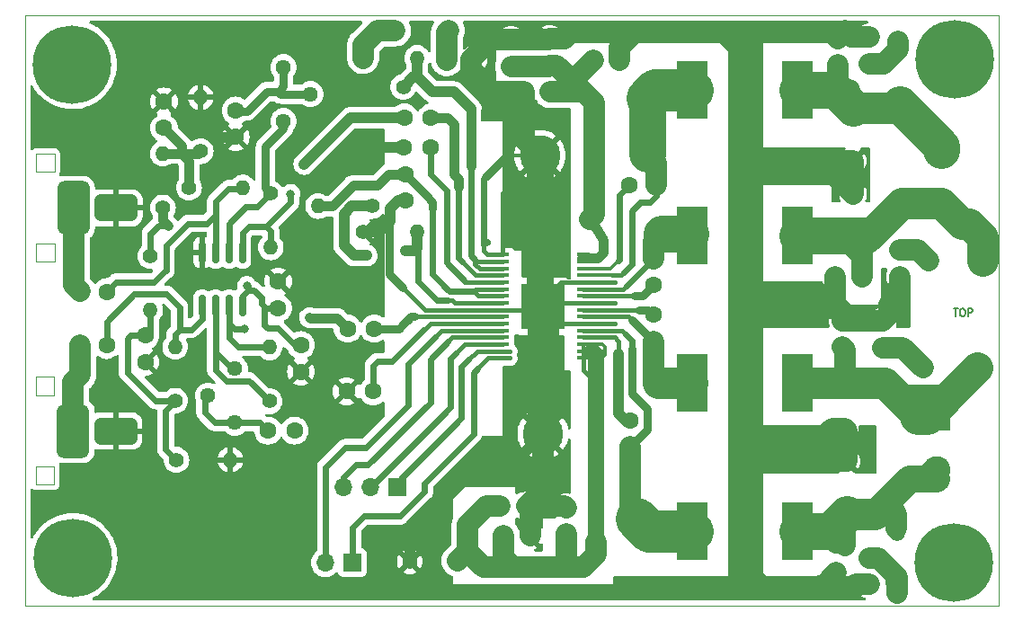
<source format=gbr>
%TF.GenerationSoftware,KiCad,Pcbnew,(6.0.1)*%
%TF.CreationDate,2023-02-22T17:25:16-05:00*%
%TF.ProjectId,TPA3118D2_prototipo_20230210,54504133-3131-4384-9432-5f70726f746f,rev?*%
%TF.SameCoordinates,Original*%
%TF.FileFunction,Copper,L1,Top*%
%TF.FilePolarity,Positive*%
%FSLAX46Y46*%
G04 Gerber Fmt 4.6, Leading zero omitted, Abs format (unit mm)*
G04 Created by KiCad (PCBNEW (6.0.1)) date 2023-02-22 17:25:16*
%MOMM*%
%LPD*%
G01*
G04 APERTURE LIST*
G04 Aperture macros list*
%AMRoundRect*
0 Rectangle with rounded corners*
0 $1 Rounding radius*
0 $2 $3 $4 $5 $6 $7 $8 $9 X,Y pos of 4 corners*
0 Add a 4 corners polygon primitive as box body*
4,1,4,$2,$3,$4,$5,$6,$7,$8,$9,$2,$3,0*
0 Add four circle primitives for the rounded corners*
1,1,$1+$1,$2,$3*
1,1,$1+$1,$4,$5*
1,1,$1+$1,$6,$7*
1,1,$1+$1,$8,$9*
0 Add four rect primitives between the rounded corners*
20,1,$1+$1,$2,$3,$4,$5,0*
20,1,$1+$1,$4,$5,$6,$7,0*
20,1,$1+$1,$6,$7,$8,$9,0*
20,1,$1+$1,$8,$9,$2,$3,0*%
%AMFreePoly0*
4,1,29,-1.250000,1.500000,-1.238336,1.607368,-1.188573,1.740112,-1.103553,1.853553,-0.990112,1.938573,-0.857368,1.988336,-0.750000,2.000000,0.750000,2.000000,0.857368,1.988336,0.990112,1.938573,1.103553,1.853553,1.188573,1.740112,1.238336,1.607368,1.250000,1.500000,1.250000,-1.500000,1.238336,-1.607368,1.188573,-1.740112,1.103553,-1.853553,0.990112,-1.938573,0.857368,-1.988336,
0.750000,-2.000000,-0.750000,-2.000000,-0.857368,-1.988336,-0.990112,-1.938573,-1.103553,-1.853553,-1.188573,-1.740112,-1.238336,-1.607368,-1.250000,-1.500000,-1.250000,1.500000,-1.250000,1.500000,$1*%
%AMFreePoly1*
4,1,29,-1.500000,1.900000,-1.479555,2.055291,-1.419615,2.200000,-1.324264,2.324264,-1.200000,2.419615,-1.055291,2.479555,-0.900000,2.500000,0.900000,2.500000,1.055291,2.479555,1.200000,2.419615,1.324264,2.324264,1.419615,2.200000,1.479555,2.055291,1.500000,1.900000,1.500000,-1.900000,1.479555,-2.055291,1.419615,-2.200000,1.324264,-2.324264,1.200000,-2.419615,1.055291,-2.479555,
0.900000,-2.500000,-0.900000,-2.500000,-1.055291,-2.479555,-1.200000,-2.419615,-1.324264,-2.324264,-1.419615,-2.200000,-1.479555,-2.055291,-1.500000,-1.900000,-1.500000,1.900000,-1.500000,1.900000,$1*%
G04 Aperture macros list end*
%TA.AperFunction,Profile*%
%ADD10C,0.100000*%
%TD*%
%ADD11C,0.175000*%
%TA.AperFunction,NonConductor*%
%ADD12C,0.175000*%
%TD*%
%TA.AperFunction,Profile*%
%ADD13C,0.120000*%
%TD*%
%TA.AperFunction,SMDPad,CuDef*%
%ADD14R,2.900000X5.400000*%
%TD*%
%TA.AperFunction,ComponentPad*%
%ADD15C,7.400000*%
%TD*%
%TA.AperFunction,ComponentPad*%
%ADD16FreePoly0,270.000000*%
%TD*%
%TA.AperFunction,ComponentPad*%
%ADD17FreePoly1,180.000000*%
%TD*%
%TA.AperFunction,SMDPad,CuDef*%
%ADD18RoundRect,0.150000X-0.150000X0.825000X-0.150000X-0.825000X0.150000X-0.825000X0.150000X0.825000X0*%
%TD*%
%TA.AperFunction,ComponentPad*%
%ADD19C,3.800000*%
%TD*%
%TA.AperFunction,SMDPad,CuDef*%
%ADD20R,1.270000X0.304800*%
%TD*%
%TA.AperFunction,SMDPad,CuDef*%
%ADD21R,4.109999X4.359999*%
%TD*%
%TA.AperFunction,ComponentPad*%
%ADD22C,1.600000*%
%TD*%
%TA.AperFunction,ComponentPad*%
%ADD23C,1.400000*%
%TD*%
%TA.AperFunction,ComponentPad*%
%ADD24O,1.400000X1.400000*%
%TD*%
%TA.AperFunction,ComponentPad*%
%ADD25R,2.600000X2.600000*%
%TD*%
%TA.AperFunction,ComponentPad*%
%ADD26C,2.600000*%
%TD*%
%TA.AperFunction,ComponentPad*%
%ADD27C,1.440000*%
%TD*%
%TA.AperFunction,ComponentPad*%
%ADD28R,1.700000X1.700000*%
%TD*%
%TA.AperFunction,ComponentPad*%
%ADD29O,1.700000X1.700000*%
%TD*%
%TA.AperFunction,ViaPad*%
%ADD30C,0.800000*%
%TD*%
%TA.AperFunction,Conductor*%
%ADD31C,2.000000*%
%TD*%
%TA.AperFunction,Conductor*%
%ADD32C,0.600000*%
%TD*%
%TA.AperFunction,Conductor*%
%ADD33C,0.300000*%
%TD*%
%TA.AperFunction,Conductor*%
%ADD34C,0.400000*%
%TD*%
%TA.AperFunction,Conductor*%
%ADD35C,3.500000*%
%TD*%
%TA.AperFunction,Conductor*%
%ADD36C,4.000000*%
%TD*%
%TA.AperFunction,Conductor*%
%ADD37C,1.000000*%
%TD*%
%TA.AperFunction,Conductor*%
%ADD38C,0.350000*%
%TD*%
%TA.AperFunction,Conductor*%
%ADD39C,0.800000*%
%TD*%
%TA.AperFunction,Conductor*%
%ADD40C,2.500000*%
%TD*%
%TA.AperFunction,Conductor*%
%ADD41C,0.250000*%
%TD*%
%TA.AperFunction,Conductor*%
%ADD42C,3.000000*%
%TD*%
%TA.AperFunction,Conductor*%
%ADD43C,0.900000*%
%TD*%
%TA.AperFunction,Conductor*%
%ADD44C,1.500000*%
%TD*%
G04 APERTURE END LIST*
D10*
X99950000Y-76550000D02*
X191650000Y-76550000D01*
X191650000Y-76550000D02*
X191650000Y-132150000D01*
X191650000Y-132150000D02*
X99950000Y-132150000D01*
X99950000Y-132150000D02*
X99950000Y-76550000D01*
D11*
D12*
X187433333Y-104166666D02*
X187833333Y-104166666D01*
X187633333Y-104866666D02*
X187633333Y-104166666D01*
X188200000Y-104166666D02*
X188333333Y-104166666D01*
X188400000Y-104200000D01*
X188466666Y-104266666D01*
X188500000Y-104400000D01*
X188500000Y-104633333D01*
X188466666Y-104766666D01*
X188400000Y-104833333D01*
X188333333Y-104866666D01*
X188200000Y-104866666D01*
X188133333Y-104833333D01*
X188066666Y-104766666D01*
X188033333Y-104633333D01*
X188033333Y-104400000D01*
X188066666Y-104266666D01*
X188133333Y-104200000D01*
X188200000Y-104166666D01*
X188800000Y-104866666D02*
X188800000Y-104166666D01*
X189066666Y-104166666D01*
X189133333Y-104200000D01*
X189166666Y-104233333D01*
X189200000Y-104300000D01*
X189200000Y-104400000D01*
X189166666Y-104466666D01*
X189133333Y-104500000D01*
X189066666Y-104533333D01*
X188800000Y-104533333D01*
D13*
%TO.C,J3*%
X102730000Y-98025000D02*
X101030000Y-98025000D01*
X101030000Y-98025000D02*
X101030000Y-99725000D01*
X101030000Y-99725000D02*
X102730000Y-99725000D01*
X102730000Y-99725000D02*
X102730000Y-98025000D01*
X102730000Y-89575000D02*
X101030000Y-89575000D01*
X101030000Y-89575000D02*
X101030000Y-91275000D01*
X101030000Y-91275000D02*
X102730000Y-91275000D01*
X102730000Y-91275000D02*
X102730000Y-89575000D01*
%TO.C,J6*%
X102700000Y-110600000D02*
X101000000Y-110600000D01*
X101000000Y-110600000D02*
X101000000Y-112300000D01*
X101000000Y-112300000D02*
X102700000Y-112300000D01*
X102700000Y-112300000D02*
X102700000Y-110600000D01*
X102700000Y-119050000D02*
X101000000Y-119050000D01*
X101000000Y-119050000D02*
X101000000Y-120750000D01*
X101000000Y-120750000D02*
X102700000Y-120750000D01*
X102700000Y-120750000D02*
X102700000Y-119050000D01*
%TD*%
D14*
%TO.P,L1,1,1*%
%TO.N,Net-(C10-Pad2)*%
X162800000Y-83550000D03*
%TO.P,L1,2,2*%
%TO.N,Net-(C6-Pad2)*%
X172700000Y-83550000D03*
%TD*%
D15*
%TO.P,H1,1,1*%
%TO.N,unconnected-(H1-Pad1)*%
X104400000Y-81150000D03*
%TD*%
D14*
%TO.P,L4,1,1*%
%TO.N,Net-(C32-Pad1)*%
X172700000Y-125150000D03*
%TO.P,L4,2,2*%
%TO.N,Net-(C29-Pad2)*%
X162800000Y-125150000D03*
%TD*%
D16*
%TO.P,J3,1,Pin_1*%
%TO.N,GND*%
X108530000Y-94675000D03*
D17*
%TO.P,J3,2,Pin_2*%
%TO.N,Net-(J3-Pad2)*%
X104530000Y-94675000D03*
%TD*%
D14*
%TO.P,L3,1,1*%
%TO.N,Net-(C22-Pad2)*%
X162800000Y-111150000D03*
%TO.P,L3,2,2*%
%TO.N,Net-(C24-Pad2)*%
X172700000Y-111150000D03*
%TD*%
D18*
%TO.P,U1,1*%
%TO.N,R1*%
X120450000Y-98900000D03*
%TO.P,U1,2,-*%
%TO.N,Net-(R8-Pad1)*%
X119180000Y-98900000D03*
%TO.P,U1,3,+*%
%TO.N,Net-(C18-Pad2)*%
X117910000Y-98900000D03*
%TO.P,U1,4,V-*%
%TO.N,GND*%
X116640000Y-98900000D03*
%TO.P,U1,5,+*%
%TO.N,Net-(C31-Pad2)*%
X116640000Y-103850000D03*
%TO.P,U1,6,-*%
%TO.N,Net-(R15-Pad1)*%
X117910000Y-103850000D03*
%TO.P,U1,7*%
%TO.N,L1*%
X119180000Y-103850000D03*
%TO.P,U1,8,V+*%
%TO.N,+9V*%
X120450000Y-103850000D03*
%TD*%
D15*
%TO.P,H3,1,1*%
%TO.N,unconnected-(H3-Pad1)*%
X104450000Y-127650000D03*
%TD*%
D19*
%TO.P,HS1,1*%
%TO.N,GND*%
X148450000Y-89750000D03*
%TO.P,HS1,2*%
X148750000Y-115950000D03*
%TD*%
D16*
%TO.P,J6,1,Pin_1*%
%TO.N,GND*%
X108500000Y-115700000D03*
D17*
%TO.P,J6,2,Pin_2*%
%TO.N,Net-(C31-Pad1)*%
X104500000Y-115700000D03*
%TD*%
D15*
%TO.P,H4,1,1*%
%TO.N,unconnected-(H4-Pad1)*%
X187500000Y-80700000D03*
%TD*%
%TO.P,H2,1,1*%
%TO.N,unconnected-(H2-Pad1)*%
X187450000Y-128050000D03*
%TD*%
D20*
%TO.P,U2,1,MODSEL*%
%TO.N,GND*%
X144927300Y-99074914D03*
%TO.P,U2,2,SDZ*%
%TO.N,Net-(J2-Pad1)*%
X144927300Y-99724926D03*
%TO.P,U2,3,FAULTZ*%
X144927300Y-100374937D03*
%TO.P,U2,4,INPR*%
%TO.N,Net-(C11-Pad2)*%
X144927300Y-101024949D03*
%TO.P,U2,5,INNR*%
%TO.N,Net-(C15-Pad2)*%
X144927300Y-101674960D03*
%TO.P,U2,6,PLIMIT*%
%TO.N,Net-(C20-Pad2)*%
X144927300Y-102324972D03*
%TO.P,U2,7,GVDD*%
X144927300Y-102974983D03*
%TO.P,U2,8,GAIN/SLV*%
%TO.N,Net-(R10-Pad2)*%
X144927300Y-103624994D03*
%TO.P,U2,9,GND*%
%TO.N,GND*%
X144927300Y-104275006D03*
%TO.P,U2,10,INPL*%
%TO.N,Net-(C23-Pad2)*%
X144927300Y-104925017D03*
%TO.P,U2,11,INNL*%
%TO.N,Net-(C26-Pad2)*%
X144927300Y-105575028D03*
%TO.P,U2,12,MUTE*%
%TO.N,Net-(J5-Pad2)*%
X144927300Y-106225040D03*
%TO.P,U2,13,AM2*%
%TO.N,Net-(J4-Pad3)*%
X144927300Y-106875051D03*
%TO.P,U2,14,AM1*%
%TO.N,Net-(J4-Pad2)*%
X144927300Y-107525063D03*
%TO.P,U2,15,AM0*%
%TO.N,Net-(J4-Pad1)*%
X144927300Y-108175074D03*
%TO.P,U2,16,SYNC*%
%TO.N,Net-(J5-Pad1)*%
X144927300Y-108825086D03*
%TO.P,U2,17,AVCC*%
%TO.N,VCC*%
X152572700Y-108825086D03*
%TO.P,U2,18,PVCC*%
X152572700Y-108175074D03*
%TO.P,U2,19,PVCC*%
X152572700Y-107525063D03*
%TO.P,U2,20,BSNL*%
%TO.N,Net-(C29-Pad1)*%
X152572700Y-106875051D03*
%TO.P,U2,21,OUTNL*%
%TO.N,Net-(C29-Pad2)*%
X152572700Y-106225040D03*
%TO.P,U2,22,GND*%
%TO.N,GND*%
X152572700Y-105575028D03*
%TO.P,U2,23,OUTPL*%
%TO.N,Net-(C22-Pad2)*%
X152572700Y-104925017D03*
%TO.P,U2,24,BSPL*%
%TO.N,Net-(C22-Pad1)*%
X152572700Y-104275006D03*
%TO.P,U2,25,GND*%
%TO.N,GND*%
X152572700Y-103624994D03*
%TO.P,U2,26,BSNR*%
%TO.N,Net-(C19-Pad1)*%
X152572700Y-102974983D03*
%TO.P,U2,27,OUTNR*%
%TO.N,Net-(C19-Pad2)*%
X152572700Y-102324972D03*
%TO.P,U2,28,GND*%
%TO.N,GND*%
X152572700Y-101674960D03*
%TO.P,U2,29,OUTPR*%
%TO.N,Net-(C10-Pad2)*%
X152572700Y-101024949D03*
%TO.P,U2,30,BSPR*%
%TO.N,Net-(C10-Pad1)*%
X152572700Y-100374937D03*
%TO.P,U2,31,PVCC*%
%TO.N,VCC*%
X152572700Y-99724926D03*
%TO.P,U2,32,PVCC*%
X152572700Y-99074914D03*
D21*
%TO.P,U2,33,gnd*%
%TO.N,GND*%
X148750000Y-103950000D03*
%TD*%
D14*
%TO.P,L2,1,1*%
%TO.N,Net-(C13-Pad1)*%
X172700000Y-97250000D03*
%TO.P,L2,2,2*%
%TO.N,Net-(C19-Pad2)*%
X162800000Y-97250000D03*
%TD*%
D22*
%TO.P,C36,1*%
%TO.N,GND*%
X147050000Y-122750000D03*
%TO.P,C36,2*%
%TO.N,VCC*%
X144550000Y-122750000D03*
%TD*%
%TO.P,C1,1*%
%TO.N,GND*%
X146950000Y-83750000D03*
%TO.P,C1,2*%
%TO.N,VCC*%
X149450000Y-83750000D03*
%TD*%
D23*
%TO.P,R8,1*%
%TO.N,Net-(R8-Pad1)*%
X123100000Y-93310000D03*
D24*
%TO.P,R8,2*%
%TO.N,R1*%
X123100000Y-98390000D03*
%TD*%
D23*
%TO.P,J7,1,Pin_1*%
%TO.N,GND*%
X136200000Y-128000000D03*
%TD*%
D22*
%TO.P,C8,1*%
%TO.N,GND*%
X179500000Y-78600000D03*
%TO.P,C8,2*%
%TO.N,Net-(C8-Pad2)*%
X179500000Y-81100000D03*
%TD*%
%TO.P,C23,1*%
%TO.N,L1*%
X130350000Y-106050000D03*
%TO.P,C23,2*%
%TO.N,Net-(C23-Pad2)*%
X132850000Y-106050000D03*
%TD*%
D23*
%TO.P,R16,1*%
%TO.N,Net-(C32-Pad1)*%
X182100000Y-125410000D03*
D24*
%TO.P,R16,2*%
%TO.N,Net-(C30-Pad1)*%
X182100000Y-130490000D03*
%TD*%
D23*
%TO.P,R15,1*%
%TO.N,Net-(R15-Pad1)*%
X123000000Y-112890000D03*
D24*
%TO.P,R15,2*%
%TO.N,L1*%
X123000000Y-107810000D03*
%TD*%
D22*
%TO.P,C28,1*%
%TO.N,Net-(C28-Pad1)*%
X111300000Y-106700000D03*
%TO.P,C28,2*%
%TO.N,GND*%
X111300000Y-109200000D03*
%TD*%
%TO.P,C4,1*%
%TO.N,GND*%
X155950000Y-80750000D03*
%TO.P,C4,2*%
%TO.N,VCC*%
X153450000Y-80750000D03*
%TD*%
%TO.P,C9,1*%
%TO.N,Net-(C9-Pad1)*%
X182360000Y-98650000D03*
%TO.P,C9,2*%
%TO.N,GND*%
X182360000Y-101150000D03*
%TD*%
%TO.P,C29,1*%
%TO.N,Net-(C29-Pad1)*%
X156950000Y-114700000D03*
%TO.P,C29,2*%
%TO.N,Net-(C29-Pad2)*%
X156950000Y-117200000D03*
%TD*%
D23*
%TO.P,J2,1,Pin_1*%
%TO.N,Net-(J2-Pad1)*%
X135580000Y-83260000D03*
%TD*%
%TO.P,R14,1*%
%TO.N,Net-(C28-Pad1)*%
X114220000Y-118400000D03*
D24*
%TO.P,R14,2*%
%TO.N,GND*%
X119300000Y-118400000D03*
%TD*%
D22*
%TO.P,C15,1*%
%TO.N,GND*%
X135650000Y-88950000D03*
%TO.P,C15,2*%
%TO.N,Net-(C15-Pad2)*%
X138150000Y-88950000D03*
%TD*%
D23*
%TO.P,R5,1*%
%TO.N,Net-(C12-Pad1)*%
X115400000Y-92750000D03*
D24*
%TO.P,R5,2*%
%TO.N,Net-(C18-Pad2)*%
X120480000Y-92750000D03*
%TD*%
D25*
%TO.P,LS2,1,1*%
%TO.N,Net-(C24-Pad2)*%
X185855000Y-114350000D03*
D26*
%TO.P,LS2,2,2*%
%TO.N,Net-(C32-Pad1)*%
X185855000Y-119350000D03*
%TD*%
D23*
%TO.P,R4,1*%
%TO.N,+9V*%
X112950000Y-94640000D03*
D24*
%TO.P,R4,2*%
%TO.N,Net-(C12-Pad1)*%
X112950000Y-89560000D03*
%TD*%
D23*
%TO.P,R10,1*%
%TO.N,GND*%
X131810000Y-96950000D03*
D24*
%TO.P,R10,2*%
%TO.N,Net-(R10-Pad2)*%
X136890000Y-96950000D03*
%TD*%
D22*
%TO.P,C21,1*%
%TO.N,GND*%
X119800000Y-88000000D03*
%TO.P,C21,2*%
%TO.N,Net-(RV1-Pad2)*%
X119800000Y-85500000D03*
%TD*%
%TO.P,C5,1*%
%TO.N,VCC*%
X145750000Y-81350000D03*
%TO.P,C5,2*%
%TO.N,GND*%
X145750000Y-78850000D03*
%TD*%
%TO.P,C33,1*%
%TO.N,Net-(C32-Pad1)*%
X176350000Y-126500000D03*
%TO.P,C33,2*%
%TO.N,GND*%
X176350000Y-129000000D03*
%TD*%
%TO.P,C22,1*%
%TO.N,Net-(C22-Pad1)*%
X159150000Y-104750000D03*
%TO.P,C22,2*%
%TO.N,Net-(C22-Pad2)*%
X159150000Y-107250000D03*
%TD*%
%TO.P,C24,1*%
%TO.N,GND*%
X177150000Y-115450000D03*
%TO.P,C24,2*%
%TO.N,Net-(C24-Pad2)*%
X177150000Y-110450000D03*
%TD*%
%TO.P,C12,1*%
%TO.N,Net-(C12-Pad1)*%
X113050000Y-87150000D03*
%TO.P,C12,2*%
%TO.N,GND*%
X113050000Y-84650000D03*
%TD*%
D23*
%TO.P,R13,1*%
%TO.N,Net-(C28-Pad1)*%
X114100000Y-112840000D03*
D24*
%TO.P,R13,2*%
%TO.N,Net-(C31-Pad2)*%
X114100000Y-107760000D03*
%TD*%
D23*
%TO.P,R12,1*%
%TO.N,Net-(C27-Pad2)*%
X184550000Y-109750000D03*
D24*
%TO.P,R12,2*%
%TO.N,Net-(C24-Pad2)*%
X189630000Y-109750000D03*
%TD*%
D23*
%TO.P,R6,1*%
%TO.N,Net-(C13-Pad1)*%
X190150000Y-99680000D03*
D24*
%TO.P,R6,2*%
%TO.N,Net-(C9-Pad1)*%
X185070000Y-99680000D03*
%TD*%
D27*
%TO.P,RV1,1,1*%
%TO.N,Net-(R8-Pad1)*%
X124300000Y-86500000D03*
%TO.P,RV1,2,2*%
%TO.N,Net-(RV1-Pad2)*%
X126840000Y-83960000D03*
%TO.P,RV1,3,3*%
X124300000Y-81420000D03*
%TD*%
D22*
%TO.P,C13,1*%
%TO.N,Net-(C13-Pad1)*%
X177950000Y-98350000D03*
%TO.P,C13,2*%
%TO.N,GND*%
X177950000Y-93350000D03*
%TD*%
%TO.P,C34,1*%
%TO.N,unconnected-(C34-Pad1)*%
X125350000Y-115650000D03*
%TO.P,C34,2*%
%TO.N,Net-(C34-Pad2)*%
X122850000Y-115650000D03*
%TD*%
D23*
%TO.P,R3,1*%
%TO.N,VCC*%
X131810000Y-80550000D03*
D24*
%TO.P,R3,2*%
%TO.N,Net-(J2-Pad1)*%
X136890000Y-80550000D03*
%TD*%
D22*
%TO.P,C20,1*%
%TO.N,GND*%
X135750000Y-94000000D03*
%TO.P,C20,2*%
%TO.N,Net-(C20-Pad2)*%
X135750000Y-91500000D03*
%TD*%
D23*
%TO.P,R2,1*%
%TO.N,Net-(C8-Pad2)*%
X182150000Y-79010000D03*
D24*
%TO.P,R2,2*%
%TO.N,Net-(C6-Pad2)*%
X182150000Y-84090000D03*
%TD*%
D23*
%TO.P,R7,1*%
%TO.N,Net-(C12-Pad1)*%
X116500000Y-89340000D03*
D24*
%TO.P,R7,2*%
%TO.N,GND*%
X116500000Y-84260000D03*
%TD*%
D28*
%TO.P,J5,1,Pin_1*%
%TO.N,Net-(J5-Pad1)*%
X130800000Y-128100000D03*
D29*
%TO.P,J5,2,Pin_2*%
%TO.N,Net-(J5-Pad2)*%
X128260000Y-128100000D03*
%TD*%
D23*
%TO.P,R1,1*%
%TO.N,VCC*%
X134810000Y-77950000D03*
D24*
%TO.P,R1,2*%
%TO.N,Net-(C2-Pad1)*%
X139890000Y-77950000D03*
%TD*%
D22*
%TO.P,C18,1*%
%TO.N,Net-(J3-Pad2)*%
X105200000Y-102600000D03*
%TO.P,C18,2*%
%TO.N,Net-(C18-Pad2)*%
X107700000Y-102600000D03*
%TD*%
%TO.P,C26,1*%
%TO.N,GND*%
X130250000Y-111950000D03*
%TO.P,C26,2*%
%TO.N,Net-(C26-Pad2)*%
X132750000Y-111950000D03*
%TD*%
%TO.P,C17,1*%
%TO.N,+9V*%
X123800000Y-104100000D03*
%TO.P,C17,2*%
%TO.N,GND*%
X123800000Y-101600000D03*
%TD*%
%TO.P,C31,1*%
%TO.N,Net-(C31-Pad1)*%
X105150000Y-107600000D03*
%TO.P,C31,2*%
%TO.N,Net-(C31-Pad2)*%
X107650000Y-107600000D03*
%TD*%
%TO.P,C37,1*%
%TO.N,VCC*%
X144950000Y-125600000D03*
%TO.P,C37,2*%
%TO.N,GND*%
X147450000Y-125600000D03*
%TD*%
%TO.P,C19,1*%
%TO.N,Net-(C19-Pad1)*%
X159150000Y-101950000D03*
%TO.P,C19,2*%
%TO.N,Net-(C19-Pad2)*%
X159150000Y-99450000D03*
%TD*%
%TO.P,C14,1*%
%TO.N,Net-(C13-Pad1)*%
X178800000Y-101150000D03*
%TO.P,C14,2*%
%TO.N,GND*%
X176300000Y-101150000D03*
%TD*%
D25*
%TO.P,LS1,1,1*%
%TO.N,Net-(C6-Pad2)*%
X186255000Y-89250000D03*
D26*
%TO.P,LS1,2,2*%
%TO.N,Net-(C13-Pad1)*%
X186255000Y-94250000D03*
%TD*%
D23*
%TO.P,R11,1*%
%TO.N,+9V*%
X111750000Y-99210000D03*
D24*
%TO.P,R11,2*%
%TO.N,Net-(C28-Pad1)*%
X111750000Y-104290000D03*
%TD*%
D22*
%TO.P,C25,1*%
%TO.N,GND*%
X176950000Y-105300000D03*
%TO.P,C25,2*%
%TO.N,Net-(C24-Pad2)*%
X176950000Y-107800000D03*
%TD*%
%TO.P,C2,1*%
%TO.N,Net-(C2-Pad1)*%
X139700000Y-80750000D03*
%TO.P,C2,2*%
%TO.N,GND*%
X142200000Y-80750000D03*
%TD*%
%TO.P,C11,1*%
%TO.N,R1*%
X135700000Y-86150000D03*
%TO.P,C11,2*%
%TO.N,Net-(C11-Pad2)*%
X138200000Y-86150000D03*
%TD*%
D23*
%TO.P,J1,1,Pin_1*%
%TO.N,VCC*%
X140700000Y-127900000D03*
%TD*%
D22*
%TO.P,C30,1*%
%TO.N,Net-(C30-Pad1)*%
X179450000Y-127650000D03*
%TO.P,C30,2*%
%TO.N,GND*%
X179450000Y-130150000D03*
%TD*%
%TO.P,C10,1*%
%TO.N,Net-(C10-Pad1)*%
X156900000Y-92550000D03*
%TO.P,C10,2*%
%TO.N,Net-(C10-Pad2)*%
X159400000Y-92550000D03*
%TD*%
D27*
%TO.P,RV2,1,1*%
%TO.N,Net-(R15-Pad1)*%
X119725000Y-109825000D03*
%TO.P,RV2,2,2*%
%TO.N,Net-(C34-Pad2)*%
X117185000Y-112365000D03*
%TO.P,RV2,3,3*%
X119725000Y-114905000D03*
%TD*%
D28*
%TO.P,J4,1,Pin_1*%
%TO.N,Net-(J4-Pad1)*%
X135025000Y-121000000D03*
D29*
%TO.P,J4,2,Pin_2*%
%TO.N,Net-(J4-Pad2)*%
X132485000Y-121000000D03*
%TO.P,J4,3,Pin_3*%
%TO.N,Net-(J4-Pad3)*%
X129945000Y-121000000D03*
%TD*%
D22*
%TO.P,C35,1*%
%TO.N,GND*%
X150950000Y-122900000D03*
%TO.P,C35,2*%
%TO.N,VCC*%
X150950000Y-125400000D03*
%TD*%
%TO.P,C7,1*%
%TO.N,GND*%
X176550000Y-78700000D03*
%TO.P,C7,2*%
%TO.N,Net-(C6-Pad2)*%
X176550000Y-81200000D03*
%TD*%
%TO.P,C6,1*%
%TO.N,GND*%
X177925000Y-90250000D03*
%TO.P,C6,2*%
%TO.N,Net-(C6-Pad2)*%
X177925000Y-85250000D03*
%TD*%
%TO.P,C27,1*%
%TO.N,GND*%
X180750000Y-105350000D03*
%TO.P,C27,2*%
%TO.N,Net-(C27-Pad2)*%
X180750000Y-107850000D03*
%TD*%
D23*
%TO.P,R9,1*%
%TO.N,Net-(R10-Pad2)*%
X132650000Y-94500000D03*
D24*
%TO.P,R9,2*%
%TO.N,Net-(C20-Pad2)*%
X127570000Y-94500000D03*
%TD*%
D22*
%TO.P,C3,1*%
%TO.N,GND*%
X149350000Y-78750000D03*
%TO.P,C3,2*%
%TO.N,VCC*%
X149350000Y-81250000D03*
%TD*%
%TO.P,C32,1*%
%TO.N,Net-(C32-Pad1)*%
X177350000Y-123550000D03*
%TO.P,C32,2*%
%TO.N,GND*%
X177350000Y-118550000D03*
%TD*%
%TO.P,C16,1*%
%TO.N,GND*%
X125950000Y-110100000D03*
%TO.P,C16,2*%
%TO.N,+9V*%
X125950000Y-107600000D03*
%TD*%
D30*
%TO.N,R1*%
X124986106Y-93336106D03*
X126249500Y-90547536D03*
%TO.N,VCC*%
X153150000Y-95750000D03*
X153750000Y-110550000D03*
%TO.N,+9V*%
X120850000Y-102000000D03*
X113400000Y-96300000D03*
%TO.N,L1*%
X120600000Y-106050000D03*
X126750000Y-105000000D03*
%TO.N,Net-(R10-Pad2)*%
X132150000Y-99150000D03*
X135750000Y-98750000D03*
%TD*%
D31*
%TO.N,Net-(C8-Pad2)*%
X182150000Y-79750000D02*
X182150000Y-79010000D01*
X180800000Y-81100000D02*
X182150000Y-79750000D01*
X179500000Y-81100000D02*
X180800000Y-81100000D01*
%TO.N,Net-(C9-Pad1)*%
X182360000Y-98650000D02*
X184040000Y-98650000D01*
X184040000Y-98650000D02*
X185070000Y-99680000D01*
%TO.N,Net-(C2-Pad1)*%
X139700000Y-78140000D02*
X139890000Y-77950000D01*
X139700000Y-80750000D02*
X139700000Y-78140000D01*
D32*
%TO.N,Net-(C10-Pad1)*%
X155850000Y-99650000D02*
X155950000Y-99550000D01*
D33*
X155125002Y-100374998D02*
X155850000Y-99650000D01*
D32*
X155950000Y-99550000D02*
X155950000Y-93500000D01*
X155950000Y-93500000D02*
X156900000Y-92550000D01*
D33*
X152550851Y-100374998D02*
X155125002Y-100374998D01*
D31*
%TO.N,Net-(C10-Pad2)*%
X159400000Y-90400000D02*
X159400000Y-92550000D01*
D32*
X158800000Y-94175000D02*
X159400000Y-93575000D01*
D34*
X156075000Y-101025000D02*
X156350000Y-100750000D01*
D32*
X156350000Y-100750000D02*
X157150000Y-99950000D01*
D35*
X158550000Y-89550000D02*
X158550000Y-84350000D01*
D33*
X152550851Y-101025000D02*
X155275000Y-101025000D01*
D32*
X159400000Y-93575000D02*
X159400000Y-92550000D01*
D36*
X162800000Y-83550000D02*
X159350000Y-83550000D01*
D34*
X155275000Y-101025000D02*
X156075000Y-101025000D01*
D32*
X157150000Y-94950000D02*
X157925000Y-94175000D01*
D36*
X159350000Y-83550000D02*
X158550000Y-84350000D01*
D32*
X157925000Y-94175000D02*
X158800000Y-94175000D01*
X157150000Y-99950000D02*
X157150000Y-94950000D01*
D31*
X158550000Y-89550000D02*
X159400000Y-90400000D01*
D32*
%TO.N,R1*%
X120450000Y-98900000D02*
X120450000Y-97050000D01*
X120450000Y-97050000D02*
X121050000Y-96450000D01*
X122700000Y-96450000D02*
X124986106Y-94163894D01*
X123100000Y-96850000D02*
X123100000Y-98390000D01*
D37*
X133350000Y-86150000D02*
X130647036Y-86150000D01*
D32*
X124986106Y-94163894D02*
X124986106Y-93336106D01*
D37*
X130647036Y-86150000D02*
X126249500Y-90547536D01*
D32*
X122700000Y-96450000D02*
X123100000Y-96850000D01*
D37*
X133350000Y-86150000D02*
X135700000Y-86150000D01*
D32*
X121050000Y-96450000D02*
X122700000Y-96450000D01*
D31*
%TO.N,GND*%
X143850000Y-78850000D02*
X145750000Y-78850000D01*
D38*
X147524999Y-107524999D02*
X147550000Y-107550000D01*
D31*
X147200000Y-122750000D02*
X150800000Y-122750000D01*
X174075000Y-117350000D02*
X175275000Y-118550000D01*
D39*
X134300000Y-100000000D02*
X134300000Y-100900000D01*
D31*
X149350000Y-78750000D02*
X150750000Y-78750000D01*
D38*
X148750000Y-103950000D02*
X150375028Y-105575028D01*
D37*
X136200000Y-125850000D02*
X136200000Y-128000000D01*
D38*
X147550000Y-107550000D02*
X148150000Y-106950000D01*
D34*
X135550000Y-102150000D02*
X137675001Y-104275001D01*
X152572700Y-103624994D02*
X155475006Y-103624994D01*
D31*
X168950000Y-104150000D02*
X175850000Y-104150000D01*
X169350000Y-90550000D02*
X167350000Y-92550000D01*
X167350000Y-78150000D02*
X176000000Y-78150000D01*
D38*
X148750000Y-103350000D02*
X148750000Y-103950000D01*
D31*
X178200000Y-130150000D02*
X179450000Y-130150000D01*
D38*
X148150000Y-106950000D02*
X148750000Y-106350000D01*
D37*
X131250000Y-90250000D02*
X132550000Y-88950000D01*
D31*
X175800000Y-130350000D02*
X177900000Y-130350000D01*
D40*
X148450000Y-89750000D02*
X148450000Y-103650000D01*
D38*
X148450000Y-89750000D02*
X145350000Y-89750000D01*
D39*
X134300000Y-96000000D02*
X134300000Y-100000000D01*
D31*
X181350000Y-104750000D02*
X181350000Y-103750000D01*
X176950000Y-104350000D02*
X176950000Y-105300000D01*
X169650000Y-90250000D02*
X173975000Y-90250000D01*
X173975000Y-90250000D02*
X177925000Y-90250000D01*
D34*
X152550851Y-101674998D02*
X150425002Y-101674998D01*
D37*
X132550000Y-88950000D02*
X135650000Y-88950000D01*
D34*
X152550851Y-103624999D02*
X151424999Y-103624999D01*
D38*
X143650000Y-98010000D02*
X143650000Y-97870000D01*
D31*
X167950000Y-128950000D02*
X169350000Y-130350000D01*
X177900000Y-130350000D02*
X177950000Y-130400000D01*
D41*
X150675001Y-103624999D02*
X150824999Y-103624999D01*
D31*
X177350000Y-115650000D02*
X177150000Y-115450000D01*
X176300000Y-103700000D02*
X176950000Y-104350000D01*
X145750000Y-78850000D02*
X149250000Y-78850000D01*
D37*
X133350000Y-96950000D02*
X133950000Y-96350000D01*
D31*
X180750000Y-105350000D02*
X181350000Y-104750000D01*
X177925000Y-93325000D02*
X177950000Y-93350000D01*
X176950000Y-105300000D02*
X180700000Y-105300000D01*
D38*
X143475088Y-99074914D02*
X143150000Y-98749826D01*
D37*
X118500000Y-88050000D02*
X120000000Y-88050000D01*
D31*
X147550000Y-125550000D02*
X147550000Y-123100000D01*
D37*
X135100000Y-94000000D02*
X135750000Y-94000000D01*
X145490000Y-119210000D02*
X148750000Y-115950000D01*
D31*
X165750000Y-78150000D02*
X167350000Y-79750000D01*
X173975000Y-90250000D02*
X174850000Y-90250000D01*
X181350000Y-103750000D02*
X182360000Y-102740000D01*
X168950000Y-104150000D02*
X167750000Y-105350000D01*
D37*
X131810000Y-96950000D02*
X133350000Y-96950000D01*
D38*
X154274960Y-101674960D02*
X154474960Y-101674960D01*
D31*
X177925000Y-90250000D02*
X177925000Y-93325000D01*
D38*
X143510000Y-98150000D02*
X143650000Y-98010000D01*
D31*
X177950000Y-130400000D02*
X178200000Y-130150000D01*
X175975000Y-115450000D02*
X177150000Y-115450000D01*
D34*
X148424999Y-104275001D02*
X148750000Y-103950000D01*
D37*
X129950000Y-90250000D02*
X131250000Y-90250000D01*
D34*
X154274960Y-101674960D02*
X155474960Y-101674960D01*
D31*
X147200000Y-122750000D02*
X148750000Y-121200000D01*
X149250000Y-78850000D02*
X149350000Y-78750000D01*
D37*
X142440000Y-119210000D02*
X145490000Y-119210000D01*
D31*
X155950000Y-79550000D02*
X157350000Y-78150000D01*
X177800000Y-78600000D02*
X179500000Y-78600000D01*
X176300000Y-101150000D02*
X176300000Y-103700000D01*
D37*
X125900000Y-92250000D02*
X127950000Y-92250000D01*
D31*
X174075000Y-117350000D02*
X176350000Y-117350000D01*
X177350000Y-116350000D02*
X177350000Y-115650000D01*
D34*
X143475088Y-99074914D02*
X144927300Y-99074914D01*
D31*
X142000000Y-80700000D02*
X143850000Y-78850000D01*
X176550000Y-78550000D02*
X177150000Y-77950000D01*
X151350000Y-78150000D02*
X157350000Y-78150000D01*
X157350000Y-78150000D02*
X157750000Y-78150000D01*
X143553472Y-83750000D02*
X142000000Y-82196529D01*
D34*
X143150000Y-98750000D02*
X143475001Y-99075001D01*
X149075001Y-103624999D02*
X148750000Y-103950000D01*
D31*
X146950000Y-88250000D02*
X146950000Y-83750000D01*
X180700000Y-105300000D02*
X180750000Y-105350000D01*
X167350000Y-88550000D02*
X169350000Y-90550000D01*
D37*
X134350000Y-95950000D02*
X134350000Y-94750000D01*
D31*
X150800000Y-122750000D02*
X150950000Y-122900000D01*
X167950000Y-118550000D02*
X167950000Y-128950000D01*
D34*
X152572700Y-105575028D02*
X155524972Y-105575028D01*
D38*
X148750000Y-106350000D02*
X148750000Y-103950000D01*
D34*
X150375028Y-105575028D02*
X152572700Y-105575028D01*
D37*
X136200000Y-125450000D02*
X136200000Y-125850000D01*
D31*
X167750000Y-115950000D02*
X169150000Y-117350000D01*
D38*
X150425002Y-101674998D02*
X148750000Y-103350000D01*
D31*
X177150000Y-77950000D02*
X177800000Y-78600000D01*
D37*
X127950000Y-92250000D02*
X129950000Y-90250000D01*
D31*
X167350000Y-92550000D02*
X167350000Y-102550000D01*
X155950000Y-80750000D02*
X155950000Y-79550000D01*
D37*
X142440000Y-119210000D02*
X136200000Y-125450000D01*
D31*
X167350000Y-102550000D02*
X168950000Y-104150000D01*
D34*
X151424999Y-103624999D02*
X149075001Y-103624999D01*
D31*
X148750000Y-121200000D02*
X148750000Y-115950000D01*
X176550000Y-78700000D02*
X176550000Y-78550000D01*
X169150000Y-117350000D02*
X174075000Y-117350000D01*
D38*
X143475001Y-99075001D02*
X143475088Y-99074914D01*
D31*
X148450000Y-89750000D02*
X146950000Y-88250000D01*
X176350000Y-117350000D02*
X177350000Y-116350000D01*
X174850000Y-130350000D02*
X175000000Y-130200000D01*
X146950000Y-83750000D02*
X143553472Y-83750000D01*
X169150000Y-117350000D02*
X167950000Y-118550000D01*
D38*
X144927300Y-93272700D02*
X144927300Y-96527300D01*
D31*
X167750000Y-105350000D02*
X167750000Y-115950000D01*
X181350000Y-103750000D02*
X181950000Y-103150000D01*
X182360000Y-102740000D02*
X182360000Y-101150000D01*
D42*
X148750000Y-103950000D02*
X148750000Y-115950000D01*
D39*
X145350000Y-89750000D02*
X143350000Y-91750000D01*
D38*
X143650000Y-97870000D02*
X143570000Y-97790000D01*
D31*
X147550000Y-123100000D02*
X147200000Y-122750000D01*
D39*
X134300000Y-100900000D02*
X135550000Y-102150000D01*
D31*
X167350000Y-78150000D02*
X167350000Y-79750000D01*
X175850000Y-104150000D02*
X176300000Y-103700000D01*
X167350000Y-79750000D02*
X167350000Y-88550000D01*
D34*
X152572700Y-101674960D02*
X154274960Y-101674960D01*
D31*
X175800000Y-129550000D02*
X176350000Y-129000000D01*
D38*
X148450000Y-89750000D02*
X144927300Y-93272700D01*
D31*
X175800000Y-130350000D02*
X175800000Y-129550000D01*
X157750000Y-78150000D02*
X165750000Y-78150000D01*
D32*
X143150000Y-91950000D02*
X143150000Y-98150000D01*
D34*
X144927300Y-99074914D02*
X144927300Y-96527300D01*
D31*
X174075000Y-117350000D02*
X175975000Y-115450000D01*
X169350000Y-130350000D02*
X174850000Y-130350000D01*
D40*
X148450000Y-103650000D02*
X148750000Y-103950000D01*
D37*
X133350000Y-96950000D02*
X134350000Y-95950000D01*
D34*
X137675001Y-104275001D02*
X148424999Y-104275001D01*
D31*
X142000000Y-82196529D02*
X142000000Y-80700000D01*
D34*
X143150000Y-98750000D02*
X143150000Y-98150000D01*
D31*
X177350000Y-118550000D02*
X177350000Y-116350000D01*
D34*
X143150000Y-91950000D02*
X143350000Y-91750000D01*
D38*
X143150000Y-98749826D02*
X143150000Y-98150000D01*
D31*
X169350000Y-90550000D02*
X169650000Y-90250000D01*
D38*
X143500000Y-97790000D02*
X143150000Y-98140000D01*
D37*
X134350000Y-94750000D02*
X135100000Y-94000000D01*
D31*
X174850000Y-130350000D02*
X175800000Y-130350000D01*
X175275000Y-118550000D02*
X177350000Y-118550000D01*
D34*
X151424999Y-103624999D02*
X150824999Y-103624999D01*
D31*
X174850000Y-90250000D02*
X177950000Y-93350000D01*
D38*
X143150000Y-98150000D02*
X143510000Y-98150000D01*
D31*
X150750000Y-78750000D02*
X151350000Y-78150000D01*
X176000000Y-78150000D02*
X176550000Y-78700000D01*
D37*
X133950000Y-96350000D02*
X134300000Y-96000000D01*
D38*
X143570000Y-97790000D02*
X143500000Y-97790000D01*
D31*
%TO.N,VCC*%
X151350000Y-82850000D02*
X153450000Y-80750000D01*
D38*
X153350000Y-107550000D02*
X154350000Y-107550000D01*
D43*
X154430000Y-97670000D02*
X153790000Y-96710000D01*
X151350000Y-83750000D02*
X151350000Y-83350000D01*
D31*
X141650000Y-126950000D02*
X140700000Y-127900000D01*
X131810000Y-79290000D02*
X132550000Y-78550000D01*
X149350000Y-81250000D02*
X150050000Y-81250000D01*
X150950000Y-128350000D02*
X150950000Y-125400000D01*
D38*
X154275001Y-108824999D02*
X153475001Y-108824999D01*
D31*
X153750000Y-127350000D02*
X153750000Y-126150000D01*
D38*
X154275001Y-110024999D02*
X153750000Y-110550000D01*
D43*
X154430000Y-98870000D02*
X154430000Y-97670000D01*
D31*
X145918630Y-128550000D02*
X152550000Y-128550000D01*
X145050000Y-125550000D02*
X145050000Y-127681370D01*
D43*
X153150000Y-95750000D02*
X153790000Y-96710000D01*
D31*
X141650000Y-125650000D02*
X141650000Y-124500000D01*
D44*
X153750000Y-108550000D02*
X153374998Y-108174998D01*
D43*
X152350000Y-99350000D02*
X153950000Y-99350000D01*
D38*
X153475001Y-110824999D02*
X153450000Y-110850000D01*
X154275001Y-108824999D02*
X154275001Y-110024999D01*
D31*
X131810000Y-80550000D02*
X131810000Y-79290000D01*
X143400000Y-122750000D02*
X144700000Y-122750000D01*
X145750000Y-81350000D02*
X149250000Y-81350000D01*
D38*
X152550851Y-107524999D02*
X153324999Y-107524999D01*
D31*
X150050000Y-81250000D02*
X152550000Y-83750000D01*
X152550000Y-128550000D02*
X153750000Y-127350000D01*
D38*
X154550000Y-108550000D02*
X154275001Y-108824999D01*
D44*
X153750000Y-110550000D02*
X153750000Y-108550000D01*
D38*
X152550851Y-108824999D02*
X153475001Y-108824999D01*
D34*
X152550851Y-109950851D02*
X153450000Y-110850000D01*
D31*
X145918630Y-128550000D02*
X143150000Y-128550000D01*
D38*
X152550851Y-108350851D02*
X152550851Y-108824999D01*
X154550000Y-108150000D02*
X154550000Y-108550000D01*
D44*
X153750000Y-115150000D02*
X153750000Y-110550000D01*
D31*
X153550000Y-89550000D02*
X153550000Y-95350000D01*
D38*
X152550851Y-108174998D02*
X152550851Y-108350851D01*
D31*
X133150000Y-77950000D02*
X134810000Y-77950000D01*
X153550000Y-95350000D02*
X153150000Y-95750000D01*
X143150000Y-128550000D02*
X141650000Y-127050000D01*
X132550000Y-78550000D02*
X133150000Y-77950000D01*
X151350000Y-83750000D02*
X149450000Y-83750000D01*
D38*
X153324999Y-107524999D02*
X153350000Y-107550000D01*
X152550851Y-108174998D02*
X154525002Y-108174998D01*
D31*
X141650000Y-127050000D02*
X141650000Y-125650000D01*
X152550000Y-83750000D02*
X151350000Y-83750000D01*
D38*
X153475001Y-108824999D02*
X153475001Y-110824999D01*
D43*
X153950000Y-99350000D02*
X154430000Y-98870000D01*
D31*
X141650000Y-124500000D02*
X143400000Y-122750000D01*
X141650000Y-125650000D02*
X141650000Y-126950000D01*
X145050000Y-127681370D02*
X145918630Y-128550000D01*
X152550000Y-128550000D02*
X151150000Y-128550000D01*
D38*
X154550000Y-107750000D02*
X154550000Y-108150000D01*
D31*
X151150000Y-128550000D02*
X150950000Y-128350000D01*
D38*
X152550851Y-107524999D02*
X152550851Y-108174998D01*
X153325002Y-108174998D02*
X152550851Y-108174998D01*
D31*
X149250000Y-81350000D02*
X149350000Y-81250000D01*
D38*
X154525002Y-108174998D02*
X154550000Y-108150000D01*
D31*
X153550000Y-84750000D02*
X153550000Y-89550000D01*
X152550000Y-83750000D02*
X153550000Y-84750000D01*
D38*
X154350000Y-107550000D02*
X154550000Y-107750000D01*
D44*
X153750000Y-126150000D02*
X153750000Y-115150000D01*
D38*
X153325002Y-108174998D02*
X153374998Y-108174998D01*
D34*
X152550851Y-108350851D02*
X152550851Y-109950851D01*
D43*
%TO.N,Net-(C11-Pad2)*%
X140750000Y-91950000D02*
X140750000Y-92700000D01*
X140350000Y-91550000D02*
X140350000Y-88750000D01*
X139750000Y-86150000D02*
X138200000Y-86150000D01*
X140350000Y-88750000D02*
X140350000Y-86750000D01*
D34*
X142425002Y-101025002D02*
X141150000Y-99750000D01*
D43*
X140350000Y-91550000D02*
X140750000Y-91950000D01*
D32*
X141150000Y-99750000D02*
X140750000Y-99350000D01*
X140750000Y-99350000D02*
X140750000Y-92700000D01*
D34*
X144949149Y-101025002D02*
X142425002Y-101025002D01*
D43*
X140350000Y-86750000D02*
X139750000Y-86150000D01*
D35*
%TO.N,Net-(C13-Pad1)*%
X179050000Y-97250000D02*
X177650000Y-97250000D01*
D42*
X177650000Y-97250000D02*
X179500000Y-97250000D01*
X188900000Y-96160000D02*
X188165000Y-96160000D01*
D31*
X179650000Y-97100000D02*
X179650000Y-97200000D01*
D35*
X177650000Y-97250000D02*
X172700000Y-97250000D01*
D31*
X178800000Y-99200000D02*
X177950000Y-98350000D01*
X179650000Y-97200000D02*
X178800000Y-98050000D01*
D42*
X190150000Y-97410000D02*
X188900000Y-96160000D01*
X182500000Y-94250000D02*
X186100000Y-94250000D01*
D31*
X179200000Y-97100000D02*
X177950000Y-98350000D01*
D42*
X190150000Y-99680000D02*
X190150000Y-97410000D01*
D31*
X179650000Y-97100000D02*
X182500000Y-94250000D01*
D42*
X188165000Y-96160000D02*
X186255000Y-94250000D01*
D31*
X178800000Y-98050000D02*
X178800000Y-101150000D01*
D42*
X186100000Y-94250000D02*
X186255000Y-94250000D01*
X179500000Y-97250000D02*
X182500000Y-94250000D01*
D31*
X179650000Y-97100000D02*
X179200000Y-97100000D01*
X178800000Y-101150000D02*
X178800000Y-99200000D01*
D43*
%TO.N,Net-(C12-Pad1)*%
X116280000Y-89560000D02*
X116500000Y-89340000D01*
X114740000Y-88840000D02*
X114740000Y-89560000D01*
X112950000Y-89560000D02*
X114740000Y-89560000D01*
X113050000Y-87150000D02*
X114740000Y-88840000D01*
X114740000Y-89560000D02*
X116280000Y-89560000D01*
X115400000Y-90220000D02*
X114740000Y-89560000D01*
X115400000Y-92850000D02*
X115400000Y-90220000D01*
D35*
%TO.N,Net-(C6-Pad2)*%
X172700000Y-83550000D02*
X175350000Y-83550000D01*
D31*
X175350000Y-83550000D02*
X177150000Y-83550000D01*
X176550000Y-82350000D02*
X176550000Y-81200000D01*
D35*
X186255000Y-88860000D02*
X186255000Y-89250000D01*
D40*
X182045000Y-85250000D02*
X182345000Y-84950000D01*
D31*
X177150000Y-83550000D02*
X177650000Y-83550000D01*
D35*
X182345000Y-84950000D02*
X186255000Y-88860000D01*
D31*
X177650000Y-84975000D02*
X177925000Y-85250000D01*
D35*
X176225000Y-83550000D02*
X177925000Y-85250000D01*
D42*
X177925000Y-85250000D02*
X182045000Y-85250000D01*
D31*
X175350000Y-83550000D02*
X176550000Y-82350000D01*
D35*
X172700000Y-83550000D02*
X176225000Y-83550000D01*
D31*
X177650000Y-83550000D02*
X177650000Y-84975000D01*
D32*
%TO.N,+9V*%
X125950000Y-107600000D02*
X125350000Y-107600000D01*
X111750000Y-97100000D02*
X111750000Y-99210000D01*
X113400000Y-96300000D02*
X112550000Y-96300000D01*
D43*
X112950000Y-94640000D02*
X112950000Y-95850000D01*
D32*
X122500000Y-105700000D02*
X122500000Y-104250000D01*
D43*
X112950000Y-95850000D02*
X113400000Y-96300000D01*
D32*
X123800000Y-104100000D02*
X122650000Y-104100000D01*
X122250000Y-103150000D02*
X122250000Y-103700000D01*
X121000000Y-102400000D02*
X121500000Y-102400000D01*
X125350000Y-107600000D02*
X123775000Y-106025000D01*
X121500000Y-102400000D02*
X122250000Y-103150000D01*
X121000000Y-102400000D02*
X121000000Y-102150000D01*
X121000000Y-102150000D02*
X120850000Y-102000000D01*
X122500000Y-104250000D02*
X122650000Y-104100000D01*
X122825000Y-106025000D02*
X122500000Y-105700000D01*
X112550000Y-96300000D02*
X111750000Y-97100000D01*
X122650000Y-104100000D02*
X122250000Y-103700000D01*
X120450000Y-103850000D02*
X120450000Y-102950000D01*
X120450000Y-102950000D02*
X121000000Y-102400000D01*
X123775000Y-106025000D02*
X122825000Y-106025000D01*
%TO.N,Net-(C15-Pad2)*%
X139650000Y-99850000D02*
X139650000Y-93050000D01*
X138150000Y-91550000D02*
X138150000Y-88950000D01*
X139650000Y-93050000D02*
X138150000Y-91550000D01*
D34*
X144949149Y-101675001D02*
X141475001Y-101675001D01*
D32*
X141350000Y-101550000D02*
X139650000Y-99850000D01*
D38*
X141475001Y-101675001D02*
X141350000Y-101550000D01*
D39*
%TO.N,Net-(C19-Pad1)*%
X159150000Y-101950000D02*
X158125002Y-102974998D01*
D38*
X158125002Y-102974998D02*
X158350000Y-102750000D01*
D34*
X152550851Y-102974998D02*
X157374998Y-102974998D01*
D39*
X158125002Y-102974998D02*
X157374998Y-102974998D01*
D32*
X158350000Y-102750000D02*
X159150000Y-101950000D01*
D31*
%TO.N,Net-(C19-Pad2)*%
X159150000Y-97850000D02*
X159900000Y-97100000D01*
D34*
X155575001Y-102324999D02*
X156275001Y-102324999D01*
D32*
X156600000Y-102000000D02*
X159150000Y-99450000D01*
D31*
X159150000Y-99450000D02*
X159150000Y-97850000D01*
D34*
X156275001Y-102324999D02*
X156600000Y-102000000D01*
D35*
X159900000Y-97100000D02*
X162650000Y-97100000D01*
D34*
X152550851Y-102324999D02*
X155575001Y-102324999D01*
D42*
%TO.N,Net-(C24-Pad2)*%
X176450000Y-111150000D02*
X180950000Y-111150000D01*
X172700000Y-111150000D02*
X176450000Y-111150000D01*
D31*
X176450000Y-111150000D02*
X177150000Y-110450000D01*
D42*
X184050000Y-114250000D02*
X185130000Y-114250000D01*
D31*
X187030000Y-113175000D02*
X185855000Y-114350000D01*
X182150000Y-112350000D02*
X184050000Y-114250000D01*
X177150000Y-108000000D02*
X176950000Y-107800000D01*
X187030000Y-112350000D02*
X187030000Y-113175000D01*
X177150000Y-110450000D02*
X177150000Y-108000000D01*
X182150000Y-112350000D02*
X187030000Y-112350000D01*
D35*
X184050000Y-114250000D02*
X184855000Y-114250000D01*
D42*
X180950000Y-111150000D02*
X184050000Y-114250000D01*
D31*
X180950000Y-111150000D02*
X182150000Y-112350000D01*
D42*
X189630000Y-109750000D02*
X187030000Y-112350000D01*
X185130000Y-114250000D02*
X187030000Y-112350000D01*
D31*
%TO.N,Net-(J3-Pad2)*%
X104530000Y-100920000D02*
X104530000Y-94675000D01*
X104530000Y-100920000D02*
X104530000Y-101930000D01*
X104530000Y-101930000D02*
X105150000Y-102550000D01*
D32*
%TO.N,Net-(C18-Pad2)*%
X108550000Y-101650000D02*
X112100000Y-101650000D01*
X113200000Y-100550000D02*
X113250000Y-100550000D01*
X117910000Y-98900000D02*
X117910000Y-96140000D01*
X113250000Y-100550000D02*
X113250000Y-98200000D01*
X117080000Y-96140000D02*
X117910000Y-95310000D01*
X112100000Y-101650000D02*
X113200000Y-100550000D01*
X117910000Y-94080000D02*
X119140000Y-92850000D01*
X107650000Y-102550000D02*
X108550000Y-101650000D01*
X113250000Y-98200000D02*
X115310000Y-96140000D01*
X115310000Y-96140000D02*
X117080000Y-96140000D01*
X119140000Y-92850000D02*
X120480000Y-92850000D01*
X117910000Y-95310000D02*
X117910000Y-94080000D01*
X117910000Y-96140000D02*
X117910000Y-95310000D01*
D43*
%TO.N,L1*%
X129350000Y-105050000D02*
X130350000Y-106050000D01*
D32*
X120060000Y-107810000D02*
X123000000Y-107810000D01*
D43*
X126800000Y-105050000D02*
X126750000Y-105000000D01*
X129350000Y-105050000D02*
X126800000Y-105050000D01*
D32*
X119180000Y-103850000D02*
X119180000Y-105530000D01*
X119180000Y-105530000D02*
X119700000Y-106050000D01*
X119180000Y-105530000D02*
X119180000Y-106930000D01*
X119700000Y-106050000D02*
X120600000Y-106050000D01*
X119180000Y-106930000D02*
X120060000Y-107810000D01*
D39*
%TO.N,Net-(C22-Pad1)*%
X158674998Y-104274998D02*
X157825002Y-104274998D01*
X159150000Y-104750000D02*
X158674998Y-104274998D01*
D34*
X152550851Y-104274998D02*
X157825002Y-104274998D01*
D42*
%TO.N,Net-(C22-Pad2)*%
X159550000Y-111150000D02*
X162800000Y-111150000D01*
D39*
X157100000Y-105200000D02*
X159150000Y-107250000D01*
D34*
X152550851Y-104924999D02*
X156324999Y-104924999D01*
X156324999Y-104924999D02*
X156824999Y-104924999D01*
X156824999Y-104924999D02*
X157100000Y-105200000D01*
D31*
X159150000Y-110750000D02*
X159150000Y-107250000D01*
X159550000Y-111150000D02*
X159150000Y-110750000D01*
D32*
%TO.N,Net-(C20-Pad2)*%
X138350000Y-100950000D02*
X138350000Y-94750000D01*
D34*
X144927300Y-102974983D02*
X142624983Y-102974983D01*
D43*
X133150000Y-92550000D02*
X134200000Y-91500000D01*
D32*
X139950000Y-102550000D02*
X140800000Y-102550000D01*
X139350000Y-101950000D02*
X138350000Y-100950000D01*
D43*
X128900000Y-94500000D02*
X130850000Y-92550000D01*
X127570000Y-94500000D02*
X128900000Y-94500000D01*
D32*
X139725002Y-102325002D02*
X139350000Y-101950000D01*
D34*
X144927300Y-102324972D02*
X142425028Y-102324972D01*
D43*
X130850000Y-92550000D02*
X133150000Y-92550000D01*
D39*
X137575000Y-93325000D02*
X135750000Y-91500000D01*
X138350000Y-94100000D02*
X138350000Y-94750000D01*
D34*
X142624983Y-102974983D02*
X142200000Y-102550000D01*
X142425028Y-102324972D02*
X142200000Y-102550000D01*
D43*
X134200000Y-91500000D02*
X135750000Y-91500000D01*
D32*
X140800000Y-102550000D02*
X141550000Y-102550000D01*
D39*
X137575000Y-93325000D02*
X138350000Y-94100000D01*
D32*
X140800000Y-102550000D02*
X142200000Y-102550000D01*
X139350000Y-101950000D02*
X139950000Y-102550000D01*
D39*
X137575000Y-93325000D02*
X137950000Y-93700000D01*
D34*
X142200000Y-102550000D02*
X141550000Y-102550000D01*
D31*
%TO.N,Net-(C27-Pad2)*%
X180750000Y-107850000D02*
X182650000Y-107850000D01*
X182650000Y-107850000D02*
X184550000Y-109750000D01*
D32*
%TO.N,Net-(C26-Pad2)*%
X132750000Y-109550000D02*
X132750000Y-111950000D01*
X137475000Y-106175000D02*
X134500000Y-109150000D01*
D34*
X138124999Y-105575001D02*
X137525000Y-106175000D01*
D32*
X134500000Y-109150000D02*
X133150000Y-109150000D01*
D34*
X139775001Y-105575001D02*
X138124999Y-105575001D01*
D32*
X133150000Y-109150000D02*
X132750000Y-109550000D01*
D34*
X144949149Y-105575001D02*
X139775001Y-105575001D01*
D39*
%TO.N,Net-(C23-Pad2)*%
X135575000Y-105675000D02*
X136325001Y-104924999D01*
X136325001Y-104924999D02*
X136675001Y-104924999D01*
X135575000Y-105675000D02*
X136100000Y-105150000D01*
X132850000Y-106050000D02*
X135200000Y-106050000D01*
D34*
X138575001Y-104924999D02*
X136675001Y-104924999D01*
D39*
X135200000Y-106050000D02*
X135575000Y-105675000D01*
D34*
X136325001Y-104924999D02*
X136100000Y-105150000D01*
X138575001Y-104924999D02*
X144949149Y-104924999D01*
D32*
%TO.N,Net-(C28-Pad1)*%
X113200000Y-114700000D02*
X113200000Y-117380000D01*
X111750000Y-106250000D02*
X111300000Y-106700000D01*
X113200000Y-114700000D02*
X113200000Y-114250000D01*
X114100000Y-112840000D02*
X112240000Y-112840000D01*
X113200000Y-117380000D02*
X114220000Y-118400000D01*
X109600000Y-107000000D02*
X109900000Y-106700000D01*
X112240000Y-112840000D02*
X111690000Y-112290000D01*
X111690000Y-112290000D02*
X109600000Y-110200000D01*
X109600000Y-110200000D02*
X109600000Y-107000000D01*
X113200000Y-114250000D02*
X113200000Y-113740000D01*
X113200000Y-113740000D02*
X114100000Y-112840000D01*
X109900000Y-106700000D02*
X111300000Y-106700000D01*
X111750000Y-104290000D02*
X111750000Y-106250000D01*
%TO.N,Net-(C29-Pad2)*%
X157150000Y-107950000D02*
X157150000Y-107150000D01*
D36*
X158750000Y-125150000D02*
X157550000Y-123950000D01*
D34*
X152550851Y-106224999D02*
X156224999Y-106224999D01*
D31*
X157550000Y-123950000D02*
X156950000Y-123350000D01*
D39*
X158575000Y-115575000D02*
X156950000Y-117200000D01*
X157150000Y-112150000D02*
X158575000Y-113575000D01*
D32*
X157150000Y-107150000D02*
X157150000Y-107550000D01*
X157150000Y-107150000D02*
X156550000Y-106550000D01*
D36*
X162800000Y-125150000D02*
X158750000Y-125150000D01*
D39*
X158575000Y-113575000D02*
X158575000Y-115575000D01*
D34*
X156224999Y-106224999D02*
X156550000Y-106550000D01*
D39*
X157150000Y-107950000D02*
X157150000Y-112150000D01*
D32*
X157150000Y-107550000D02*
X157150000Y-107950000D01*
D31*
X156950000Y-123350000D02*
X156950000Y-117200000D01*
%TO.N,Net-(C30-Pad1)*%
X180300000Y-127650000D02*
X182050000Y-129400000D01*
X179450000Y-127650000D02*
X180300000Y-127650000D01*
X182050000Y-129400000D02*
X182100000Y-129450000D01*
X182100000Y-129450000D02*
X182100000Y-130940000D01*
X182050000Y-129400000D02*
X182050000Y-129930000D01*
D32*
%TO.N,Net-(C31-Pad2)*%
X116125000Y-105625000D02*
X115625000Y-106125000D01*
X107650000Y-105400000D02*
X110250000Y-102800000D01*
X114525000Y-105225000D02*
X114525000Y-106125000D01*
X116640000Y-103850000D02*
X116640000Y-105110000D01*
X115625000Y-106125000D02*
X114525000Y-106125000D01*
X110250000Y-102800000D02*
X113300000Y-102800000D01*
X116640000Y-105110000D02*
X116125000Y-105625000D01*
X114525000Y-104025000D02*
X114525000Y-105225000D01*
X114100000Y-106550000D02*
X114100000Y-107760000D01*
X107650000Y-107600000D02*
X107650000Y-105400000D01*
X113300000Y-102800000D02*
X114525000Y-104025000D01*
X114525000Y-106125000D02*
X114100000Y-106550000D01*
D37*
%TO.N,Net-(J2-Pad1)*%
X139750000Y-83750000D02*
X140350000Y-83750000D01*
X136890000Y-80550000D02*
X136890000Y-82290000D01*
D34*
X142525002Y-99725002D02*
X142350000Y-99550000D01*
D32*
X141950000Y-90750000D02*
X141950000Y-98150000D01*
D43*
X141950000Y-88810000D02*
X141950000Y-90750000D01*
X141950000Y-86750000D02*
X141950000Y-85350000D01*
D34*
X142774937Y-100374937D02*
X142350000Y-99950000D01*
D37*
X136550000Y-82290000D02*
X136890000Y-82290000D01*
D34*
X144927300Y-100374937D02*
X142774937Y-100374937D01*
D37*
X136890000Y-82290000D02*
X138350000Y-83750000D01*
D34*
X144949149Y-99725002D02*
X142525002Y-99725002D01*
X142350000Y-99950000D02*
X142350000Y-99550000D01*
D37*
X135580000Y-83260000D02*
X136550000Y-82290000D01*
D32*
X141950000Y-99150000D02*
X142350000Y-99550000D01*
D37*
X140350000Y-83750000D02*
X141950000Y-85350000D01*
D43*
X141950000Y-88810000D02*
X141950000Y-86750000D01*
D37*
X138350000Y-83750000D02*
X139750000Y-83750000D01*
D32*
X141950000Y-98150000D02*
X141950000Y-99150000D01*
%TO.N,Net-(J5-Pad1)*%
X142600000Y-109800000D02*
X142200000Y-110200000D01*
X135275000Y-123725000D02*
X131875000Y-123725000D01*
D34*
X143974999Y-108824999D02*
X143725001Y-108824999D01*
X143974999Y-108824999D02*
X145650000Y-108825000D01*
D32*
X137600000Y-120600000D02*
X137600000Y-121400000D01*
D34*
X143725001Y-108824999D02*
X143575001Y-108824999D01*
D32*
X131875000Y-123725000D02*
X130800000Y-124800000D01*
X137600000Y-121400000D02*
X135275000Y-123725000D01*
X130800000Y-124800000D02*
X130800000Y-128100000D01*
X142200000Y-116000000D02*
X137600000Y-120600000D01*
D34*
X144949149Y-108824999D02*
X143974999Y-108824999D01*
D32*
X142200000Y-110200000D02*
X142200000Y-116000000D01*
D34*
X143575001Y-108824999D02*
X142600000Y-109800000D01*
D32*
%TO.N,Net-(J5-Pad2)*%
X132050000Y-117250000D02*
X136050000Y-113250000D01*
X130100000Y-117250000D02*
X132050000Y-117250000D01*
X136050000Y-112300000D02*
X136050000Y-110200000D01*
X128260000Y-119090000D02*
X130100000Y-117250000D01*
X136050000Y-110200000D02*
X136050000Y-109350000D01*
X136050000Y-113250000D02*
X136050000Y-112300000D01*
X128260000Y-128100000D02*
X128260000Y-119090000D01*
X136050000Y-112300000D02*
X136050000Y-111300000D01*
D34*
X138575000Y-106825000D02*
X136475000Y-108925000D01*
D32*
X136050000Y-109350000D02*
X136175000Y-109225000D01*
D34*
X144949149Y-106224999D02*
X139175001Y-106224999D01*
X136050000Y-109350000D02*
X136050000Y-111300000D01*
X139175001Y-106224999D02*
X138575000Y-106825000D01*
X136475000Y-108925000D02*
X136175000Y-109225000D01*
D32*
X136050000Y-109350000D02*
X138575000Y-106825000D01*
D31*
%TO.N,Net-(C31-Pad1)*%
X105150000Y-110400000D02*
X105150000Y-107600000D01*
X104500000Y-111050000D02*
X105150000Y-110400000D01*
X104500000Y-115700000D02*
X104500000Y-111050000D01*
%TO.N,Net-(C32-Pad1)*%
X177150000Y-124950000D02*
X177150000Y-126500000D01*
D40*
X184955000Y-120250000D02*
X185855000Y-119350000D01*
D31*
X181490000Y-122950000D02*
X180550000Y-122950000D01*
D42*
X177350000Y-123550000D02*
X179950000Y-123550000D01*
D31*
X176550000Y-124350000D02*
X177350000Y-123550000D01*
D35*
X175750000Y-125150000D02*
X177350000Y-123550000D01*
D40*
X179950000Y-123550000D02*
X183250000Y-120250000D01*
X183250000Y-120250000D02*
X185855000Y-120250000D01*
X183250000Y-120250000D02*
X184955000Y-120250000D01*
D31*
X176550000Y-124350000D02*
X177150000Y-124950000D01*
X175750000Y-125150000D02*
X176550000Y-124350000D01*
D35*
X172700000Y-125150000D02*
X175750000Y-125150000D01*
D31*
X181490000Y-122950000D02*
X182050000Y-123510000D01*
X182050000Y-123510000D02*
X182050000Y-124850000D01*
D37*
%TO.N,Net-(C29-Pad1)*%
X155850000Y-111200000D02*
X155850000Y-114050000D01*
X155850000Y-110050000D02*
X155850000Y-108450000D01*
X155850000Y-110050000D02*
X155850000Y-111200000D01*
X155850000Y-109450000D02*
X155850000Y-110050000D01*
D38*
X155850000Y-108450000D02*
X155850000Y-109450000D01*
D34*
X155474998Y-106874998D02*
X155850000Y-107250000D01*
X155850000Y-107250000D02*
X155850000Y-108450000D01*
D37*
X156500000Y-114700000D02*
X156950000Y-114700000D01*
D34*
X152550851Y-106874998D02*
X155474998Y-106874998D01*
D37*
X155850000Y-114050000D02*
X156500000Y-114700000D01*
D32*
%TO.N,Net-(C34-Pad2)*%
X116900000Y-112840000D02*
X116900000Y-113950000D01*
X122105000Y-114905000D02*
X122850000Y-115650000D01*
X117855000Y-114905000D02*
X119725000Y-114905000D01*
X116900000Y-113950000D02*
X117855000Y-114905000D01*
X119725000Y-114905000D02*
X122105000Y-114905000D01*
D39*
%TO.N,Net-(RV1-Pad2)*%
X124060000Y-83960000D02*
X126840000Y-83960000D01*
X122710000Y-83710000D02*
X123810000Y-83710000D01*
X119800000Y-85500000D02*
X119850000Y-85550000D01*
X123810000Y-83710000D02*
X124060000Y-83960000D01*
X124300000Y-83220000D02*
X124300000Y-81420000D01*
X123810000Y-83710000D02*
X124300000Y-83220000D01*
X119850000Y-85550000D02*
X120870000Y-85550000D01*
X120870000Y-85550000D02*
X122710000Y-83710000D01*
D34*
%TO.N,Net-(J4-Pad3)*%
X141175051Y-106875051D02*
X140675051Y-106875051D01*
D32*
X138125000Y-113025000D02*
X132250000Y-118900000D01*
X131100000Y-118900000D02*
X129920000Y-120080000D01*
D34*
X140675051Y-106875051D02*
X140224949Y-106875051D01*
X140224949Y-106875051D02*
X139800000Y-107300000D01*
D32*
X138125000Y-108975000D02*
X138125000Y-113025000D01*
D34*
X144927300Y-106875051D02*
X141175051Y-106875051D01*
D32*
X129920000Y-120080000D02*
X129920000Y-121050000D01*
D34*
X140675051Y-106875051D02*
X140324949Y-106875051D01*
D32*
X132250000Y-118900000D02*
X131100000Y-118900000D01*
X139800000Y-107300000D02*
X138125000Y-108975000D01*
%TO.N,Net-(J4-Pad2)*%
X140050000Y-108875000D02*
X140537500Y-108387500D01*
D34*
X142074937Y-107525063D02*
X141399937Y-107525063D01*
D32*
X140050000Y-109725000D02*
X140050000Y-108875000D01*
D34*
X142074937Y-107525063D02*
X144927300Y-107525063D01*
D32*
X132460000Y-121050000D02*
X140050000Y-113460000D01*
D34*
X141399937Y-107525063D02*
X140537500Y-108387500D01*
X140050000Y-108875000D02*
X140050000Y-109150000D01*
D32*
X140050000Y-113460000D02*
X140050000Y-109725000D01*
D34*
X141674937Y-107525063D02*
X142074937Y-107525063D01*
D32*
X140050000Y-109725000D02*
X140050000Y-109150000D01*
D34*
%TO.N,Net-(J4-Pad1)*%
X143674926Y-108175074D02*
X145624926Y-108175074D01*
X142524926Y-108175074D02*
X143674926Y-108175074D01*
D32*
X135000000Y-121050000D02*
X135000000Y-120550000D01*
X135000000Y-120550000D02*
X141050000Y-114500000D01*
X141050000Y-109650000D02*
X141750000Y-108950000D01*
X141050000Y-114500000D02*
X141050000Y-109650000D01*
D34*
X141750000Y-108950000D02*
X142524926Y-108175074D01*
X143674926Y-108175074D02*
X144927300Y-108175074D01*
D32*
%TO.N,Net-(R8-Pad1)*%
X119180000Y-96170000D02*
X120750000Y-94600000D01*
X120750000Y-94600000D02*
X121810000Y-94600000D01*
D39*
X122600000Y-92810000D02*
X123100000Y-93310000D01*
X124300000Y-87200000D02*
X124300000Y-86500000D01*
X122600000Y-88900000D02*
X123700000Y-87800000D01*
X122600000Y-88900000D02*
X122600000Y-92810000D01*
D32*
X121810000Y-94600000D02*
X123100000Y-93310000D01*
D39*
X123700000Y-87800000D02*
X124300000Y-87200000D01*
D32*
X119180000Y-98900000D02*
X119180000Y-96170000D01*
%TO.N,Net-(R10-Pad2)*%
X138750000Y-103350000D02*
X139750000Y-103350000D01*
X136950000Y-101550000D02*
X138750000Y-103350000D01*
D34*
X139750000Y-103350000D02*
X140180000Y-103350000D01*
D37*
X132150000Y-99150000D02*
X130950000Y-99150000D01*
X129990000Y-95250000D02*
X130740000Y-94500000D01*
D34*
X140455002Y-103625002D02*
X144949149Y-103625002D01*
D32*
X136890000Y-98490000D02*
X136950000Y-98550000D01*
D37*
X130740000Y-94500000D02*
X132650000Y-94500000D01*
X135750000Y-98750000D02*
X136630000Y-98750000D01*
X136890000Y-98490000D02*
X136890000Y-96950000D01*
D34*
X140180000Y-103350000D02*
X140455002Y-103625002D01*
D37*
X136630000Y-98750000D02*
X136890000Y-98490000D01*
D32*
X136950000Y-98550000D02*
X136950000Y-101550000D01*
D37*
X130950000Y-99150000D02*
X129990000Y-98190000D01*
X129990000Y-98190000D02*
X129990000Y-95250000D01*
D32*
%TO.N,Net-(R15-Pad1)*%
X118900000Y-110950000D02*
X120300000Y-110950000D01*
X119475000Y-109825000D02*
X119725000Y-109825000D01*
X117910000Y-108240000D02*
X117910000Y-109960000D01*
X117910000Y-106750000D02*
X117910000Y-108240000D01*
X120300000Y-110950000D02*
X120750000Y-110950000D01*
X117910000Y-108240000D02*
X117910000Y-108260000D01*
X117910000Y-109960000D02*
X118900000Y-110950000D01*
X117910000Y-103850000D02*
X117910000Y-106750000D01*
X120750000Y-110950000D02*
X121060000Y-110950000D01*
X120300000Y-110950000D02*
X121060000Y-110950000D01*
X121060000Y-110950000D02*
X123000000Y-112890000D01*
X117910000Y-108260000D02*
X119475000Y-109825000D01*
%TD*%
%TA.AperFunction,Conductor*%
%TO.N,GND*%
G36*
X179314566Y-77078002D02*
G01*
X179361059Y-77131658D01*
X179371163Y-77201932D01*
X179341669Y-77266512D01*
X179281943Y-77304896D01*
X179268325Y-77308086D01*
X179266688Y-77308375D01*
X179056239Y-77364764D01*
X179045947Y-77368510D01*
X178848489Y-77460586D01*
X178838994Y-77466069D01*
X178786952Y-77502509D01*
X178778576Y-77512988D01*
X178785644Y-77526434D01*
X179770115Y-78510905D01*
X179804141Y-78573217D01*
X179799076Y-78644032D01*
X179770115Y-78689095D01*
X179589095Y-78870115D01*
X179526783Y-78904141D01*
X179455968Y-78899076D01*
X179410905Y-78870115D01*
X178425713Y-77884923D01*
X178413938Y-77878493D01*
X178401923Y-77887789D01*
X178366069Y-77938994D01*
X178360586Y-77948489D01*
X178268510Y-78145947D01*
X178264764Y-78156239D01*
X178208375Y-78366688D01*
X178206472Y-78377481D01*
X178187483Y-78594525D01*
X178187483Y-78605475D01*
X178206472Y-78822519D01*
X178208375Y-78833312D01*
X178250731Y-78991389D01*
X178249041Y-79062365D01*
X178209247Y-79121161D01*
X178143982Y-79149109D01*
X178129024Y-79150000D01*
X177947771Y-79150000D01*
X177879650Y-79129998D01*
X177833157Y-79076342D01*
X177823053Y-79006068D01*
X177826064Y-78991389D01*
X177841625Y-78933313D01*
X177843528Y-78922519D01*
X177862517Y-78705475D01*
X177862517Y-78694525D01*
X177843528Y-78477481D01*
X177841625Y-78466688D01*
X177785236Y-78256239D01*
X177781490Y-78245947D01*
X177689414Y-78048489D01*
X177683931Y-78038994D01*
X177647491Y-77986952D01*
X177637012Y-77978576D01*
X177623566Y-77985644D01*
X176639095Y-78970115D01*
X176576783Y-79004141D01*
X176505968Y-78999076D01*
X176460905Y-78970115D01*
X175475713Y-77984923D01*
X175463938Y-77978493D01*
X175451923Y-77987789D01*
X175416069Y-78038994D01*
X175410586Y-78048489D01*
X175318510Y-78245947D01*
X175314764Y-78256239D01*
X175258375Y-78466688D01*
X175256472Y-78477481D01*
X175237483Y-78694525D01*
X175237483Y-78705475D01*
X175256472Y-78922519D01*
X175258375Y-78933313D01*
X175273936Y-78991389D01*
X175272246Y-79062366D01*
X175232452Y-79121161D01*
X175167187Y-79149109D01*
X175152229Y-79150000D01*
X168150000Y-79150000D01*
X168150000Y-77612988D01*
X175828576Y-77612988D01*
X175835644Y-77626434D01*
X176537188Y-78327978D01*
X176551132Y-78335592D01*
X176552965Y-78335461D01*
X176559580Y-78331210D01*
X177265077Y-77625713D01*
X177271507Y-77613938D01*
X177262211Y-77601923D01*
X177211006Y-77566069D01*
X177201511Y-77560586D01*
X177004053Y-77468510D01*
X176993761Y-77464764D01*
X176783312Y-77408375D01*
X176772519Y-77406472D01*
X176555475Y-77387483D01*
X176544525Y-77387483D01*
X176327481Y-77406472D01*
X176316688Y-77408375D01*
X176106239Y-77464764D01*
X176095947Y-77468510D01*
X175898489Y-77560586D01*
X175888994Y-77566069D01*
X175836952Y-77602509D01*
X175828576Y-77612988D01*
X168150000Y-77612988D01*
X168150000Y-77058000D01*
X179246445Y-77058000D01*
X179314566Y-77078002D01*
G37*
%TD.AperFunction*%
%TD*%
%TA.AperFunction,Conductor*%
%TO.N,GND*%
G36*
X175031155Y-101570002D02*
G01*
X175077229Y-101622750D01*
X175160586Y-101801511D01*
X175166069Y-101811006D01*
X175202509Y-101863048D01*
X175212988Y-101871424D01*
X175226434Y-101864356D01*
X175540790Y-101550000D01*
X176259210Y-101550000D01*
X175584923Y-102224287D01*
X175578493Y-102236062D01*
X175587789Y-102248077D01*
X175638994Y-102283931D01*
X175648489Y-102289414D01*
X175845947Y-102381490D01*
X175856239Y-102385236D01*
X176066688Y-102441625D01*
X176077481Y-102443528D01*
X176294525Y-102462517D01*
X176305475Y-102462517D01*
X176350000Y-102458622D01*
X176350000Y-104136566D01*
X176298489Y-104160586D01*
X176288994Y-104166069D01*
X176236952Y-104202509D01*
X176228576Y-104212988D01*
X176235644Y-104226434D01*
X176350000Y-104340790D01*
X176350000Y-105059210D01*
X175875713Y-104584923D01*
X175863938Y-104578493D01*
X175851923Y-104587789D01*
X175816069Y-104638994D01*
X175810586Y-104648489D01*
X175718510Y-104845947D01*
X175714764Y-104856239D01*
X175658375Y-105066688D01*
X175656472Y-105077481D01*
X175637483Y-105294525D01*
X175637483Y-105305475D01*
X175656472Y-105522519D01*
X175658375Y-105533312D01*
X175714764Y-105743761D01*
X175718510Y-105754054D01*
X175726296Y-105770750D01*
X175736957Y-105840942D01*
X175707977Y-105905755D01*
X175648557Y-105944611D01*
X175612101Y-105950000D01*
X166150000Y-105950000D01*
X166150000Y-101550000D01*
X174963034Y-101550000D01*
X175031155Y-101570002D01*
G37*
%TD.AperFunction*%
%TD*%
%TA.AperFunction,Conductor*%
%TO.N,GND*%
G36*
X177179923Y-88970002D02*
G01*
X177226416Y-89023658D01*
X177236520Y-89093932D01*
X177210224Y-89154670D01*
X177203576Y-89162987D01*
X177210644Y-89176434D01*
X177912188Y-89877978D01*
X177926132Y-89885592D01*
X177927965Y-89885461D01*
X177934580Y-89881210D01*
X178640077Y-89175713D01*
X178646507Y-89163938D01*
X178638122Y-89153099D01*
X178612259Y-89086981D01*
X178626249Y-89017376D01*
X178675649Y-88966384D01*
X178737780Y-88950000D01*
X179424000Y-88950000D01*
X179492121Y-88970002D01*
X179538614Y-89023658D01*
X179550000Y-89076000D01*
X179550000Y-94024000D01*
X179529998Y-94092121D01*
X179476342Y-94138614D01*
X179424000Y-94150000D01*
X179217953Y-94150000D01*
X179149832Y-94129998D01*
X179103339Y-94076342D01*
X179093235Y-94006068D01*
X179103758Y-93970750D01*
X179181490Y-93804053D01*
X179185236Y-93793761D01*
X179241625Y-93583312D01*
X179243528Y-93572519D01*
X179262517Y-93355475D01*
X179262517Y-93344525D01*
X179243528Y-93127481D01*
X179241625Y-93116688D01*
X179185236Y-92906239D01*
X179181490Y-92895947D01*
X179089414Y-92698489D01*
X179083931Y-92688994D01*
X179047491Y-92636952D01*
X179037012Y-92628576D01*
X179023566Y-92635644D01*
X178039095Y-93620115D01*
X177976783Y-93654141D01*
X177905968Y-93649076D01*
X177860905Y-93620115D01*
X176875713Y-92634923D01*
X176863938Y-92628493D01*
X176851923Y-92637789D01*
X176816069Y-92688994D01*
X176810586Y-92698489D01*
X176718510Y-92895947D01*
X176714764Y-92906239D01*
X176658375Y-93116688D01*
X176656472Y-93127481D01*
X176637483Y-93344525D01*
X176637483Y-93355475D01*
X176656472Y-93572519D01*
X176658375Y-93583312D01*
X176714764Y-93793761D01*
X176718510Y-93804053D01*
X176796242Y-93970750D01*
X176806903Y-94040942D01*
X176777923Y-94105755D01*
X176718503Y-94144611D01*
X176682047Y-94150000D01*
X176076000Y-94150000D01*
X176007879Y-94129998D01*
X175961386Y-94076342D01*
X175950000Y-94024000D01*
X175950000Y-92550000D01*
X167750000Y-92550000D01*
X167750000Y-92262988D01*
X177228576Y-92262988D01*
X177235644Y-92276434D01*
X177937188Y-92977978D01*
X177951132Y-92985592D01*
X177952965Y-92985461D01*
X177959580Y-92981210D01*
X178665077Y-92275713D01*
X178671507Y-92263938D01*
X178662211Y-92251923D01*
X178611006Y-92216069D01*
X178601511Y-92210586D01*
X178404053Y-92118510D01*
X178393761Y-92114764D01*
X178183312Y-92058375D01*
X178172519Y-92056472D01*
X177955475Y-92037483D01*
X177944525Y-92037483D01*
X177727481Y-92056472D01*
X177716688Y-92058375D01*
X177506239Y-92114764D01*
X177495947Y-92118510D01*
X177298489Y-92210586D01*
X177288994Y-92216069D01*
X177236952Y-92252509D01*
X177228576Y-92262988D01*
X167750000Y-92262988D01*
X167750000Y-91336062D01*
X177203493Y-91336062D01*
X177212789Y-91348077D01*
X177263994Y-91383931D01*
X177273489Y-91389414D01*
X177470947Y-91481490D01*
X177481239Y-91485236D01*
X177691688Y-91541625D01*
X177702481Y-91543528D01*
X177919525Y-91562517D01*
X177930475Y-91562517D01*
X178147519Y-91543528D01*
X178158312Y-91541625D01*
X178368761Y-91485236D01*
X178379053Y-91481490D01*
X178576511Y-91389414D01*
X178586006Y-91383931D01*
X178638048Y-91347491D01*
X178646424Y-91337012D01*
X178639356Y-91323566D01*
X177937812Y-90622022D01*
X177923868Y-90614408D01*
X177922035Y-90614539D01*
X177915420Y-90618790D01*
X177209923Y-91324287D01*
X177203493Y-91336062D01*
X167750000Y-91336062D01*
X167750000Y-90255475D01*
X176612483Y-90255475D01*
X176631472Y-90472519D01*
X176633375Y-90483312D01*
X176689764Y-90693761D01*
X176693510Y-90704053D01*
X176785586Y-90901511D01*
X176791069Y-90911006D01*
X176827509Y-90963048D01*
X176837988Y-90971424D01*
X176851434Y-90964356D01*
X177552978Y-90262812D01*
X177559356Y-90251132D01*
X178289408Y-90251132D01*
X178289539Y-90252965D01*
X178293790Y-90259580D01*
X178999287Y-90965077D01*
X179011062Y-90971507D01*
X179023077Y-90962211D01*
X179058931Y-90911006D01*
X179064414Y-90901511D01*
X179156490Y-90704053D01*
X179160236Y-90693761D01*
X179216625Y-90483312D01*
X179218528Y-90472519D01*
X179237517Y-90255475D01*
X179237517Y-90244525D01*
X179218528Y-90027481D01*
X179216625Y-90016688D01*
X179160236Y-89806239D01*
X179156490Y-89795947D01*
X179064414Y-89598489D01*
X179058931Y-89588994D01*
X179022491Y-89536952D01*
X179012012Y-89528576D01*
X178998566Y-89535644D01*
X178297022Y-90237188D01*
X178289408Y-90251132D01*
X177559356Y-90251132D01*
X177560592Y-90248868D01*
X177560461Y-90247035D01*
X177556210Y-90240420D01*
X176850713Y-89534923D01*
X176838938Y-89528493D01*
X176826923Y-89537789D01*
X176791069Y-89588994D01*
X176785586Y-89598489D01*
X176693510Y-89795947D01*
X176689764Y-89806239D01*
X176633375Y-90016688D01*
X176631472Y-90027481D01*
X176612483Y-90244525D01*
X176612483Y-90255475D01*
X167750000Y-90255475D01*
X167750000Y-88950000D01*
X177111802Y-88950000D01*
X177179923Y-88970002D01*
G37*
%TD.AperFunction*%
%TD*%
%TA.AperFunction,Conductor*%
%TO.N,GND*%
G36*
X181160168Y-100370002D02*
G01*
X181206661Y-100423658D01*
X181216765Y-100493932D01*
X181206242Y-100529250D01*
X181128510Y-100695947D01*
X181124764Y-100706239D01*
X181068375Y-100916688D01*
X181066472Y-100927481D01*
X181047483Y-101144525D01*
X181047483Y-101155475D01*
X181066472Y-101372519D01*
X181068375Y-101383312D01*
X181124764Y-101593761D01*
X181128510Y-101604053D01*
X181220586Y-101801511D01*
X181226069Y-101811006D01*
X181262509Y-101863048D01*
X181272988Y-101871424D01*
X181286434Y-101864356D01*
X182270905Y-100879885D01*
X182333217Y-100845859D01*
X182404032Y-100850924D01*
X182449095Y-100879885D01*
X182630115Y-101060905D01*
X182664141Y-101123217D01*
X182659076Y-101194032D01*
X182630115Y-101239095D01*
X181644923Y-102224287D01*
X181638493Y-102236062D01*
X181647789Y-102248077D01*
X181698994Y-102283931D01*
X181708489Y-102289414D01*
X181905947Y-102381490D01*
X181916239Y-102385236D01*
X182126688Y-102441625D01*
X182137481Y-102443528D01*
X182354525Y-102462517D01*
X182365475Y-102462517D01*
X182582519Y-102443528D01*
X182593312Y-102441625D01*
X182803761Y-102385236D01*
X182814053Y-102381490D01*
X183011511Y-102289414D01*
X183021006Y-102283931D01*
X183151729Y-102192398D01*
X183219003Y-102169710D01*
X183287864Y-102186995D01*
X183336448Y-102238765D01*
X183350000Y-102295611D01*
X183350000Y-105824000D01*
X183329998Y-105892121D01*
X183276342Y-105938614D01*
X183224000Y-105950000D01*
X182107578Y-105950000D01*
X182039457Y-105929998D01*
X181992964Y-105876342D01*
X181982860Y-105806068D01*
X181985871Y-105791389D01*
X182041625Y-105583312D01*
X182043528Y-105572519D01*
X182062517Y-105355475D01*
X182062517Y-105344525D01*
X182043528Y-105127481D01*
X182041625Y-105116688D01*
X181985236Y-104906239D01*
X181981490Y-104895947D01*
X181889414Y-104698489D01*
X181883931Y-104688994D01*
X181847491Y-104636952D01*
X181837012Y-104628576D01*
X181823566Y-104635644D01*
X180839095Y-105620115D01*
X180776783Y-105654141D01*
X180705968Y-105649076D01*
X180660905Y-105620115D01*
X179675713Y-104634923D01*
X179663938Y-104628493D01*
X179651923Y-104637789D01*
X179616069Y-104688994D01*
X179610586Y-104698489D01*
X179518510Y-104895947D01*
X179514764Y-104906239D01*
X179458375Y-105116688D01*
X179456472Y-105127481D01*
X179437483Y-105344525D01*
X179437483Y-105355475D01*
X179456472Y-105572519D01*
X179458375Y-105583312D01*
X179514129Y-105791389D01*
X179512439Y-105862365D01*
X179472645Y-105921161D01*
X179407381Y-105949109D01*
X179392422Y-105950000D01*
X178287899Y-105950000D01*
X178219778Y-105929998D01*
X178173285Y-105876342D01*
X178163181Y-105806068D01*
X178173704Y-105770750D01*
X178181490Y-105754054D01*
X178185236Y-105743761D01*
X178241625Y-105533312D01*
X178243528Y-105522519D01*
X178262517Y-105305475D01*
X178262517Y-105294525D01*
X178243528Y-105077481D01*
X178241625Y-105066688D01*
X178185236Y-104856239D01*
X178181490Y-104845947D01*
X178089414Y-104648489D01*
X178083931Y-104638994D01*
X178047491Y-104586952D01*
X178037012Y-104578576D01*
X178023566Y-104585644D01*
X177039095Y-105570115D01*
X176976783Y-105604141D01*
X176905968Y-105599076D01*
X176860905Y-105570115D01*
X175875713Y-104584923D01*
X175863938Y-104578493D01*
X175851923Y-104587789D01*
X175816069Y-104638994D01*
X175810586Y-104648489D01*
X175718510Y-104845947D01*
X175714764Y-104856239D01*
X175658375Y-105066688D01*
X175656472Y-105077481D01*
X175637483Y-105294525D01*
X175637483Y-105305475D01*
X175656472Y-105522519D01*
X175658375Y-105533312D01*
X175714764Y-105743761D01*
X175718510Y-105754054D01*
X175726296Y-105770750D01*
X175736957Y-105840942D01*
X175707977Y-105905755D01*
X175648557Y-105944611D01*
X175612101Y-105950000D01*
X175350000Y-105950000D01*
X175350000Y-104212988D01*
X176228576Y-104212988D01*
X176235644Y-104226434D01*
X176937188Y-104927978D01*
X176951132Y-104935592D01*
X176952965Y-104935461D01*
X176959580Y-104931210D01*
X177627802Y-104262988D01*
X180028576Y-104262988D01*
X180035644Y-104276434D01*
X180737188Y-104977978D01*
X180751132Y-104985592D01*
X180752965Y-104985461D01*
X180759580Y-104981210D01*
X181465077Y-104275713D01*
X181471507Y-104263938D01*
X181462211Y-104251923D01*
X181411006Y-104216069D01*
X181401511Y-104210586D01*
X181204053Y-104118510D01*
X181193761Y-104114764D01*
X180983312Y-104058375D01*
X180972519Y-104056472D01*
X180755475Y-104037483D01*
X180744525Y-104037483D01*
X180527481Y-104056472D01*
X180516688Y-104058375D01*
X180306239Y-104114764D01*
X180295947Y-104118510D01*
X180098489Y-104210586D01*
X180088994Y-104216069D01*
X180036952Y-104252509D01*
X180028576Y-104262988D01*
X177627802Y-104262988D01*
X177665077Y-104225713D01*
X177671507Y-104213938D01*
X177662211Y-104201923D01*
X177611006Y-104166069D01*
X177601511Y-104160586D01*
X177404053Y-104068510D01*
X177393761Y-104064764D01*
X177183312Y-104008375D01*
X177172519Y-104006472D01*
X176955475Y-103987483D01*
X176944525Y-103987483D01*
X176727481Y-104006472D01*
X176716688Y-104008375D01*
X176506239Y-104064764D01*
X176495947Y-104068510D01*
X176298489Y-104160586D01*
X176288994Y-104166069D01*
X176236952Y-104202509D01*
X176228576Y-104212988D01*
X175350000Y-104212988D01*
X175350000Y-101740790D01*
X176210905Y-100879885D01*
X176273217Y-100845859D01*
X176344032Y-100850924D01*
X176389095Y-100879885D01*
X176570115Y-101060905D01*
X176604141Y-101123217D01*
X176599076Y-101194032D01*
X176570115Y-101239095D01*
X175584923Y-102224287D01*
X175578493Y-102236062D01*
X175587789Y-102248077D01*
X175638994Y-102283931D01*
X175648489Y-102289414D01*
X175845947Y-102381490D01*
X175856239Y-102385236D01*
X176066688Y-102441625D01*
X176077481Y-102443528D01*
X176294525Y-102462517D01*
X176305475Y-102462517D01*
X176522519Y-102443528D01*
X176533312Y-102441625D01*
X176743761Y-102385236D01*
X176754053Y-102381490D01*
X176951517Y-102289411D01*
X176960997Y-102283937D01*
X177029991Y-102267197D01*
X177097084Y-102290415D01*
X177140973Y-102346221D01*
X177150000Y-102393054D01*
X177150000Y-103750000D01*
X180550000Y-103750000D01*
X180550000Y-100476000D01*
X180570002Y-100407879D01*
X180623658Y-100361386D01*
X180676000Y-100350000D01*
X181092047Y-100350000D01*
X181160168Y-100370002D01*
G37*
%TD.AperFunction*%
%TD*%
%TA.AperFunction,Conductor*%
%TO.N,GND*%
G36*
X131672590Y-77078002D02*
G01*
X131719083Y-77131658D01*
X131729187Y-77201932D01*
X131699693Y-77266512D01*
X131693564Y-77273095D01*
X130760334Y-78206325D01*
X130757812Y-78208779D01*
X130745642Y-78220288D01*
X130685319Y-78277332D01*
X130637592Y-78339757D01*
X130633448Y-78344892D01*
X130588916Y-78397217D01*
X130582530Y-78404720D01*
X130579911Y-78409045D01*
X130579907Y-78409050D01*
X130565509Y-78432824D01*
X130557837Y-78444071D01*
X130537880Y-78470174D01*
X130535490Y-78474632D01*
X130535489Y-78474633D01*
X130500761Y-78539401D01*
X130497496Y-78545126D01*
X130456779Y-78612358D01*
X130454884Y-78617049D01*
X130444473Y-78642817D01*
X130438693Y-78655158D01*
X130423169Y-78684109D01*
X130421523Y-78688890D01*
X130421521Y-78688894D01*
X130397588Y-78758401D01*
X130395278Y-78764579D01*
X130392242Y-78772093D01*
X130365845Y-78837429D01*
X130364723Y-78842368D01*
X130358568Y-78869460D01*
X130354837Y-78882559D01*
X130344138Y-78913631D01*
X130330757Y-78991100D01*
X130329477Y-78997504D01*
X130312065Y-79074144D01*
X130310001Y-79106953D01*
X130308415Y-79120453D01*
X130302821Y-79152836D01*
X130302641Y-79156793D01*
X130302641Y-79156796D01*
X130301958Y-79171846D01*
X130301500Y-79181925D01*
X130301500Y-79238108D01*
X130301251Y-79246019D01*
X130296822Y-79316413D01*
X130297316Y-79321448D01*
X130300899Y-79357992D01*
X130301500Y-79370288D01*
X130301500Y-80611001D01*
X130301702Y-80613509D01*
X130301702Y-80613514D01*
X130313836Y-80764319D01*
X130316060Y-80791965D01*
X130317266Y-80796873D01*
X130317266Y-80796876D01*
X130332298Y-80858075D01*
X130373963Y-81027706D01*
X130468812Y-81251156D01*
X130471510Y-81255440D01*
X130571692Y-81414525D01*
X130598167Y-81456567D01*
X130601512Y-81460361D01*
X130755350Y-81634858D01*
X130755353Y-81634861D01*
X130758698Y-81638655D01*
X130762606Y-81641865D01*
X130762607Y-81641866D01*
X130909675Y-81762668D01*
X130946278Y-81792734D01*
X131000491Y-81824287D01*
X131116607Y-81891868D01*
X131156078Y-81914841D01*
X131160801Y-81916654D01*
X131377978Y-82000020D01*
X131377982Y-82000021D01*
X131382702Y-82001833D01*
X131387652Y-82002867D01*
X131387655Y-82002868D01*
X131615369Y-82050440D01*
X131615373Y-82050440D01*
X131620320Y-82051474D01*
X131862817Y-82062486D01*
X131867837Y-82061905D01*
X131867841Y-82061905D01*
X132098929Y-82035167D01*
X132098933Y-82035166D01*
X132103956Y-82034585D01*
X132108820Y-82033209D01*
X132108823Y-82033208D01*
X132332669Y-81969866D01*
X132332668Y-81969866D01*
X132337532Y-81968490D01*
X132342108Y-81966356D01*
X132342114Y-81966354D01*
X132552954Y-81868038D01*
X132552958Y-81868036D01*
X132557536Y-81865901D01*
X132600847Y-81836467D01*
X132754119Y-81732302D01*
X132758307Y-81729456D01*
X132934681Y-81562668D01*
X133009295Y-81465077D01*
X133079047Y-81373846D01*
X133079050Y-81373842D01*
X133082120Y-81369826D01*
X133196831Y-81155891D01*
X133275862Y-80926369D01*
X133305432Y-80755175D01*
X133316504Y-80691074D01*
X133316505Y-80691068D01*
X133317179Y-80687164D01*
X133318500Y-80658075D01*
X133318500Y-79967031D01*
X133338502Y-79898910D01*
X133355405Y-79877936D01*
X133737936Y-79495405D01*
X133800248Y-79461379D01*
X133827031Y-79458500D01*
X134871001Y-79458500D01*
X134873509Y-79458298D01*
X134873514Y-79458298D01*
X135046924Y-79444346D01*
X135046929Y-79444345D01*
X135051965Y-79443940D01*
X135056873Y-79442734D01*
X135056876Y-79442734D01*
X135282792Y-79387244D01*
X135287706Y-79386037D01*
X135292358Y-79384062D01*
X135292362Y-79384061D01*
X135506498Y-79293165D01*
X135511156Y-79291188D01*
X135665787Y-79193811D01*
X135712288Y-79164528D01*
X135712291Y-79164526D01*
X135716567Y-79161833D01*
X135813538Y-79076342D01*
X135894858Y-79004650D01*
X135894861Y-79004647D01*
X135898655Y-79001302D01*
X135966578Y-78918611D01*
X136049526Y-78817628D01*
X136049528Y-78817625D01*
X136052734Y-78813722D01*
X136148519Y-78649148D01*
X136172299Y-78608290D01*
X136172300Y-78608288D01*
X136174841Y-78603922D01*
X136197408Y-78545132D01*
X136260020Y-78382022D01*
X136260021Y-78382018D01*
X136261833Y-78377298D01*
X136269676Y-78339757D01*
X136310440Y-78144631D01*
X136310440Y-78144627D01*
X136311474Y-78139680D01*
X136322486Y-77897183D01*
X136321905Y-77892159D01*
X136295167Y-77661071D01*
X136295166Y-77661067D01*
X136294585Y-77656044D01*
X136286096Y-77626042D01*
X136235518Y-77447304D01*
X136228490Y-77422468D01*
X136226356Y-77417892D01*
X136226354Y-77417886D01*
X136142122Y-77237250D01*
X136131461Y-77167058D01*
X136160441Y-77102245D01*
X136219861Y-77063389D01*
X136256317Y-77058000D01*
X138368683Y-77058000D01*
X138436804Y-77078002D01*
X138483297Y-77131658D01*
X138493401Y-77201932D01*
X138472171Y-77254502D01*
X138472530Y-77254719D01*
X138471190Y-77256931D01*
X138471188Y-77256936D01*
X138469913Y-77259041D01*
X138469908Y-77259048D01*
X138455509Y-77282824D01*
X138447837Y-77294071D01*
X138427880Y-77320174D01*
X138425490Y-77324632D01*
X138425489Y-77324633D01*
X138390761Y-77389401D01*
X138387496Y-77395126D01*
X138346779Y-77462358D01*
X138344884Y-77467049D01*
X138334473Y-77492817D01*
X138328693Y-77505158D01*
X138313169Y-77534109D01*
X138311523Y-77538890D01*
X138311521Y-77538894D01*
X138287588Y-77608401D01*
X138285278Y-77614579D01*
X138266494Y-77661071D01*
X138255845Y-77687429D01*
X138254723Y-77692368D01*
X138248568Y-77719460D01*
X138244837Y-77732559D01*
X138234138Y-77763631D01*
X138220757Y-77841100D01*
X138219477Y-77847504D01*
X138202065Y-77924144D01*
X138200001Y-77956953D01*
X138198415Y-77970453D01*
X138192821Y-78002836D01*
X138192641Y-78006793D01*
X138192641Y-78006796D01*
X138191656Y-78028493D01*
X138191500Y-78031925D01*
X138191500Y-78088108D01*
X138191251Y-78096019D01*
X138186822Y-78166413D01*
X138188475Y-78183268D01*
X138190899Y-78207992D01*
X138191500Y-78220288D01*
X138191500Y-79913173D01*
X138171498Y-79981294D01*
X138117842Y-80027787D01*
X138047568Y-80037891D01*
X137982988Y-80008397D01*
X137951305Y-79966422D01*
X137942914Y-79948427D01*
X137942912Y-79948423D01*
X137940589Y-79943442D01*
X137819301Y-79770224D01*
X137669776Y-79620699D01*
X137496558Y-79499411D01*
X137491580Y-79497090D01*
X137491577Y-79497088D01*
X137309892Y-79412367D01*
X137309891Y-79412366D01*
X137304910Y-79410044D01*
X137299602Y-79408622D01*
X137299600Y-79408621D01*
X137105970Y-79356738D01*
X137105968Y-79356738D01*
X137100655Y-79355314D01*
X136890000Y-79336884D01*
X136679345Y-79355314D01*
X136674032Y-79356738D01*
X136674030Y-79356738D01*
X136480400Y-79408621D01*
X136480398Y-79408622D01*
X136475090Y-79410044D01*
X136470109Y-79412366D01*
X136470108Y-79412367D01*
X136288423Y-79497088D01*
X136288420Y-79497090D01*
X136283442Y-79499411D01*
X136110224Y-79620699D01*
X135960699Y-79770224D01*
X135839411Y-79943442D01*
X135837090Y-79948420D01*
X135837088Y-79948423D01*
X135771539Y-80088994D01*
X135750044Y-80135090D01*
X135695314Y-80339345D01*
X135676884Y-80550000D01*
X135695314Y-80760655D01*
X135696738Y-80765968D01*
X135696738Y-80765970D01*
X135740062Y-80927655D01*
X135750044Y-80964910D01*
X135752366Y-80969891D01*
X135752367Y-80969892D01*
X135836869Y-81151106D01*
X135839411Y-81156558D01*
X135842563Y-81161060D01*
X135842565Y-81161063D01*
X135858714Y-81184126D01*
X135881500Y-81256396D01*
X135881500Y-81474088D01*
X135861498Y-81542209D01*
X135844286Y-81563492D01*
X135840711Y-81567042D01*
X135835938Y-81570935D01*
X135806709Y-81606267D01*
X135798728Y-81615037D01*
X135571900Y-81841866D01*
X135364678Y-82049088D01*
X135308193Y-82081700D01*
X135170400Y-82118621D01*
X135170398Y-82118622D01*
X135165090Y-82120044D01*
X135160109Y-82122366D01*
X135160108Y-82122367D01*
X134978423Y-82207088D01*
X134978420Y-82207090D01*
X134973442Y-82209411D01*
X134800224Y-82330699D01*
X134650699Y-82480224D01*
X134529411Y-82653442D01*
X134527090Y-82658420D01*
X134527088Y-82658423D01*
X134452993Y-82817320D01*
X134440044Y-82845090D01*
X134438622Y-82850398D01*
X134438621Y-82850400D01*
X134392907Y-83021006D01*
X134385314Y-83049345D01*
X134366884Y-83260000D01*
X134385314Y-83470655D01*
X134386738Y-83475968D01*
X134386738Y-83475970D01*
X134414958Y-83581286D01*
X134440044Y-83674910D01*
X134442366Y-83679891D01*
X134442367Y-83679892D01*
X134481937Y-83764749D01*
X134529411Y-83866558D01*
X134650699Y-84039776D01*
X134800224Y-84189301D01*
X134973442Y-84310589D01*
X134978420Y-84312910D01*
X134978423Y-84312912D01*
X135126105Y-84381777D01*
X135165090Y-84399956D01*
X135170398Y-84401378D01*
X135170400Y-84401379D01*
X135364030Y-84453262D01*
X135364032Y-84453262D01*
X135369345Y-84454686D01*
X135580000Y-84473116D01*
X135790655Y-84454686D01*
X135795968Y-84453262D01*
X135795970Y-84453262D01*
X135989600Y-84401379D01*
X135989602Y-84401378D01*
X135994910Y-84399956D01*
X136033895Y-84381777D01*
X136181577Y-84312912D01*
X136181580Y-84312910D01*
X136186558Y-84310589D01*
X136359776Y-84189301D01*
X136509301Y-84039776D01*
X136630589Y-83866558D01*
X136684843Y-83750210D01*
X136731759Y-83696926D01*
X136800036Y-83677465D01*
X136867996Y-83698007D01*
X136888132Y-83714366D01*
X137593145Y-84419379D01*
X137602247Y-84429522D01*
X137625968Y-84459025D01*
X137663649Y-84490643D01*
X137664421Y-84491291D01*
X137668069Y-84494472D01*
X137669881Y-84496115D01*
X137672075Y-84498309D01*
X137705349Y-84525642D01*
X137706147Y-84526304D01*
X137777474Y-84586154D01*
X137782144Y-84588722D01*
X137786261Y-84592103D01*
X137840861Y-84621379D01*
X137868120Y-84635995D01*
X137869250Y-84636608D01*
X137896891Y-84651803D01*
X137897087Y-84651911D01*
X137947146Y-84702257D01*
X137962039Y-84771674D01*
X137937038Y-84838123D01*
X137880081Y-84880507D01*
X137868998Y-84884032D01*
X137756075Y-84914290D01*
X137756064Y-84914294D01*
X137750757Y-84915716D01*
X137745776Y-84918039D01*
X137745775Y-84918039D01*
X137548238Y-85010151D01*
X137548233Y-85010154D01*
X137543251Y-85012477D01*
X137499160Y-85043350D01*
X137360211Y-85140643D01*
X137360208Y-85140645D01*
X137355700Y-85143802D01*
X137193802Y-85305700D01*
X137190645Y-85310208D01*
X137190643Y-85310211D01*
X137152210Y-85365099D01*
X137062477Y-85493251D01*
X137060154Y-85498233D01*
X137059118Y-85500027D01*
X137007734Y-85549019D01*
X136938021Y-85562454D01*
X136872110Y-85536066D01*
X136840882Y-85500027D01*
X136839846Y-85498233D01*
X136837523Y-85493251D01*
X136747790Y-85365099D01*
X136709357Y-85310211D01*
X136709355Y-85310208D01*
X136706198Y-85305700D01*
X136544300Y-85143802D01*
X136539792Y-85140645D01*
X136539789Y-85140643D01*
X136400840Y-85043350D01*
X136356749Y-85012477D01*
X136351767Y-85010154D01*
X136351762Y-85010151D01*
X136154225Y-84918039D01*
X136154224Y-84918039D01*
X136149243Y-84915716D01*
X136143935Y-84914294D01*
X136143933Y-84914293D01*
X135933402Y-84857881D01*
X135933400Y-84857881D01*
X135928087Y-84856457D01*
X135700000Y-84836502D01*
X135471913Y-84856457D01*
X135466600Y-84857881D01*
X135466598Y-84857881D01*
X135256067Y-84914293D01*
X135256065Y-84914294D01*
X135250757Y-84915716D01*
X135245776Y-84918039D01*
X135245775Y-84918039D01*
X135048238Y-85010151D01*
X135048233Y-85010154D01*
X135043251Y-85012477D01*
X134949081Y-85078416D01*
X134891531Y-85118713D01*
X134819260Y-85141500D01*
X130708879Y-85141500D01*
X130695272Y-85140763D01*
X130663774Y-85137341D01*
X130663769Y-85137341D01*
X130657648Y-85136676D01*
X130637051Y-85138478D01*
X130607648Y-85141050D01*
X130602822Y-85141379D01*
X130600350Y-85141500D01*
X130597267Y-85141500D01*
X130585298Y-85142674D01*
X130554530Y-85145690D01*
X130553217Y-85145812D01*
X130508952Y-85149685D01*
X130460623Y-85153913D01*
X130455504Y-85155400D01*
X130450203Y-85155920D01*
X130361202Y-85182791D01*
X130360069Y-85183126D01*
X130276622Y-85207370D01*
X130276618Y-85207372D01*
X130270700Y-85209091D01*
X130265968Y-85211544D01*
X130260867Y-85213084D01*
X130255424Y-85215978D01*
X130178776Y-85256731D01*
X130177610Y-85257343D01*
X130125641Y-85284282D01*
X130095110Y-85300108D01*
X130090947Y-85303431D01*
X130086240Y-85305934D01*
X130014118Y-85364755D01*
X130013262Y-85365446D01*
X129974063Y-85396738D01*
X129971559Y-85399242D01*
X129970841Y-85399884D01*
X129966508Y-85403585D01*
X129932974Y-85430935D01*
X129929047Y-85435682D01*
X129929045Y-85435684D01*
X129903749Y-85466262D01*
X129895759Y-85475042D01*
X125501191Y-89869611D01*
X125407397Y-89983797D01*
X125313938Y-90158099D01*
X125281131Y-90265406D01*
X125259773Y-90335264D01*
X125256113Y-90347234D01*
X125255490Y-90353369D01*
X125237072Y-90534686D01*
X125236126Y-90543998D01*
X125254739Y-90740898D01*
X125311241Y-90930432D01*
X125403482Y-91105382D01*
X125407358Y-91110168D01*
X125407359Y-91110170D01*
X125483085Y-91203683D01*
X125527947Y-91259083D01*
X125679896Y-91385682D01*
X125853541Y-91480358D01*
X125947905Y-91509930D01*
X126036386Y-91537658D01*
X126036389Y-91537659D01*
X126042268Y-91539501D01*
X126048391Y-91540166D01*
X126048395Y-91540167D01*
X126232763Y-91560195D01*
X126232767Y-91560195D01*
X126238888Y-91560860D01*
X126435913Y-91543623D01*
X126441830Y-91541904D01*
X126441835Y-91541903D01*
X126572564Y-91503922D01*
X126625836Y-91488445D01*
X126801426Y-91397428D01*
X126848983Y-91359464D01*
X126919723Y-91302994D01*
X126919730Y-91302987D01*
X126922473Y-91300798D01*
X131027865Y-87195405D01*
X131090177Y-87161379D01*
X131116960Y-87158500D01*
X133674000Y-87158500D01*
X133742121Y-87178502D01*
X133788614Y-87232158D01*
X133800000Y-87284500D01*
X133800000Y-90548128D01*
X133779998Y-90616249D01*
X133742995Y-90653559D01*
X133708418Y-90676186D01*
X133700529Y-90680944D01*
X133650150Y-90708870D01*
X133645311Y-90713017D01*
X133645306Y-90713021D01*
X133629476Y-90726590D01*
X133616469Y-90736356D01*
X133597734Y-90748615D01*
X133597730Y-90748618D01*
X133593685Y-90751265D01*
X133588929Y-90755548D01*
X133551801Y-90792676D01*
X133544703Y-90799249D01*
X133502302Y-90835591D01*
X133484389Y-90858684D01*
X133473933Y-90870544D01*
X132789880Y-91554596D01*
X132727568Y-91588621D01*
X132700785Y-91591500D01*
X130865535Y-91591500D01*
X130862016Y-91591451D01*
X130785821Y-91589322D01*
X130785818Y-91589322D01*
X130779439Y-91589144D01*
X130773149Y-91590253D01*
X130773150Y-91590253D01*
X130722713Y-91599146D01*
X130713568Y-91600415D01*
X130701780Y-91601613D01*
X130656273Y-91606235D01*
X130630283Y-91614380D01*
X130614488Y-91618230D01*
X130593960Y-91621849D01*
X130593956Y-91621850D01*
X130587673Y-91622958D01*
X130534123Y-91644160D01*
X130525418Y-91647242D01*
X130476549Y-91662556D01*
X130476545Y-91662558D01*
X130470459Y-91664465D01*
X130464883Y-91667556D01*
X130464878Y-91667558D01*
X130446634Y-91677671D01*
X130431935Y-91684619D01*
X130425957Y-91686986D01*
X130406623Y-91694641D01*
X130401280Y-91698138D01*
X130401275Y-91698140D01*
X130358433Y-91726176D01*
X130350529Y-91730944D01*
X130300150Y-91758870D01*
X130295311Y-91763017D01*
X130295306Y-91763021D01*
X130279476Y-91776590D01*
X130266469Y-91786356D01*
X130247734Y-91798615D01*
X130247730Y-91798618D01*
X130243685Y-91801265D01*
X130238929Y-91805548D01*
X130201801Y-91842676D01*
X130194703Y-91849249D01*
X130152302Y-91885591D01*
X130134387Y-91908686D01*
X130123929Y-91920548D01*
X128539881Y-93504595D01*
X128477569Y-93538621D01*
X128450786Y-93541500D01*
X128347803Y-93541500D01*
X128275533Y-93518713D01*
X128181072Y-93452571D01*
X128181066Y-93452568D01*
X128176558Y-93449411D01*
X128171576Y-93447088D01*
X128171571Y-93447085D01*
X127989892Y-93362367D01*
X127989891Y-93362366D01*
X127984910Y-93360044D01*
X127979602Y-93358622D01*
X127979600Y-93358621D01*
X127785970Y-93306738D01*
X127785968Y-93306738D01*
X127780655Y-93305314D01*
X127570000Y-93286884D01*
X127359345Y-93305314D01*
X127354032Y-93306738D01*
X127354030Y-93306738D01*
X127160400Y-93358621D01*
X127160398Y-93358622D01*
X127155090Y-93360044D01*
X127150109Y-93362366D01*
X127150108Y-93362367D01*
X126968423Y-93447088D01*
X126968420Y-93447090D01*
X126963442Y-93449411D01*
X126790224Y-93570699D01*
X126640699Y-93720224D01*
X126519411Y-93893442D01*
X126517090Y-93898420D01*
X126517088Y-93898423D01*
X126432627Y-94079551D01*
X126430044Y-94085090D01*
X126428622Y-94090398D01*
X126428621Y-94090400D01*
X126395828Y-94212785D01*
X126375314Y-94289345D01*
X126356884Y-94500000D01*
X126375314Y-94710655D01*
X126376738Y-94715968D01*
X126376738Y-94715970D01*
X126411359Y-94845175D01*
X126430044Y-94914910D01*
X126432366Y-94919891D01*
X126432367Y-94919892D01*
X126465544Y-94991039D01*
X126519411Y-95106558D01*
X126640699Y-95279776D01*
X126790224Y-95429301D01*
X126963442Y-95550589D01*
X126968420Y-95552910D01*
X126968423Y-95552912D01*
X127138995Y-95632451D01*
X127155090Y-95639956D01*
X127160398Y-95641378D01*
X127160400Y-95641379D01*
X127354030Y-95693262D01*
X127354032Y-95693262D01*
X127359345Y-95694686D01*
X127570000Y-95713116D01*
X127780655Y-95694686D01*
X127785968Y-95693262D01*
X127785970Y-95693262D01*
X127979600Y-95641379D01*
X127979602Y-95641378D01*
X127984910Y-95639956D01*
X128001005Y-95632451D01*
X128171571Y-95552915D01*
X128171576Y-95552912D01*
X128176558Y-95550589D01*
X128181066Y-95547432D01*
X128181072Y-95547429D01*
X128275533Y-95481287D01*
X128347803Y-95458500D01*
X128855500Y-95458500D01*
X128923621Y-95478502D01*
X128970114Y-95532158D01*
X128981500Y-95584500D01*
X128981500Y-98128157D01*
X128980763Y-98141764D01*
X128976676Y-98179388D01*
X128977213Y-98185523D01*
X128981050Y-98229388D01*
X128981379Y-98234214D01*
X128981500Y-98236686D01*
X128981500Y-98239769D01*
X128981801Y-98242837D01*
X128985690Y-98282506D01*
X128985812Y-98283819D01*
X128993913Y-98376413D01*
X128995400Y-98381532D01*
X128995920Y-98386833D01*
X129022791Y-98475834D01*
X129023126Y-98476967D01*
X129045574Y-98554229D01*
X129049091Y-98566336D01*
X129051544Y-98571068D01*
X129053084Y-98576169D01*
X129055978Y-98581612D01*
X129096731Y-98658260D01*
X129097343Y-98659426D01*
X129110345Y-98684508D01*
X129140108Y-98741926D01*
X129143431Y-98746089D01*
X129145934Y-98750796D01*
X129204755Y-98822918D01*
X129205446Y-98823774D01*
X129236738Y-98862973D01*
X129239242Y-98865477D01*
X129239884Y-98866195D01*
X129243585Y-98870528D01*
X129270935Y-98904062D01*
X129306267Y-98933291D01*
X129315037Y-98941272D01*
X130193149Y-99819383D01*
X130202251Y-99829527D01*
X130225968Y-99859025D01*
X130237933Y-99869065D01*
X130264421Y-99891291D01*
X130268069Y-99894472D01*
X130269881Y-99896115D01*
X130272075Y-99898309D01*
X130305349Y-99925642D01*
X130306147Y-99926304D01*
X130377474Y-99986154D01*
X130382144Y-99988722D01*
X130386261Y-99992103D01*
X130444145Y-100023140D01*
X130468086Y-100035977D01*
X130469245Y-100036606D01*
X130545381Y-100078462D01*
X130545389Y-100078465D01*
X130550787Y-100081433D01*
X130555869Y-100083045D01*
X130560563Y-100085562D01*
X130649531Y-100112762D01*
X130650559Y-100113082D01*
X130739306Y-100141235D01*
X130744602Y-100141829D01*
X130749698Y-100143387D01*
X130842257Y-100152790D01*
X130843393Y-100152911D01*
X130877008Y-100156681D01*
X130889730Y-100158108D01*
X130889734Y-100158108D01*
X130893227Y-100158500D01*
X130896754Y-100158500D01*
X130897739Y-100158555D01*
X130903419Y-100159002D01*
X130932825Y-100161989D01*
X130940337Y-100162752D01*
X130940339Y-100162752D01*
X130946462Y-100163374D01*
X130992108Y-100159059D01*
X131003967Y-100158500D01*
X132199769Y-100158500D01*
X132202825Y-100158200D01*
X132202832Y-100158200D01*
X132261340Y-100152463D01*
X132346833Y-100144080D01*
X132352734Y-100142298D01*
X132352736Y-100142298D01*
X132450036Y-100112921D01*
X132536169Y-100086916D01*
X132710796Y-99994066D01*
X132825807Y-99900265D01*
X132859287Y-99872960D01*
X132859290Y-99872957D01*
X132864062Y-99869065D01*
X132876345Y-99854218D01*
X132986201Y-99721425D01*
X132986203Y-99721421D01*
X132990130Y-99716675D01*
X133084198Y-99542701D01*
X133142682Y-99353768D01*
X133146714Y-99315406D01*
X133162711Y-99163204D01*
X133162711Y-99163202D01*
X133163355Y-99157075D01*
X133149157Y-99001063D01*
X133145989Y-98966251D01*
X133145988Y-98966248D01*
X133145430Y-98960112D01*
X133139886Y-98941272D01*
X133112751Y-98849076D01*
X133089590Y-98770381D01*
X133079352Y-98750796D01*
X133022225Y-98641525D01*
X132997960Y-98595110D01*
X132874032Y-98440975D01*
X132861220Y-98430224D01*
X132818660Y-98394512D01*
X132722526Y-98313846D01*
X132717128Y-98310879D01*
X132717123Y-98310875D01*
X132554608Y-98221533D01*
X132554609Y-98221533D01*
X132549213Y-98218567D01*
X132543344Y-98216705D01*
X132543341Y-98216704D01*
X132486083Y-98198541D01*
X132427199Y-98158878D01*
X132399106Y-98093676D01*
X132410723Y-98023636D01*
X132447104Y-97980873D01*
X132459623Y-97965212D01*
X132452554Y-97951764D01*
X131539885Y-97039095D01*
X131505859Y-96976783D01*
X131507694Y-96951132D01*
X132174408Y-96951132D01*
X132174539Y-96952965D01*
X132178790Y-96959580D01*
X132812486Y-97593276D01*
X132824261Y-97599706D01*
X132836276Y-97590410D01*
X132857001Y-97560811D01*
X132862479Y-97551323D01*
X132947159Y-97369723D01*
X132950907Y-97359429D01*
X133002769Y-97165878D01*
X133004671Y-97155091D01*
X133022135Y-96955475D01*
X133022135Y-96944525D01*
X133004671Y-96744909D01*
X133002769Y-96734122D01*
X132950907Y-96540571D01*
X132947159Y-96530277D01*
X132862479Y-96348677D01*
X132857001Y-96339189D01*
X132835689Y-96308752D01*
X132825212Y-96300377D01*
X132811764Y-96307446D01*
X132182022Y-96937188D01*
X132174408Y-96951132D01*
X131507694Y-96951132D01*
X131510924Y-96905968D01*
X131539885Y-96860905D01*
X132453276Y-95947514D01*
X132459706Y-95935739D01*
X132438701Y-95908589D01*
X132441990Y-95906045D01*
X132419058Y-95877363D01*
X132411741Y-95806745D01*
X132443765Y-95743381D01*
X132504962Y-95707389D01*
X132546633Y-95704073D01*
X132644524Y-95712637D01*
X132644525Y-95712637D01*
X132650000Y-95713116D01*
X132860655Y-95694686D01*
X132865968Y-95693262D01*
X132865970Y-95693262D01*
X133059600Y-95641379D01*
X133059602Y-95641378D01*
X133064910Y-95639956D01*
X133081005Y-95632451D01*
X133251577Y-95552912D01*
X133251580Y-95552910D01*
X133256558Y-95550589D01*
X133429776Y-95429301D01*
X133579301Y-95279776D01*
X133579429Y-95279904D01*
X133636584Y-95241875D01*
X133707572Y-95240747D01*
X133767901Y-95278176D01*
X133798417Y-95342280D01*
X133800000Y-95362192D01*
X133800000Y-104875770D01*
X133779998Y-104943891D01*
X133726342Y-104990384D01*
X133656068Y-105000488D01*
X133601729Y-104978983D01*
X133600192Y-104977907D01*
X133506749Y-104912477D01*
X133501767Y-104910154D01*
X133501762Y-104910151D01*
X133304225Y-104818039D01*
X133304224Y-104818039D01*
X133299243Y-104815716D01*
X133293935Y-104814294D01*
X133293933Y-104814293D01*
X133083402Y-104757881D01*
X133083400Y-104757881D01*
X133078087Y-104756457D01*
X132850000Y-104736502D01*
X132621913Y-104756457D01*
X132616600Y-104757881D01*
X132616598Y-104757881D01*
X132406067Y-104814293D01*
X132406065Y-104814294D01*
X132400757Y-104815716D01*
X132395776Y-104818039D01*
X132395775Y-104818039D01*
X132198238Y-104910151D01*
X132198233Y-104910154D01*
X132193251Y-104912477D01*
X132099808Y-104977907D01*
X132010211Y-105040643D01*
X132010208Y-105040645D01*
X132005700Y-105043802D01*
X131843802Y-105205700D01*
X131840645Y-105210208D01*
X131840643Y-105210211D01*
X131773231Y-105306485D01*
X131712477Y-105393251D01*
X131710154Y-105398233D01*
X131709118Y-105400027D01*
X131657734Y-105449019D01*
X131588021Y-105462454D01*
X131522110Y-105436066D01*
X131490882Y-105400027D01*
X131489846Y-105398233D01*
X131487523Y-105393251D01*
X131426769Y-105306485D01*
X131359357Y-105210211D01*
X131359355Y-105210208D01*
X131356198Y-105205700D01*
X131194300Y-105043802D01*
X131189792Y-105040645D01*
X131189789Y-105040643D01*
X131100192Y-104977907D01*
X131006749Y-104912477D01*
X131001767Y-104910154D01*
X131001762Y-104910151D01*
X130804225Y-104818039D01*
X130804224Y-104818039D01*
X130799243Y-104815716D01*
X130793935Y-104814294D01*
X130793933Y-104814293D01*
X130583402Y-104757881D01*
X130583400Y-104757881D01*
X130578087Y-104756457D01*
X130441739Y-104744528D01*
X130375621Y-104718664D01*
X130363626Y-104708102D01*
X130038776Y-104383252D01*
X130036322Y-104380730D01*
X129997302Y-104339467D01*
X129979534Y-104320678D01*
X129932328Y-104287624D01*
X129925002Y-104282084D01*
X129880357Y-104245672D01*
X129856230Y-104233059D01*
X129842332Y-104224609D01*
X129825253Y-104212650D01*
X129820025Y-104208989D01*
X129797754Y-104199351D01*
X129767172Y-104186117D01*
X129758838Y-104182142D01*
X129713444Y-104158411D01*
X129707792Y-104155456D01*
X129681606Y-104147948D01*
X129666312Y-104142472D01*
X129641316Y-104131655D01*
X129635071Y-104130350D01*
X129635070Y-104130350D01*
X129584935Y-104119876D01*
X129575985Y-104117661D01*
X129520611Y-104101784D01*
X129493456Y-104099695D01*
X129477367Y-104097405D01*
X129450707Y-104091835D01*
X129444315Y-104091500D01*
X129391803Y-104091500D01*
X129382136Y-104091129D01*
X129332821Y-104087334D01*
X129332817Y-104087334D01*
X129326461Y-104086845D01*
X129297481Y-104090506D01*
X129281689Y-104091500D01*
X127076828Y-104091500D01*
X127042098Y-104086619D01*
X127016712Y-104079340D01*
X126920611Y-104051784D01*
X126831093Y-104044896D01*
X126732821Y-104037334D01*
X126732817Y-104037334D01*
X126726461Y-104036845D01*
X126701629Y-104039982D01*
X126539602Y-104060450D01*
X126539599Y-104060451D01*
X126533272Y-104061250D01*
X126527234Y-104063305D01*
X126527236Y-104063305D01*
X126354972Y-104121948D01*
X126354968Y-104121950D01*
X126348937Y-104124003D01*
X126180985Y-104222540D01*
X126036277Y-104352835D01*
X125920724Y-104509568D01*
X125839046Y-104686334D01*
X125794581Y-104875913D01*
X125793288Y-104922205D01*
X125789783Y-105047699D01*
X125789144Y-105070561D01*
X125822958Y-105262327D01*
X125825306Y-105268257D01*
X125892289Y-105437437D01*
X125892291Y-105437442D01*
X125894641Y-105443376D01*
X126001264Y-105606314D01*
X126005547Y-105611071D01*
X126111224Y-105716748D01*
X126113678Y-105719270D01*
X126170466Y-105779322D01*
X126175691Y-105782981D01*
X126175695Y-105782984D01*
X126217645Y-105812357D01*
X126225009Y-105817926D01*
X126269643Y-105854329D01*
X126293784Y-105866950D01*
X126307666Y-105875390D01*
X126329975Y-105891011D01*
X126335832Y-105893546D01*
X126335833Y-105893546D01*
X126382825Y-105913881D01*
X126391159Y-105917856D01*
X126442208Y-105944544D01*
X126468394Y-105952052D01*
X126483688Y-105957528D01*
X126508684Y-105968345D01*
X126527468Y-105972269D01*
X126565063Y-105980123D01*
X126574017Y-105982338D01*
X126629390Y-105998216D01*
X126656545Y-106000306D01*
X126672635Y-106002596D01*
X126699293Y-106008165D01*
X126705685Y-106008500D01*
X126758197Y-106008500D01*
X126767864Y-106008871D01*
X126817179Y-106012666D01*
X126817183Y-106012666D01*
X126823539Y-106013155D01*
X126852520Y-106009494D01*
X126868311Y-106008500D01*
X128900786Y-106008500D01*
X128968907Y-106028502D01*
X128989881Y-106045405D01*
X129008102Y-106063626D01*
X129042128Y-106125938D01*
X129044528Y-106141737D01*
X129056457Y-106278087D01*
X129057881Y-106283400D01*
X129057881Y-106283402D01*
X129105865Y-106462477D01*
X129115716Y-106499243D01*
X129118039Y-106504224D01*
X129118039Y-106504225D01*
X129210151Y-106701762D01*
X129210154Y-106701767D01*
X129212477Y-106706749D01*
X129259262Y-106773564D01*
X129337006Y-106884594D01*
X129343802Y-106894300D01*
X129505700Y-107056198D01*
X129510208Y-107059355D01*
X129510211Y-107059357D01*
X129517552Y-107064497D01*
X129693251Y-107187523D01*
X129698233Y-107189846D01*
X129698238Y-107189849D01*
X129870547Y-107270197D01*
X129900757Y-107284284D01*
X129906065Y-107285706D01*
X129906067Y-107285707D01*
X130116598Y-107342119D01*
X130116600Y-107342119D01*
X130121913Y-107343543D01*
X130350000Y-107363498D01*
X130578087Y-107343543D01*
X130583400Y-107342119D01*
X130583402Y-107342119D01*
X130793933Y-107285707D01*
X130793935Y-107285706D01*
X130799243Y-107284284D01*
X130829453Y-107270197D01*
X131001762Y-107189849D01*
X131001767Y-107189846D01*
X131006749Y-107187523D01*
X131182448Y-107064497D01*
X131189789Y-107059357D01*
X131189792Y-107059355D01*
X131194300Y-107056198D01*
X131356198Y-106894300D01*
X131362995Y-106884594D01*
X131450088Y-106760211D01*
X131487523Y-106706749D01*
X131489846Y-106701767D01*
X131490882Y-106699973D01*
X131542266Y-106650981D01*
X131611979Y-106637546D01*
X131677890Y-106663934D01*
X131709118Y-106699973D01*
X131710154Y-106701767D01*
X131712477Y-106706749D01*
X131749912Y-106760211D01*
X131837006Y-106884594D01*
X131843802Y-106894300D01*
X132005700Y-107056198D01*
X132010208Y-107059355D01*
X132010211Y-107059357D01*
X132017552Y-107064497D01*
X132193251Y-107187523D01*
X132198233Y-107189846D01*
X132198238Y-107189849D01*
X132370547Y-107270197D01*
X132400757Y-107284284D01*
X132406065Y-107285706D01*
X132406067Y-107285707D01*
X132616598Y-107342119D01*
X132616600Y-107342119D01*
X132621913Y-107343543D01*
X132850000Y-107363498D01*
X133078087Y-107343543D01*
X133083400Y-107342119D01*
X133083402Y-107342119D01*
X133293933Y-107285707D01*
X133293935Y-107285706D01*
X133299243Y-107284284D01*
X133329453Y-107270197D01*
X133501762Y-107189849D01*
X133501767Y-107189846D01*
X133506749Y-107187523D01*
X133601729Y-107121017D01*
X133669003Y-107098329D01*
X133737863Y-107115614D01*
X133786448Y-107167384D01*
X133800000Y-107224230D01*
X133800000Y-108215500D01*
X133779998Y-108283621D01*
X133726342Y-108330114D01*
X133674000Y-108341500D01*
X133159164Y-108341500D01*
X133157845Y-108341493D01*
X133067779Y-108340550D01*
X133060893Y-108342039D01*
X133060891Y-108342039D01*
X133042313Y-108346056D01*
X133025414Y-108349710D01*
X133012835Y-108351770D01*
X132976741Y-108355818D01*
X132976738Y-108355819D01*
X132969745Y-108356603D01*
X132941158Y-108366558D01*
X132938068Y-108367634D01*
X132923258Y-108371796D01*
X132897378Y-108377391D01*
X132897374Y-108377392D01*
X132890489Y-108378881D01*
X132884105Y-108381858D01*
X132884099Y-108381860D01*
X132851193Y-108397204D01*
X132839384Y-108401999D01*
X132798448Y-108416255D01*
X132792476Y-108419987D01*
X132792469Y-108419990D01*
X132770005Y-108434027D01*
X132756488Y-108441366D01*
X132732481Y-108452561D01*
X132732477Y-108452563D01*
X132726098Y-108455538D01*
X132699591Y-108476099D01*
X132691844Y-108482108D01*
X132681395Y-108489397D01*
X132644624Y-108512374D01*
X132639625Y-108517339D01*
X132639623Y-108517340D01*
X132615815Y-108540983D01*
X132615192Y-108541566D01*
X132614530Y-108542079D01*
X132588676Y-108567933D01*
X132515918Y-108640185D01*
X132515258Y-108641225D01*
X132514159Y-108642450D01*
X132184798Y-108971810D01*
X132183861Y-108972737D01*
X132129028Y-109026434D01*
X132119493Y-109035771D01*
X132096002Y-109072221D01*
X132088583Y-109082546D01*
X132061524Y-109116443D01*
X132058459Y-109122784D01*
X132058458Y-109122785D01*
X132046928Y-109146637D01*
X132039399Y-109160054D01*
X132021235Y-109188238D01*
X132018827Y-109194855D01*
X132018824Y-109194860D01*
X132006408Y-109228973D01*
X132001447Y-109240716D01*
X131985646Y-109273403D01*
X131985644Y-109273408D01*
X131982579Y-109279749D01*
X131980996Y-109286607D01*
X131980995Y-109286609D01*
X131975035Y-109312426D01*
X131970668Y-109327169D01*
X131959197Y-109358685D01*
X131958314Y-109365675D01*
X131958312Y-109365683D01*
X131953762Y-109401701D01*
X131951526Y-109414253D01*
X131941776Y-109456485D01*
X131941751Y-109463531D01*
X131941751Y-109463534D01*
X131941634Y-109497056D01*
X131941605Y-109497938D01*
X131941500Y-109498769D01*
X131941500Y-109535572D01*
X131941143Y-109637870D01*
X131941411Y-109639070D01*
X131941500Y-109640707D01*
X131941500Y-110855812D01*
X131921498Y-110923933D01*
X131904595Y-110944907D01*
X131743802Y-111105700D01*
X131740645Y-111110208D01*
X131740643Y-111110211D01*
X131685638Y-111188766D01*
X131612477Y-111293251D01*
X131610153Y-111298235D01*
X131608829Y-111300528D01*
X131557447Y-111349521D01*
X131487733Y-111362957D01*
X131421822Y-111336571D01*
X131390591Y-111300528D01*
X131383934Y-111288998D01*
X131347491Y-111236952D01*
X131337012Y-111228576D01*
X131323566Y-111235644D01*
X130622022Y-111937188D01*
X130614408Y-111951132D01*
X130614539Y-111952965D01*
X130618790Y-111959580D01*
X131324287Y-112665077D01*
X131336062Y-112671507D01*
X131348077Y-112662211D01*
X131383934Y-112611002D01*
X131390591Y-112599472D01*
X131441973Y-112550479D01*
X131511687Y-112537042D01*
X131577598Y-112563429D01*
X131608829Y-112599472D01*
X131610153Y-112601765D01*
X131612477Y-112606749D01*
X131628299Y-112629345D01*
X131738679Y-112786983D01*
X131743802Y-112794300D01*
X131905700Y-112956198D01*
X131910208Y-112959355D01*
X131910211Y-112959357D01*
X131934858Y-112976615D01*
X132093251Y-113087523D01*
X132098233Y-113089846D01*
X132098238Y-113089849D01*
X132234030Y-113153169D01*
X132300757Y-113184284D01*
X132306065Y-113185706D01*
X132306067Y-113185707D01*
X132516598Y-113242119D01*
X132516600Y-113242119D01*
X132521913Y-113243543D01*
X132750000Y-113263498D01*
X132978087Y-113243543D01*
X132983400Y-113242119D01*
X132983402Y-113242119D01*
X133193933Y-113185707D01*
X133193935Y-113185706D01*
X133199243Y-113184284D01*
X133265970Y-113153169D01*
X133401762Y-113089849D01*
X133401767Y-113089846D01*
X133406749Y-113087523D01*
X133594300Y-112956198D01*
X133594489Y-112956009D01*
X133658046Y-112928191D01*
X133728151Y-112939407D01*
X133781064Y-112986744D01*
X133800000Y-113053177D01*
X133800000Y-114304419D01*
X133779998Y-114372540D01*
X133763095Y-114393514D01*
X131752013Y-116404595D01*
X131689701Y-116438621D01*
X131662918Y-116441500D01*
X130109214Y-116441500D01*
X130107894Y-116441493D01*
X130106819Y-116441482D01*
X130017779Y-116440549D01*
X129975403Y-116449711D01*
X129962837Y-116451769D01*
X129919745Y-116456603D01*
X129913094Y-116458919D01*
X129913090Y-116458920D01*
X129888070Y-116467633D01*
X129873257Y-116471796D01*
X129840490Y-116478881D01*
X129801187Y-116497208D01*
X129789411Y-116501990D01*
X129748448Y-116516255D01*
X129742473Y-116519989D01*
X129742470Y-116519990D01*
X129720005Y-116534027D01*
X129706488Y-116541366D01*
X129682486Y-116552559D01*
X129676098Y-116555538D01*
X129670533Y-116559855D01*
X129670531Y-116559856D01*
X129641847Y-116582106D01*
X129631388Y-116589402D01*
X129600596Y-116608642D01*
X129600593Y-116608644D01*
X129594624Y-116612374D01*
X129589629Y-116617334D01*
X129589628Y-116617335D01*
X129565821Y-116640976D01*
X129565196Y-116641561D01*
X129564530Y-116642078D01*
X129538540Y-116668068D01*
X129465918Y-116740185D01*
X129465260Y-116741222D01*
X129464157Y-116742451D01*
X127694842Y-118511766D01*
X127693905Y-118512694D01*
X127646414Y-118559201D01*
X127629493Y-118575771D01*
X127606002Y-118612221D01*
X127598583Y-118622546D01*
X127571524Y-118656443D01*
X127568459Y-118662784D01*
X127568458Y-118662785D01*
X127556928Y-118686637D01*
X127549399Y-118700054D01*
X127531235Y-118728238D01*
X127528827Y-118734855D01*
X127528824Y-118734860D01*
X127516408Y-118768973D01*
X127511447Y-118780716D01*
X127495646Y-118813403D01*
X127495644Y-118813408D01*
X127492579Y-118819749D01*
X127490996Y-118826607D01*
X127490995Y-118826609D01*
X127485035Y-118852426D01*
X127480668Y-118867169D01*
X127469197Y-118898685D01*
X127468314Y-118905675D01*
X127468312Y-118905683D01*
X127463762Y-118941701D01*
X127461526Y-118954253D01*
X127453430Y-118989322D01*
X127451776Y-118996485D01*
X127451751Y-119003531D01*
X127451751Y-119003534D01*
X127451634Y-119037056D01*
X127451605Y-119037938D01*
X127451500Y-119038769D01*
X127451500Y-119075572D01*
X127451143Y-119177870D01*
X127451411Y-119179070D01*
X127451500Y-119180707D01*
X127451500Y-126945195D01*
X127431498Y-127013316D01*
X127401153Y-127045955D01*
X127359106Y-127077525D01*
X127359100Y-127077531D01*
X127354965Y-127080635D01*
X127351391Y-127084375D01*
X127261280Y-127178671D01*
X127200629Y-127242138D01*
X127074743Y-127426680D01*
X127027716Y-127527992D01*
X126998668Y-127590571D01*
X126980688Y-127629305D01*
X126920989Y-127844570D01*
X126897251Y-128066695D01*
X126897548Y-128071848D01*
X126897548Y-128071851D01*
X126905231Y-128205091D01*
X126910110Y-128289715D01*
X126911247Y-128294761D01*
X126911248Y-128294767D01*
X126928659Y-128372022D01*
X126959222Y-128507639D01*
X127043266Y-128714616D01*
X127159987Y-128905088D01*
X127306250Y-129073938D01*
X127478126Y-129216632D01*
X127671000Y-129329338D01*
X127675825Y-129331180D01*
X127675826Y-129331181D01*
X127709749Y-129344135D01*
X127879692Y-129409030D01*
X127884760Y-129410061D01*
X127884763Y-129410062D01*
X127992017Y-129431883D01*
X128098597Y-129453567D01*
X128103772Y-129453757D01*
X128103774Y-129453757D01*
X128316673Y-129461564D01*
X128316677Y-129461564D01*
X128321837Y-129461753D01*
X128326957Y-129461097D01*
X128326959Y-129461097D01*
X128538288Y-129434025D01*
X128538289Y-129434025D01*
X128543416Y-129433368D01*
X128548366Y-129431883D01*
X128752429Y-129370661D01*
X128752434Y-129370659D01*
X128757384Y-129369174D01*
X128957994Y-129270896D01*
X129139860Y-129141173D01*
X129248091Y-129033319D01*
X129310462Y-128999404D01*
X129381268Y-129004592D01*
X129438030Y-129047238D01*
X129455012Y-129078341D01*
X129499385Y-129196705D01*
X129586739Y-129313261D01*
X129703295Y-129400615D01*
X129839684Y-129451745D01*
X129901866Y-129458500D01*
X131698134Y-129458500D01*
X131760316Y-129451745D01*
X131896705Y-129400615D01*
X132013261Y-129313261D01*
X132100615Y-129196705D01*
X132151745Y-129060316D01*
X132156748Y-129014261D01*
X135550294Y-129014261D01*
X135559590Y-129026276D01*
X135589189Y-129047001D01*
X135598677Y-129052479D01*
X135780277Y-129137159D01*
X135790571Y-129140907D01*
X135984122Y-129192769D01*
X135994909Y-129194671D01*
X136194525Y-129212135D01*
X136205475Y-129212135D01*
X136405091Y-129194671D01*
X136415878Y-129192769D01*
X136609429Y-129140907D01*
X136619723Y-129137159D01*
X136801323Y-129052479D01*
X136810811Y-129047001D01*
X136841248Y-129025689D01*
X136849623Y-129015212D01*
X136842554Y-129001764D01*
X136212812Y-128372022D01*
X136198868Y-128364408D01*
X136197035Y-128364539D01*
X136190420Y-128368790D01*
X135556724Y-129002486D01*
X135550294Y-129014261D01*
X132156748Y-129014261D01*
X132158500Y-128998134D01*
X132158500Y-128005475D01*
X134987865Y-128005475D01*
X135005329Y-128205091D01*
X135007231Y-128215878D01*
X135059093Y-128409429D01*
X135062841Y-128419723D01*
X135147521Y-128601323D01*
X135152999Y-128610811D01*
X135174311Y-128641248D01*
X135184788Y-128649623D01*
X135198236Y-128642554D01*
X135827978Y-128012812D01*
X135834356Y-128001132D01*
X136564408Y-128001132D01*
X136564539Y-128002965D01*
X136568790Y-128009580D01*
X137202486Y-128643276D01*
X137214261Y-128649706D01*
X137226276Y-128640410D01*
X137247001Y-128610811D01*
X137252479Y-128601323D01*
X137337159Y-128419723D01*
X137340907Y-128409429D01*
X137392769Y-128215878D01*
X137394671Y-128205091D01*
X137412135Y-128005475D01*
X137412135Y-127994525D01*
X137406176Y-127926413D01*
X139186822Y-127926413D01*
X139210511Y-128168002D01*
X139272519Y-128402696D01*
X139371254Y-128624456D01*
X139504174Y-128827578D01*
X139507584Y-128831312D01*
X139663227Y-129001764D01*
X139667858Y-129006836D01*
X139752520Y-129073938D01*
X139854129Y-129154473D01*
X139854135Y-129154477D01*
X139858098Y-129157618D01*
X140069998Y-129276045D01*
X140227096Y-129333224D01*
X140284266Y-129375318D01*
X140309604Y-129441640D01*
X140310000Y-129451625D01*
X140310000Y-130150000D01*
X155350000Y-130150000D01*
X155350000Y-129476000D01*
X155370002Y-129407879D01*
X155423658Y-129361386D01*
X155476000Y-129350000D01*
X166150000Y-129350000D01*
X166150000Y-79150000D01*
X155076000Y-79150000D01*
X155007879Y-79129998D01*
X154961386Y-79076342D01*
X154950000Y-79024000D01*
X154950000Y-78550000D01*
X150747235Y-78550000D01*
X150679114Y-78529998D01*
X150632621Y-78476342D01*
X150625528Y-78456611D01*
X150585236Y-78306239D01*
X150581490Y-78295947D01*
X150489414Y-78098489D01*
X150483931Y-78088994D01*
X150447491Y-78036952D01*
X150437012Y-78028576D01*
X150423566Y-78035644D01*
X149946115Y-78513095D01*
X149883803Y-78547121D01*
X149857020Y-78550000D01*
X149494980Y-78550000D01*
X149426859Y-78529998D01*
X149380366Y-78476342D01*
X149370262Y-78406068D01*
X149399756Y-78341488D01*
X149405885Y-78334905D01*
X150065077Y-77675713D01*
X150071507Y-77663938D01*
X150062211Y-77651923D01*
X150011006Y-77616069D01*
X150001511Y-77610586D01*
X149804053Y-77518510D01*
X149793761Y-77514764D01*
X149583312Y-77458375D01*
X149572519Y-77456472D01*
X149355475Y-77437483D01*
X149344525Y-77437483D01*
X149127481Y-77456472D01*
X149116688Y-77458375D01*
X148906239Y-77514764D01*
X148895947Y-77518510D01*
X148698489Y-77610586D01*
X148688994Y-77616069D01*
X148636952Y-77652509D01*
X148628576Y-77662988D01*
X148635644Y-77676434D01*
X149294115Y-78334905D01*
X149328141Y-78397217D01*
X149323076Y-78468032D01*
X149280529Y-78524868D01*
X149214009Y-78549679D01*
X149205020Y-78550000D01*
X148842980Y-78550000D01*
X148774859Y-78529998D01*
X148753885Y-78513095D01*
X148275713Y-78034923D01*
X148263938Y-78028493D01*
X148251923Y-78037789D01*
X148216069Y-78088994D01*
X148210586Y-78098489D01*
X148118510Y-78295947D01*
X148114764Y-78306239D01*
X148074472Y-78456611D01*
X148037520Y-78517234D01*
X147973659Y-78548255D01*
X147952765Y-78550000D01*
X147120440Y-78550000D01*
X147052319Y-78529998D01*
X147005826Y-78476342D01*
X146998733Y-78456611D01*
X146985236Y-78406239D01*
X146981490Y-78395947D01*
X146889414Y-78198489D01*
X146883931Y-78188994D01*
X146847491Y-78136952D01*
X146837012Y-78128576D01*
X146823566Y-78135644D01*
X146446115Y-78513095D01*
X146383803Y-78547121D01*
X146357020Y-78550000D01*
X145994980Y-78550000D01*
X145926859Y-78529998D01*
X145880366Y-78476342D01*
X145870262Y-78406068D01*
X145899756Y-78341488D01*
X145905885Y-78334905D01*
X146465077Y-77775713D01*
X146471507Y-77763938D01*
X146462211Y-77751923D01*
X146411006Y-77716069D01*
X146401511Y-77710586D01*
X146204053Y-77618510D01*
X146193761Y-77614764D01*
X145983312Y-77558375D01*
X145972519Y-77556472D01*
X145755475Y-77537483D01*
X145744525Y-77537483D01*
X145527481Y-77556472D01*
X145516688Y-77558375D01*
X145306239Y-77614764D01*
X145295947Y-77618510D01*
X145098489Y-77710586D01*
X145088994Y-77716069D01*
X145036952Y-77752509D01*
X145028576Y-77762988D01*
X145035644Y-77776434D01*
X145594115Y-78334905D01*
X145628141Y-78397217D01*
X145623076Y-78468032D01*
X145580529Y-78524868D01*
X145514009Y-78549679D01*
X145505020Y-78550000D01*
X145142980Y-78550000D01*
X145074859Y-78529998D01*
X145053885Y-78513095D01*
X144675713Y-78134923D01*
X144663938Y-78128493D01*
X144651923Y-78137789D01*
X144616069Y-78188994D01*
X144610586Y-78198489D01*
X144518510Y-78395947D01*
X144514764Y-78406239D01*
X144501267Y-78456611D01*
X144464315Y-78517234D01*
X144400454Y-78548255D01*
X144379560Y-78550000D01*
X144350000Y-78550000D01*
X144350000Y-80764319D01*
X144341631Y-80809473D01*
X144311809Y-80887164D01*
X144298167Y-80922702D01*
X144297133Y-80927652D01*
X144297132Y-80927655D01*
X144250270Y-81151974D01*
X144248526Y-81160320D01*
X144237514Y-81402817D01*
X144238095Y-81407837D01*
X144238095Y-81407841D01*
X144264802Y-81638655D01*
X144265415Y-81643956D01*
X144266791Y-81648820D01*
X144266792Y-81648823D01*
X144270057Y-81660361D01*
X144331510Y-81877532D01*
X144333645Y-81882111D01*
X144333646Y-81882113D01*
X144338195Y-81891868D01*
X144350000Y-81945118D01*
X144350000Y-82750000D01*
X145161269Y-82750000D01*
X145202291Y-82756865D01*
X145213217Y-82760627D01*
X145373631Y-82815862D01*
X145472978Y-82833022D01*
X145608926Y-82856504D01*
X145608932Y-82856505D01*
X145612836Y-82857179D01*
X145616797Y-82857359D01*
X145616798Y-82857359D01*
X145640506Y-82858436D01*
X145640525Y-82858436D01*
X145641925Y-82858500D01*
X145735418Y-82858500D01*
X145803539Y-82878502D01*
X145850032Y-82932158D01*
X145860136Y-83002432D01*
X145838632Y-83056770D01*
X145816068Y-83088996D01*
X145810586Y-83098489D01*
X145718510Y-83295947D01*
X145714764Y-83306239D01*
X145658375Y-83516688D01*
X145656472Y-83527481D01*
X145637483Y-83744525D01*
X145637483Y-83755475D01*
X145656472Y-83972519D01*
X145658375Y-83983312D01*
X145714764Y-84193761D01*
X145718510Y-84204053D01*
X145810586Y-84401511D01*
X145816069Y-84411006D01*
X145852509Y-84463048D01*
X145862988Y-84471424D01*
X145876434Y-84464356D01*
X146860905Y-83479885D01*
X146923217Y-83445859D01*
X146994032Y-83450924D01*
X147039095Y-83479885D01*
X148024287Y-84465077D01*
X148038232Y-84472692D01*
X148041153Y-84472483D01*
X148110527Y-84487575D01*
X148154353Y-84527339D01*
X148209238Y-84608099D01*
X148270544Y-84698307D01*
X148437332Y-84874681D01*
X148441358Y-84877759D01*
X148441359Y-84877760D01*
X148626154Y-85019047D01*
X148626158Y-85019050D01*
X148630174Y-85022120D01*
X148634632Y-85024510D01*
X148634633Y-85024511D01*
X148736980Y-85079389D01*
X148844109Y-85136831D01*
X149073631Y-85215862D01*
X149165065Y-85231655D01*
X149308926Y-85256504D01*
X149308932Y-85256505D01*
X149312836Y-85257179D01*
X149316797Y-85257359D01*
X149316798Y-85257359D01*
X149340506Y-85258436D01*
X149340525Y-85258436D01*
X149341925Y-85258500D01*
X151224000Y-85258500D01*
X151292121Y-85278502D01*
X151338614Y-85332158D01*
X151350000Y-85384500D01*
X151350000Y-101291681D01*
X151329998Y-101359802D01*
X151276342Y-101406295D01*
X151206068Y-101416399D01*
X151148435Y-101392507D01*
X151058647Y-101325215D01*
X151043053Y-101316677D01*
X150922605Y-101271523D01*
X150907350Y-101267896D01*
X150856485Y-101262370D01*
X150849671Y-101262001D01*
X149022115Y-101262001D01*
X149006876Y-101266476D01*
X149005671Y-101267866D01*
X149004000Y-101275549D01*
X149004000Y-106619883D01*
X149008475Y-106635122D01*
X149009865Y-106636327D01*
X149017548Y-106637998D01*
X150624000Y-106637998D01*
X150692121Y-106658000D01*
X150738614Y-106711656D01*
X150750000Y-106763998D01*
X150750000Y-109950000D01*
X151224000Y-109950000D01*
X151292121Y-109970002D01*
X151338614Y-110023658D01*
X151350000Y-110076000D01*
X151350000Y-115395935D01*
X151329998Y-115464056D01*
X151276342Y-115510549D01*
X151206068Y-115520653D01*
X151141488Y-115491159D01*
X151103104Y-115431433D01*
X151100232Y-115419545D01*
X151087704Y-115353872D01*
X151085733Y-115346195D01*
X150994554Y-115065576D01*
X150991639Y-115058213D01*
X150866007Y-114791230D01*
X150862195Y-114784297D01*
X150704091Y-114535165D01*
X150699437Y-114528759D01*
X150634479Y-114450239D01*
X150621960Y-114441783D01*
X150611222Y-114447989D01*
X149122020Y-115937190D01*
X149114408Y-115951131D01*
X149114539Y-115952966D01*
X149118790Y-115959580D01*
X150610119Y-117450908D01*
X150623381Y-117458150D01*
X150633485Y-117450962D01*
X150699437Y-117371241D01*
X150704091Y-117364835D01*
X150862195Y-117115703D01*
X150866007Y-117108770D01*
X150991639Y-116841787D01*
X150994554Y-116834424D01*
X151085733Y-116553805D01*
X151087704Y-116546128D01*
X151100232Y-116480455D01*
X151132644Y-116417289D01*
X151194061Y-116381674D01*
X151264984Y-116384917D01*
X151322894Y-116425989D01*
X151349406Y-116491849D01*
X151350000Y-116504065D01*
X151350000Y-121488832D01*
X151329998Y-121556953D01*
X151276342Y-121603446D01*
X151206068Y-121613550D01*
X151191387Y-121610538D01*
X151183317Y-121608375D01*
X151172519Y-121606472D01*
X150955475Y-121587483D01*
X150944525Y-121587483D01*
X150727481Y-121606472D01*
X150716688Y-121608375D01*
X150506239Y-121664764D01*
X150495947Y-121668510D01*
X150298489Y-121760586D01*
X150288994Y-121766069D01*
X150236952Y-121802509D01*
X150228576Y-121812988D01*
X150235644Y-121826434D01*
X151220115Y-122810905D01*
X151254141Y-122873217D01*
X151249076Y-122944032D01*
X151220115Y-122989095D01*
X151039095Y-123170115D01*
X150976783Y-123204141D01*
X150905968Y-123199076D01*
X150860905Y-123170115D01*
X149875713Y-122184923D01*
X149863938Y-122178493D01*
X149851923Y-122187789D01*
X149816069Y-122238994D01*
X149810586Y-122248489D01*
X149718510Y-122445947D01*
X149714764Y-122456239D01*
X149658375Y-122666688D01*
X149656472Y-122677481D01*
X149637483Y-122894525D01*
X149637483Y-122905475D01*
X149656472Y-123122519D01*
X149658375Y-123133312D01*
X149714764Y-123343761D01*
X149718510Y-123354053D01*
X149810586Y-123551511D01*
X149816069Y-123561007D01*
X149941032Y-123739472D01*
X149943999Y-123743008D01*
X149972464Y-123808048D01*
X149961247Y-123878153D01*
X149913910Y-123931065D01*
X149847478Y-123950000D01*
X148750000Y-123950000D01*
X148750000Y-124786802D01*
X148729998Y-124854923D01*
X148676342Y-124901416D01*
X148606068Y-124911520D01*
X148545330Y-124885224D01*
X148537013Y-124878576D01*
X148523566Y-124885644D01*
X147822022Y-125587188D01*
X147814408Y-125601132D01*
X147814539Y-125602965D01*
X147818790Y-125609580D01*
X148524287Y-126315077D01*
X148536062Y-126321507D01*
X148546901Y-126313122D01*
X148613019Y-126287259D01*
X148682624Y-126301249D01*
X148733616Y-126350649D01*
X148750000Y-126412780D01*
X148750000Y-126915500D01*
X148729998Y-126983621D01*
X148676342Y-127030114D01*
X148624000Y-127041500D01*
X148022034Y-127041500D01*
X147953913Y-127021498D01*
X147907420Y-126967842D01*
X147897316Y-126897568D01*
X147926810Y-126832988D01*
X147968784Y-126801305D01*
X148101511Y-126739414D01*
X148111006Y-126733931D01*
X148163048Y-126697491D01*
X148171424Y-126687012D01*
X148164356Y-126673566D01*
X146446531Y-124955741D01*
X146419642Y-124915878D01*
X146413504Y-124901416D01*
X146391188Y-124848844D01*
X146285472Y-124680971D01*
X146264528Y-124647712D01*
X146264526Y-124647709D01*
X146261833Y-124643433D01*
X146181484Y-124552294D01*
X146163126Y-124512988D01*
X146728576Y-124512988D01*
X146735644Y-124526434D01*
X147437188Y-125227978D01*
X147451132Y-125235592D01*
X147452965Y-125235461D01*
X147459580Y-125231210D01*
X148165077Y-124525713D01*
X148171507Y-124513938D01*
X148162211Y-124501923D01*
X148111006Y-124466069D01*
X148101511Y-124460586D01*
X147904053Y-124368510D01*
X147893761Y-124364764D01*
X147683312Y-124308375D01*
X147672519Y-124306472D01*
X147455475Y-124287483D01*
X147444525Y-124287483D01*
X147227481Y-124306472D01*
X147216688Y-124308375D01*
X147006239Y-124364764D01*
X146995947Y-124368510D01*
X146798489Y-124460586D01*
X146788994Y-124466069D01*
X146736952Y-124502509D01*
X146728576Y-124512988D01*
X146163126Y-124512988D01*
X146151441Y-124487970D01*
X146150000Y-124468971D01*
X146150000Y-123958630D01*
X146170002Y-123890509D01*
X146223658Y-123844016D01*
X146293932Y-123833912D01*
X146348270Y-123855417D01*
X146388988Y-123883928D01*
X146398489Y-123889414D01*
X146595947Y-123981490D01*
X146606239Y-123985236D01*
X146816688Y-124041625D01*
X146827481Y-124043528D01*
X147044525Y-124062517D01*
X147055475Y-124062517D01*
X147272519Y-124043528D01*
X147283312Y-124041625D01*
X147493761Y-123985236D01*
X147504053Y-123981490D01*
X147701511Y-123889414D01*
X147711006Y-123883931D01*
X147763048Y-123847491D01*
X147771424Y-123837012D01*
X147764356Y-123823566D01*
X146779885Y-122839095D01*
X146745859Y-122776783D01*
X146747694Y-122751132D01*
X147414408Y-122751132D01*
X147414539Y-122752965D01*
X147418790Y-122759580D01*
X148124287Y-123465077D01*
X148136062Y-123471507D01*
X148148077Y-123462211D01*
X148183931Y-123411006D01*
X148189414Y-123401511D01*
X148281490Y-123204053D01*
X148285236Y-123193761D01*
X148341625Y-122983312D01*
X148343528Y-122972519D01*
X148362517Y-122755475D01*
X148362517Y-122744525D01*
X148343528Y-122527481D01*
X148341625Y-122516688D01*
X148285236Y-122306239D01*
X148281490Y-122295947D01*
X148189414Y-122098489D01*
X148183931Y-122088994D01*
X148147491Y-122036952D01*
X148137012Y-122028576D01*
X148123566Y-122035644D01*
X147422022Y-122737188D01*
X147414408Y-122751132D01*
X146747694Y-122751132D01*
X146750924Y-122705968D01*
X146779885Y-122660905D01*
X147765077Y-121675713D01*
X147771507Y-121663938D01*
X147762211Y-121651923D01*
X147711006Y-121616069D01*
X147701511Y-121610586D01*
X147504053Y-121518510D01*
X147493761Y-121514764D01*
X147283312Y-121458375D01*
X147272519Y-121456472D01*
X147055475Y-121437483D01*
X147044525Y-121437483D01*
X146827481Y-121456472D01*
X146816688Y-121458375D01*
X146606239Y-121514764D01*
X146595947Y-121518510D01*
X146398489Y-121610586D01*
X146388988Y-121616072D01*
X146348270Y-121644583D01*
X146280997Y-121667271D01*
X146212136Y-121649986D01*
X146163552Y-121598216D01*
X146150000Y-121541370D01*
X146150000Y-121000000D01*
X140310000Y-121000000D01*
X140310000Y-123767079D01*
X140297030Y-123821944D01*
X140296779Y-123822358D01*
X140294880Y-123827057D01*
X140294880Y-123827058D01*
X140284473Y-123852817D01*
X140278693Y-123865158D01*
X140263169Y-123894109D01*
X140261523Y-123898890D01*
X140261521Y-123898894D01*
X140237588Y-123968401D01*
X140235278Y-123974579D01*
X140214991Y-124024792D01*
X140205845Y-124047429D01*
X140204723Y-124052368D01*
X140198568Y-124079460D01*
X140194837Y-124092559D01*
X140184138Y-124123631D01*
X140170757Y-124201100D01*
X140169477Y-124207504D01*
X140152065Y-124284144D01*
X140150001Y-124316953D01*
X140148415Y-124330453D01*
X140142821Y-124362836D01*
X140142641Y-124366793D01*
X140142641Y-124366796D01*
X140141634Y-124388982D01*
X140141500Y-124391925D01*
X140141500Y-124448108D01*
X140141251Y-124456019D01*
X140136822Y-124526413D01*
X140137822Y-124536609D01*
X140140899Y-124567992D01*
X140141500Y-124580288D01*
X140141500Y-126272969D01*
X140121498Y-126341090D01*
X140104595Y-126362064D01*
X139590195Y-126876464D01*
X139588569Y-126878374D01*
X139588563Y-126878381D01*
X139495888Y-126987274D01*
X139472530Y-127014720D01*
X139346779Y-127222358D01*
X139255845Y-127447429D01*
X139254725Y-127452359D01*
X139210270Y-127648031D01*
X139202065Y-127684144D01*
X139201747Y-127689191D01*
X139201747Y-127689194D01*
X139195096Y-127794909D01*
X139186822Y-127926413D01*
X137406176Y-127926413D01*
X137394671Y-127794909D01*
X137392769Y-127784122D01*
X137340907Y-127590571D01*
X137337159Y-127580277D01*
X137252479Y-127398677D01*
X137247001Y-127389189D01*
X137225689Y-127358752D01*
X137215212Y-127350377D01*
X137201764Y-127357446D01*
X136572022Y-127987188D01*
X136564408Y-128001132D01*
X135834356Y-128001132D01*
X135835592Y-127998868D01*
X135835461Y-127997035D01*
X135831210Y-127990420D01*
X135197514Y-127356724D01*
X135185739Y-127350294D01*
X135173724Y-127359590D01*
X135152999Y-127389189D01*
X135147521Y-127398677D01*
X135062841Y-127580277D01*
X135059093Y-127590571D01*
X135007231Y-127784122D01*
X135005329Y-127794909D01*
X134987865Y-127994525D01*
X134987865Y-128005475D01*
X132158500Y-128005475D01*
X132158500Y-127201866D01*
X132151745Y-127139684D01*
X132100615Y-127003295D01*
X132086745Y-126984788D01*
X135550377Y-126984788D01*
X135557446Y-126998236D01*
X136187188Y-127627978D01*
X136201132Y-127635592D01*
X136202965Y-127635461D01*
X136209580Y-127631210D01*
X136843276Y-126997514D01*
X136849706Y-126985739D01*
X136840410Y-126973724D01*
X136810811Y-126952999D01*
X136801323Y-126947521D01*
X136619723Y-126862841D01*
X136609429Y-126859093D01*
X136415878Y-126807231D01*
X136405091Y-126805329D01*
X136205475Y-126787865D01*
X136194525Y-126787865D01*
X135994909Y-126805329D01*
X135984122Y-126807231D01*
X135790571Y-126859093D01*
X135780277Y-126862841D01*
X135598677Y-126947521D01*
X135589189Y-126952999D01*
X135558752Y-126974311D01*
X135550377Y-126984788D01*
X132086745Y-126984788D01*
X132013261Y-126886739D01*
X131896705Y-126799385D01*
X131760316Y-126748255D01*
X131733086Y-126745297D01*
X131720892Y-126743972D01*
X131655330Y-126716730D01*
X131614904Y-126658366D01*
X131608500Y-126618709D01*
X131608500Y-125187083D01*
X131628502Y-125118962D01*
X131645404Y-125097988D01*
X132172986Y-124570405D01*
X132235299Y-124536380D01*
X132262082Y-124533500D01*
X135265786Y-124533500D01*
X135267106Y-124533507D01*
X135357221Y-124534451D01*
X135399597Y-124525289D01*
X135412163Y-124523231D01*
X135455255Y-124518397D01*
X135461906Y-124516081D01*
X135461910Y-124516080D01*
X135486930Y-124507367D01*
X135501742Y-124503204D01*
X135527619Y-124497609D01*
X135534510Y-124496119D01*
X135573813Y-124477792D01*
X135585589Y-124473010D01*
X135626552Y-124458745D01*
X135632527Y-124455011D01*
X135632530Y-124455010D01*
X135654995Y-124440973D01*
X135668512Y-124433634D01*
X135692514Y-124422441D01*
X135692515Y-124422440D01*
X135698902Y-124419462D01*
X135711030Y-124410055D01*
X135733153Y-124392894D01*
X135743612Y-124385598D01*
X135774404Y-124366358D01*
X135774407Y-124366356D01*
X135780376Y-124362626D01*
X135809179Y-124334024D01*
X135809804Y-124333439D01*
X135810470Y-124332922D01*
X135836459Y-124306933D01*
X135909082Y-124234815D01*
X135909740Y-124233778D01*
X135910843Y-124232549D01*
X138165063Y-121978328D01*
X138166000Y-121977399D01*
X138225475Y-121919157D01*
X138225476Y-121919156D01*
X138230507Y-121914229D01*
X138234322Y-121908310D01*
X138234328Y-121908302D01*
X138253994Y-121877786D01*
X138261427Y-121867441D01*
X138288476Y-121833557D01*
X138291920Y-121826434D01*
X138303072Y-121803363D01*
X138310602Y-121789945D01*
X138324948Y-121767684D01*
X138328765Y-121761762D01*
X138331173Y-121755145D01*
X138331176Y-121755140D01*
X138343592Y-121721027D01*
X138348553Y-121709284D01*
X138364353Y-121676600D01*
X138364356Y-121676591D01*
X138367421Y-121670251D01*
X138374966Y-121637572D01*
X138379334Y-121622825D01*
X138382710Y-121613550D01*
X138390803Y-121591315D01*
X138391685Y-121584330D01*
X138391687Y-121584323D01*
X138396237Y-121548308D01*
X138398472Y-121535757D01*
X138403319Y-121514764D01*
X138408225Y-121493515D01*
X138408297Y-121473108D01*
X138408367Y-121452926D01*
X138408396Y-121452057D01*
X138408500Y-121451231D01*
X138408500Y-121414714D01*
X138408858Y-121312130D01*
X138408589Y-121310927D01*
X138408500Y-121309283D01*
X138408500Y-120987082D01*
X138428502Y-120918961D01*
X138445405Y-120897987D01*
X141518998Y-117824394D01*
X147240314Y-117824394D01*
X147249143Y-117836014D01*
X147453970Y-117984830D01*
X147460650Y-117989070D01*
X147719234Y-118131228D01*
X147726369Y-118134585D01*
X148000746Y-118243219D01*
X148008237Y-118245653D01*
X148294059Y-118319039D01*
X148301830Y-118320521D01*
X148594570Y-118357503D01*
X148602460Y-118358000D01*
X148897540Y-118358000D01*
X148905430Y-118357503D01*
X149198170Y-118320521D01*
X149205941Y-118319039D01*
X149491763Y-118245653D01*
X149499254Y-118243219D01*
X149773631Y-118134585D01*
X149780766Y-118131228D01*
X150039350Y-117989070D01*
X150046030Y-117984830D01*
X150251230Y-117835744D01*
X150259653Y-117824821D01*
X150252749Y-117811960D01*
X148762810Y-116322020D01*
X148748869Y-116314408D01*
X148747034Y-116314539D01*
X148740420Y-116318790D01*
X147246927Y-117812284D01*
X147240314Y-117824394D01*
X141518998Y-117824394D01*
X142765158Y-116578234D01*
X142766095Y-116577306D01*
X142825475Y-116519157D01*
X142825476Y-116519156D01*
X142830507Y-116514229D01*
X142853998Y-116477779D01*
X142861417Y-116467454D01*
X142888476Y-116433557D01*
X142891540Y-116427218D01*
X142891543Y-116427214D01*
X142903074Y-116403362D01*
X142910601Y-116389949D01*
X142924947Y-116367687D01*
X142924948Y-116367684D01*
X142928765Y-116361762D01*
X142931176Y-116355139D01*
X142943592Y-116321027D01*
X142948553Y-116309283D01*
X142964352Y-116276601D01*
X142964353Y-116276599D01*
X142967421Y-116270252D01*
X142972638Y-116247653D01*
X143007451Y-116185781D01*
X143070190Y-116152549D01*
X143095408Y-116150000D01*
X144950000Y-116150000D01*
X144950000Y-115953958D01*
X146337488Y-115953958D01*
X146356015Y-116248436D01*
X146357008Y-116256297D01*
X146412296Y-116546128D01*
X146414267Y-116553805D01*
X146505446Y-116834424D01*
X146508361Y-116841787D01*
X146633993Y-117108770D01*
X146637805Y-117115703D01*
X146795909Y-117364835D01*
X146800563Y-117371241D01*
X146865521Y-117449761D01*
X146878040Y-117458217D01*
X146888778Y-117452011D01*
X148377980Y-115962810D01*
X148385592Y-115948869D01*
X148385461Y-115947034D01*
X148381210Y-115940420D01*
X146889881Y-114449092D01*
X146876619Y-114441850D01*
X146866515Y-114449038D01*
X146800563Y-114528759D01*
X146795909Y-114535165D01*
X146637805Y-114784297D01*
X146633993Y-114791230D01*
X146508361Y-115058213D01*
X146505446Y-115065576D01*
X146414267Y-115346195D01*
X146412296Y-115353872D01*
X146357008Y-115643703D01*
X146356015Y-115651564D01*
X146337488Y-115946042D01*
X146337488Y-115953958D01*
X144950000Y-115953958D01*
X144950000Y-114075179D01*
X147240347Y-114075179D01*
X147247251Y-114088040D01*
X148737190Y-115577980D01*
X148751131Y-115585592D01*
X148752966Y-115585461D01*
X148759580Y-115581210D01*
X150253073Y-114087716D01*
X150259686Y-114075606D01*
X150250857Y-114063986D01*
X150046030Y-113915170D01*
X150039350Y-113910930D01*
X149780766Y-113768772D01*
X149773631Y-113765415D01*
X149499254Y-113656781D01*
X149491763Y-113654347D01*
X149205941Y-113580961D01*
X149198170Y-113579479D01*
X148905430Y-113542497D01*
X148897540Y-113542000D01*
X148602460Y-113542000D01*
X148594570Y-113542497D01*
X148301830Y-113579479D01*
X148294059Y-113580961D01*
X148008237Y-113654347D01*
X148000746Y-113656781D01*
X147726369Y-113765415D01*
X147719234Y-113768772D01*
X147460650Y-113910930D01*
X147453970Y-113915170D01*
X147248770Y-114064256D01*
X147240347Y-114075179D01*
X144950000Y-114075179D01*
X144950000Y-109659500D01*
X144970002Y-109591379D01*
X145023658Y-109544886D01*
X145076000Y-109533500D01*
X145693003Y-109533500D01*
X145751631Y-109526405D01*
X145812701Y-109519015D01*
X145812704Y-109519014D01*
X145820242Y-109518102D01*
X145827343Y-109515419D01*
X145827346Y-109515418D01*
X145973553Y-109460171D01*
X145980656Y-109457487D01*
X145993748Y-109448489D01*
X146115722Y-109364659D01*
X146115724Y-109364658D01*
X146121981Y-109360357D01*
X146151542Y-109327179D01*
X146231004Y-109237993D01*
X146231006Y-109237990D01*
X146236057Y-109232321D01*
X146248721Y-109208404D01*
X146277751Y-109153575D01*
X146316300Y-109080769D01*
X146326117Y-109041687D01*
X146356225Y-108921822D01*
X146356225Y-108921818D01*
X146358076Y-108914451D01*
X146358145Y-108901379D01*
X146358900Y-108757024D01*
X146358974Y-108742969D01*
X146357202Y-108735587D01*
X146320714Y-108583602D01*
X146320713Y-108583598D01*
X146318942Y-108576223D01*
X146296394Y-108532537D01*
X146282925Y-108462830D01*
X146289804Y-108433529D01*
X146291226Y-108430843D01*
X146316527Y-108330114D01*
X146331151Y-108271896D01*
X146331151Y-108271892D01*
X146333002Y-108264525D01*
X146333088Y-108248220D01*
X146333729Y-108125713D01*
X146333900Y-108093043D01*
X146332128Y-108085661D01*
X146295640Y-107933676D01*
X146295639Y-107933672D01*
X146293868Y-107926297D01*
X146215217Y-107773913D01*
X146102487Y-107644689D01*
X146104888Y-107642595D01*
X146075240Y-107594440D01*
X146070800Y-107561286D01*
X146070800Y-107324529D01*
X146064045Y-107262347D01*
X146057274Y-107244284D01*
X146052091Y-107173481D01*
X146057270Y-107155840D01*
X146064045Y-107137767D01*
X146070800Y-107075585D01*
X146070800Y-106676000D01*
X146090802Y-106607879D01*
X146144458Y-106561386D01*
X146196800Y-106550000D01*
X146366307Y-106550000D01*
X146434428Y-106570002D01*
X146441167Y-106574683D01*
X146456947Y-106583323D01*
X146577395Y-106628477D01*
X146592650Y-106632104D01*
X146643515Y-106637630D01*
X146650329Y-106637999D01*
X148477885Y-106637999D01*
X148493124Y-106633524D01*
X148494329Y-106632134D01*
X148496000Y-106624451D01*
X148496000Y-101280117D01*
X148491525Y-101264878D01*
X148490135Y-101263673D01*
X148482452Y-101262002D01*
X146876000Y-101262002D01*
X146807879Y-101242000D01*
X146761386Y-101188344D01*
X146750000Y-101136002D01*
X146750000Y-98750000D01*
X146126171Y-98750000D01*
X146058050Y-98729998D01*
X146015651Y-98684508D01*
X146007090Y-98668870D01*
X145930585Y-98566790D01*
X145918024Y-98554229D01*
X145815949Y-98477728D01*
X145800354Y-98469190D01*
X145679906Y-98424036D01*
X145664651Y-98420409D01*
X145613786Y-98414883D01*
X145606972Y-98414514D01*
X145076000Y-98414514D01*
X145007879Y-98394512D01*
X144961386Y-98340856D01*
X144950000Y-98288514D01*
X144950000Y-91624394D01*
X146940314Y-91624394D01*
X146949143Y-91636014D01*
X147153970Y-91784830D01*
X147160650Y-91789070D01*
X147419234Y-91931228D01*
X147426369Y-91934585D01*
X147700746Y-92043219D01*
X147708237Y-92045653D01*
X147994059Y-92119039D01*
X148001830Y-92120521D01*
X148294570Y-92157503D01*
X148302460Y-92158000D01*
X148597540Y-92158000D01*
X148605430Y-92157503D01*
X148898170Y-92120521D01*
X148905941Y-92119039D01*
X149191763Y-92045653D01*
X149199254Y-92043219D01*
X149473631Y-91934585D01*
X149480766Y-91931228D01*
X149739350Y-91789070D01*
X149746030Y-91784830D01*
X149951230Y-91635744D01*
X149959653Y-91624821D01*
X149952749Y-91611960D01*
X148462810Y-90122020D01*
X148448869Y-90114408D01*
X148447034Y-90114539D01*
X148440420Y-90118790D01*
X146946927Y-91612284D01*
X146940314Y-91624394D01*
X144950000Y-91624394D01*
X144950000Y-89753958D01*
X146037488Y-89753958D01*
X146056015Y-90048436D01*
X146057008Y-90056297D01*
X146112296Y-90346128D01*
X146114267Y-90353805D01*
X146205446Y-90634424D01*
X146208361Y-90641787D01*
X146333993Y-90908770D01*
X146337805Y-90915703D01*
X146495909Y-91164835D01*
X146500563Y-91171241D01*
X146565521Y-91249761D01*
X146578040Y-91258217D01*
X146588778Y-91252011D01*
X148077980Y-89762810D01*
X148084357Y-89751131D01*
X148814408Y-89751131D01*
X148814539Y-89752966D01*
X148818790Y-89759580D01*
X150310119Y-91250908D01*
X150323381Y-91258150D01*
X150333485Y-91250962D01*
X150399437Y-91171241D01*
X150404091Y-91164835D01*
X150562195Y-90915703D01*
X150566007Y-90908770D01*
X150691639Y-90641787D01*
X150694554Y-90634424D01*
X150785733Y-90353805D01*
X150787704Y-90346128D01*
X150842992Y-90056297D01*
X150843985Y-90048436D01*
X150862512Y-89753958D01*
X150862512Y-89746042D01*
X150843985Y-89451564D01*
X150842992Y-89443703D01*
X150787704Y-89153872D01*
X150785733Y-89146195D01*
X150694554Y-88865576D01*
X150691639Y-88858213D01*
X150566007Y-88591230D01*
X150562195Y-88584297D01*
X150404091Y-88335165D01*
X150399437Y-88328759D01*
X150334479Y-88250239D01*
X150321960Y-88241783D01*
X150311222Y-88247989D01*
X148822020Y-89737190D01*
X148814408Y-89751131D01*
X148084357Y-89751131D01*
X148085592Y-89748869D01*
X148085461Y-89747034D01*
X148081210Y-89740420D01*
X146589881Y-88249092D01*
X146576619Y-88241850D01*
X146566515Y-88249038D01*
X146500563Y-88328759D01*
X146495909Y-88335165D01*
X146337805Y-88584297D01*
X146333993Y-88591230D01*
X146208361Y-88858213D01*
X146205446Y-88865576D01*
X146114267Y-89146195D01*
X146112296Y-89153872D01*
X146057008Y-89443703D01*
X146056015Y-89451564D01*
X146037488Y-89746042D01*
X146037488Y-89753958D01*
X144950000Y-89753958D01*
X144950000Y-87875179D01*
X146940347Y-87875179D01*
X146947251Y-87888040D01*
X148437190Y-89377980D01*
X148451131Y-89385592D01*
X148452966Y-89385461D01*
X148459580Y-89381210D01*
X149953073Y-87887716D01*
X149959686Y-87875606D01*
X149950857Y-87863986D01*
X149746030Y-87715170D01*
X149739350Y-87710930D01*
X149480766Y-87568772D01*
X149473631Y-87565415D01*
X149199254Y-87456781D01*
X149191763Y-87454347D01*
X148905941Y-87380961D01*
X148898170Y-87379479D01*
X148605430Y-87342497D01*
X148597540Y-87342000D01*
X148302460Y-87342000D01*
X148294570Y-87342497D01*
X148001830Y-87379479D01*
X147994059Y-87380961D01*
X147708237Y-87454347D01*
X147700746Y-87456781D01*
X147426369Y-87565415D01*
X147419234Y-87568772D01*
X147160650Y-87710930D01*
X147153970Y-87715170D01*
X146948770Y-87864256D01*
X146940347Y-87875179D01*
X144950000Y-87875179D01*
X144950000Y-86550000D01*
X143034500Y-86550000D01*
X142966379Y-86529998D01*
X142919886Y-86476342D01*
X142908500Y-86424000D01*
X142908500Y-85683299D01*
X142914266Y-85645620D01*
X142940121Y-85563115D01*
X142941965Y-85557232D01*
X142942631Y-85551105D01*
X142962660Y-85366737D01*
X142962660Y-85366733D01*
X142963325Y-85360612D01*
X142946087Y-85163587D01*
X142890909Y-84973664D01*
X142819583Y-84836062D01*
X146228493Y-84836062D01*
X146237789Y-84848077D01*
X146288994Y-84883931D01*
X146298489Y-84889414D01*
X146495947Y-84981490D01*
X146506239Y-84985236D01*
X146716688Y-85041625D01*
X146727481Y-85043528D01*
X146944525Y-85062517D01*
X146955475Y-85062517D01*
X147172519Y-85043528D01*
X147183312Y-85041625D01*
X147393761Y-84985236D01*
X147404053Y-84981490D01*
X147601511Y-84889414D01*
X147611006Y-84883931D01*
X147663048Y-84847491D01*
X147671424Y-84837012D01*
X147664356Y-84823566D01*
X146962812Y-84122022D01*
X146948868Y-84114408D01*
X146947035Y-84114539D01*
X146940420Y-84118790D01*
X146234923Y-84824287D01*
X146228493Y-84836062D01*
X142819583Y-84836062D01*
X142799892Y-84798074D01*
X142767253Y-84757188D01*
X142705460Y-84679781D01*
X142705457Y-84679778D01*
X142703262Y-84677028D01*
X141106855Y-83080621D01*
X141097753Y-83070478D01*
X141077897Y-83045782D01*
X141074032Y-83040975D01*
X141035578Y-83008708D01*
X141031931Y-83005528D01*
X141030119Y-83003885D01*
X141027925Y-83001691D01*
X140994651Y-82974358D01*
X140993853Y-82973696D01*
X140922526Y-82913846D01*
X140917856Y-82911278D01*
X140913739Y-82907897D01*
X140839443Y-82868060D01*
X140831914Y-82864023D01*
X140830755Y-82863394D01*
X140754619Y-82821538D01*
X140754611Y-82821535D01*
X140749213Y-82818567D01*
X140744131Y-82816955D01*
X140739437Y-82814438D01*
X140650469Y-82787238D01*
X140649441Y-82786918D01*
X140560694Y-82758765D01*
X140555398Y-82758171D01*
X140550302Y-82756613D01*
X140457743Y-82747210D01*
X140456607Y-82747089D01*
X140422992Y-82743319D01*
X140410270Y-82741892D01*
X140410266Y-82741892D01*
X140406773Y-82741500D01*
X140403246Y-82741500D01*
X140402261Y-82741445D01*
X140396581Y-82740998D01*
X140367175Y-82738011D01*
X140359663Y-82737248D01*
X140359661Y-82737248D01*
X140353538Y-82736626D01*
X140311259Y-82740623D01*
X140307891Y-82740941D01*
X140296033Y-82741500D01*
X138819924Y-82741500D01*
X138751803Y-82721498D01*
X138730829Y-82704595D01*
X137935405Y-81909171D01*
X137901379Y-81846859D01*
X137898500Y-81820076D01*
X137898500Y-81256396D01*
X137921286Y-81184126D01*
X137937435Y-81161063D01*
X137937437Y-81161060D01*
X137940589Y-81156558D01*
X137989739Y-81051156D01*
X138036655Y-80997872D01*
X138104932Y-80978411D01*
X138172892Y-80998953D01*
X138218958Y-81052975D01*
X138226296Y-81074352D01*
X138263963Y-81227706D01*
X138265938Y-81232358D01*
X138265939Y-81232362D01*
X138273917Y-81251156D01*
X138358812Y-81451156D01*
X138361510Y-81455440D01*
X138477060Y-81638929D01*
X138488167Y-81656567D01*
X138507152Y-81678101D01*
X138645350Y-81834858D01*
X138645353Y-81834861D01*
X138648698Y-81838655D01*
X138652606Y-81841865D01*
X138652607Y-81841866D01*
X138827150Y-81985236D01*
X138836278Y-81992734D01*
X139046078Y-82114841D01*
X139050801Y-82116654D01*
X139267978Y-82200020D01*
X139267982Y-82200021D01*
X139272702Y-82201833D01*
X139277652Y-82202867D01*
X139277655Y-82202868D01*
X139505369Y-82250440D01*
X139505373Y-82250440D01*
X139510320Y-82251474D01*
X139752817Y-82262486D01*
X139757837Y-82261905D01*
X139757841Y-82261905D01*
X139988929Y-82235167D01*
X139988933Y-82235166D01*
X139993956Y-82234585D01*
X139998820Y-82233209D01*
X139998823Y-82233208D01*
X140222669Y-82169866D01*
X140222668Y-82169866D01*
X140227532Y-82168490D01*
X140232108Y-82166356D01*
X140232114Y-82166354D01*
X140442954Y-82068038D01*
X140442958Y-82068036D01*
X140447536Y-82065901D01*
X140452516Y-82062517D01*
X140644119Y-81932302D01*
X140648307Y-81929456D01*
X140747069Y-81836062D01*
X141478493Y-81836062D01*
X141487789Y-81848077D01*
X141538994Y-81883931D01*
X141548489Y-81889414D01*
X141745947Y-81981490D01*
X141756239Y-81985236D01*
X141966688Y-82041625D01*
X141977481Y-82043528D01*
X142194525Y-82062517D01*
X142205475Y-82062517D01*
X142422519Y-82043528D01*
X142433312Y-82041625D01*
X142643761Y-81985236D01*
X142654053Y-81981490D01*
X142851511Y-81889414D01*
X142861006Y-81883931D01*
X142913048Y-81847491D01*
X142921424Y-81837012D01*
X142914356Y-81823566D01*
X142212812Y-81122022D01*
X142198868Y-81114408D01*
X142197035Y-81114539D01*
X142190420Y-81118790D01*
X141484923Y-81824287D01*
X141478493Y-81836062D01*
X140747069Y-81836062D01*
X140824681Y-81762668D01*
X140887030Y-81681119D01*
X140969047Y-81573846D01*
X140969050Y-81573842D01*
X140972120Y-81569826D01*
X140988891Y-81538548D01*
X141038709Y-81487965D01*
X141108880Y-81473583D01*
X141126434Y-81464356D01*
X141839658Y-80751132D01*
X142564408Y-80751132D01*
X142564539Y-80752965D01*
X142568790Y-80759580D01*
X143274287Y-81465077D01*
X143286062Y-81471507D01*
X143298077Y-81462211D01*
X143333931Y-81411006D01*
X143339414Y-81401511D01*
X143431490Y-81204053D01*
X143435236Y-81193761D01*
X143491625Y-80983312D01*
X143493528Y-80972519D01*
X143512517Y-80755475D01*
X143512517Y-80744525D01*
X143493528Y-80527481D01*
X143491625Y-80516688D01*
X143435236Y-80306239D01*
X143431490Y-80295947D01*
X143339414Y-80098489D01*
X143333931Y-80088994D01*
X143297491Y-80036952D01*
X143287012Y-80028576D01*
X143273566Y-80035644D01*
X142572022Y-80737188D01*
X142564408Y-80751132D01*
X141839658Y-80751132D01*
X142915077Y-79675713D01*
X142921507Y-79663938D01*
X142912211Y-79651923D01*
X142861006Y-79616069D01*
X142851511Y-79610586D01*
X142654053Y-79518510D01*
X142643761Y-79514764D01*
X142433312Y-79458375D01*
X142422519Y-79456472D01*
X142205475Y-79437483D01*
X142194525Y-79437483D01*
X141977481Y-79456472D01*
X141966688Y-79458375D01*
X141756239Y-79514764D01*
X141745947Y-79518510D01*
X141548489Y-79610586D01*
X141538993Y-79616069D01*
X141406771Y-79708652D01*
X141339497Y-79731340D01*
X141270636Y-79714055D01*
X141222052Y-79662285D01*
X141208500Y-79605439D01*
X141208500Y-78720154D01*
X141226724Y-78654883D01*
X141240600Y-78631971D01*
X141240604Y-78631964D01*
X141243221Y-78627642D01*
X141301012Y-78484605D01*
X141332259Y-78407267D01*
X141332260Y-78407264D01*
X141334156Y-78402571D01*
X141368343Y-78252093D01*
X141386814Y-78170790D01*
X141386814Y-78170788D01*
X141387935Y-78165855D01*
X141403178Y-77923587D01*
X141379490Y-77681998D01*
X141378020Y-77676434D01*
X141318773Y-77452192D01*
X141318771Y-77452186D01*
X141317481Y-77447304D01*
X141308589Y-77427331D01*
X141223068Y-77235249D01*
X141213634Y-77164882D01*
X141243740Y-77100585D01*
X141303829Y-77062771D01*
X141338175Y-77058000D01*
X169464303Y-77058000D01*
X169464323Y-79163547D01*
X169464361Y-83082470D01*
X169464804Y-129375318D01*
X169464824Y-131515999D01*
X169444823Y-131584120D01*
X169391167Y-131630613D01*
X169338824Y-131642000D01*
X106420023Y-131642000D01*
X106351902Y-131621998D01*
X106305409Y-131568342D01*
X106295305Y-131498068D01*
X106324799Y-131433488D01*
X106357786Y-131406444D01*
X106705073Y-131209158D01*
X106705081Y-131209153D01*
X106707746Y-131207639D01*
X107044136Y-130970342D01*
X107355764Y-130701352D01*
X107357885Y-130699125D01*
X107357891Y-130699119D01*
X107637538Y-130405460D01*
X107639655Y-130403237D01*
X107744087Y-130269571D01*
X107891191Y-130081286D01*
X107891193Y-130081283D01*
X107893101Y-130078841D01*
X107894757Y-130076231D01*
X107894763Y-130076223D01*
X108112029Y-129733866D01*
X108112031Y-129733863D01*
X108113682Y-129731261D01*
X108299292Y-129363815D01*
X108300402Y-129360954D01*
X108447045Y-128982887D01*
X108447048Y-128982877D01*
X108448160Y-128980011D01*
X108542745Y-128641248D01*
X108558037Y-128586477D01*
X108558038Y-128586475D01*
X108558865Y-128583511D01*
X108630350Y-128178101D01*
X108655618Y-127849707D01*
X108661782Y-127769603D01*
X108661782Y-127769594D01*
X108661932Y-127767650D01*
X108663575Y-127650000D01*
X108662871Y-127635592D01*
X108649330Y-127358752D01*
X108643465Y-127238827D01*
X108583328Y-126831579D01*
X108577258Y-126807231D01*
X108484486Y-126435145D01*
X108483738Y-126432143D01*
X108451316Y-126341090D01*
X108346676Y-126047230D01*
X108345644Y-126044331D01*
X108170366Y-125671846D01*
X108141168Y-125622865D01*
X107961156Y-125320894D01*
X107959576Y-125318243D01*
X107715287Y-124986897D01*
X107713231Y-124984614D01*
X107713224Y-124984605D01*
X107441899Y-124683268D01*
X107441891Y-124683260D01*
X107439830Y-124680971D01*
X107135834Y-124403385D01*
X106806201Y-124156788D01*
X106743553Y-124118847D01*
X106456706Y-123945126D01*
X106456697Y-123945121D01*
X106454078Y-123943535D01*
X106082826Y-123765660D01*
X106079937Y-123764608D01*
X106079931Y-123764606D01*
X105698887Y-123625918D01*
X105698884Y-123625917D01*
X105695988Y-123624863D01*
X105405250Y-123550214D01*
X105300241Y-123523252D01*
X105300238Y-123523251D01*
X105297257Y-123522486D01*
X104890439Y-123459507D01*
X104479416Y-123436528D01*
X104476337Y-123436657D01*
X104476334Y-123436657D01*
X104206857Y-123447951D01*
X104068113Y-123453766D01*
X104065069Y-123454194D01*
X104065067Y-123454194D01*
X103941880Y-123471507D01*
X103660455Y-123511059D01*
X103260333Y-123607859D01*
X102871567Y-123743241D01*
X102868769Y-123744534D01*
X102500664Y-123914622D01*
X102500654Y-123914627D01*
X102497867Y-123915915D01*
X102142801Y-124124231D01*
X102008556Y-124221766D01*
X101812239Y-124364398D01*
X101812233Y-124364403D01*
X101809758Y-124366201D01*
X101807472Y-124368230D01*
X101807469Y-124368233D01*
X101780784Y-124391925D01*
X101501916Y-124639516D01*
X101499837Y-124641761D01*
X101499830Y-124641768D01*
X101275203Y-124884343D01*
X101222214Y-124941566D01*
X101220359Y-124944010D01*
X101075472Y-125134892D01*
X100973322Y-125269469D01*
X100757616Y-125620095D01*
X100756265Y-125622865D01*
X100697248Y-125743867D01*
X100649408Y-125796325D01*
X100580801Y-125814591D01*
X100513210Y-125792866D01*
X100468095Y-125738048D01*
X100458000Y-125688632D01*
X100458000Y-121233680D01*
X100478002Y-121165559D01*
X100531658Y-121119066D01*
X100601932Y-121108962D01*
X100662593Y-121136789D01*
X100662620Y-121136748D01*
X100662904Y-121136932D01*
X100670147Y-121141626D01*
X100670150Y-121141629D01*
X100684139Y-121150696D01*
X100699013Y-121161986D01*
X100718228Y-121178956D01*
X100726354Y-121182771D01*
X100726355Y-121182772D01*
X100732021Y-121185432D01*
X100744966Y-121191510D01*
X100759935Y-121199824D01*
X100784727Y-121215893D01*
X100801650Y-121220954D01*
X100809290Y-121223239D01*
X100826736Y-121229901D01*
X100849948Y-121240799D01*
X100879130Y-121245343D01*
X100895849Y-121249126D01*
X100915536Y-121255014D01*
X100915539Y-121255015D01*
X100924141Y-121257587D01*
X100933116Y-121257642D01*
X100933117Y-121257642D01*
X100939810Y-121257683D01*
X100958556Y-121257797D01*
X100959328Y-121257830D01*
X100960423Y-121258000D01*
X100991298Y-121258000D01*
X100992068Y-121258002D01*
X101065716Y-121258452D01*
X101065717Y-121258452D01*
X101069652Y-121258476D01*
X101070996Y-121258092D01*
X101072341Y-121258000D01*
X102691298Y-121258000D01*
X102692069Y-121258002D01*
X102769652Y-121258476D01*
X102778281Y-121256010D01*
X102778286Y-121256009D01*
X102798048Y-121250361D01*
X102814809Y-121246783D01*
X102835152Y-121243870D01*
X102835162Y-121243867D01*
X102844045Y-121242595D01*
X102867395Y-121231979D01*
X102884907Y-121225536D01*
X102900937Y-121220954D01*
X102909565Y-121218488D01*
X102934548Y-121202726D01*
X102949614Y-121194596D01*
X102976510Y-121182367D01*
X102995939Y-121165626D01*
X103010947Y-121154521D01*
X103025039Y-121145630D01*
X103032631Y-121140840D01*
X103052182Y-121118703D01*
X103064374Y-121106659D01*
X103079949Y-121093239D01*
X103079950Y-121093237D01*
X103086747Y-121087381D01*
X103091626Y-121079853D01*
X103091629Y-121079850D01*
X103100696Y-121065861D01*
X103111986Y-121050987D01*
X103123012Y-121038502D01*
X103128956Y-121031772D01*
X103141510Y-121005034D01*
X103149824Y-120990065D01*
X103165893Y-120965273D01*
X103173239Y-120940709D01*
X103179901Y-120923264D01*
X103186983Y-120908179D01*
X103190799Y-120900052D01*
X103195343Y-120870870D01*
X103199126Y-120854151D01*
X103205014Y-120834464D01*
X103205015Y-120834461D01*
X103207587Y-120825859D01*
X103207797Y-120791444D01*
X103207830Y-120790672D01*
X103208000Y-120789577D01*
X103208000Y-120758702D01*
X103208002Y-120757932D01*
X103208452Y-120684284D01*
X103208452Y-120684283D01*
X103208476Y-120680348D01*
X103208092Y-120679004D01*
X103208000Y-120677659D01*
X103208000Y-119058702D01*
X103208002Y-119057932D01*
X103208125Y-119037723D01*
X103208476Y-118980348D01*
X103206010Y-118971719D01*
X103206009Y-118971714D01*
X103200361Y-118951952D01*
X103196783Y-118935191D01*
X103193870Y-118914848D01*
X103193867Y-118914838D01*
X103192595Y-118905955D01*
X103181979Y-118882605D01*
X103175536Y-118865093D01*
X103170954Y-118849062D01*
X103170953Y-118849061D01*
X103169295Y-118843257D01*
X103168488Y-118840433D01*
X103168896Y-118840316D01*
X103160147Y-118775917D01*
X103190141Y-118711567D01*
X103250164Y-118673649D01*
X103311455Y-118671687D01*
X103468152Y-118705709D01*
X103473017Y-118705998D01*
X103513273Y-118708390D01*
X103513286Y-118708390D01*
X103515131Y-118708500D01*
X104476446Y-118708500D01*
X105484868Y-118708499D01*
X105486805Y-118708379D01*
X105486815Y-118708379D01*
X105517182Y-118706502D01*
X105533777Y-118705477D01*
X105538510Y-118704441D01*
X105538515Y-118704440D01*
X105734550Y-118661518D01*
X105734551Y-118661518D01*
X105740405Y-118660236D01*
X105934749Y-118576739D01*
X105969426Y-118553217D01*
X106104839Y-118461363D01*
X106104840Y-118461362D01*
X106109798Y-118457999D01*
X106259236Y-118308300D01*
X106268671Y-118294339D01*
X106374311Y-118138016D01*
X106374314Y-118138011D01*
X106377671Y-118133043D01*
X106460829Y-117938554D01*
X106505709Y-117731848D01*
X106508159Y-117690609D01*
X106508390Y-117686727D01*
X106508390Y-117686714D01*
X106508500Y-117684869D01*
X106508500Y-117526226D01*
X106528502Y-117458105D01*
X106582158Y-117411612D01*
X106652432Y-117401508D01*
X106682920Y-117409901D01*
X106698172Y-117416250D01*
X106709909Y-117419838D01*
X106893055Y-117456767D01*
X106902267Y-117457923D01*
X106905319Y-117458000D01*
X108227885Y-117458000D01*
X108243124Y-117453525D01*
X108244329Y-117452135D01*
X108246000Y-117444452D01*
X108246000Y-117439885D01*
X108754000Y-117439885D01*
X108758475Y-117455124D01*
X108759865Y-117456329D01*
X108767548Y-117458000D01*
X110094681Y-117458000D01*
X110097733Y-117457923D01*
X110106945Y-117456767D01*
X110290091Y-117419838D01*
X110301833Y-117416248D01*
X110472943Y-117345022D01*
X110483759Y-117339222D01*
X110637779Y-117236115D01*
X110647266Y-117228322D01*
X110778322Y-117097266D01*
X110786115Y-117087779D01*
X110889222Y-116933759D01*
X110895022Y-116922943D01*
X110966248Y-116751833D01*
X110969838Y-116740091D01*
X111006767Y-116556945D01*
X111007923Y-116547733D01*
X111008000Y-116544681D01*
X111008000Y-115972115D01*
X111003525Y-115956876D01*
X111002135Y-115955671D01*
X110994452Y-115954000D01*
X108772115Y-115954000D01*
X108756876Y-115958475D01*
X108755671Y-115959865D01*
X108754000Y-115967548D01*
X108754000Y-117439885D01*
X108246000Y-117439885D01*
X108246000Y-115427885D01*
X108754000Y-115427885D01*
X108758475Y-115443124D01*
X108759865Y-115444329D01*
X108767548Y-115446000D01*
X110989885Y-115446000D01*
X111005124Y-115441525D01*
X111006329Y-115440135D01*
X111008000Y-115432452D01*
X111008000Y-114855319D01*
X111007923Y-114852267D01*
X111006767Y-114843055D01*
X110969838Y-114659909D01*
X110966248Y-114648167D01*
X110895022Y-114477057D01*
X110889222Y-114466241D01*
X110786115Y-114312221D01*
X110778322Y-114302734D01*
X110647266Y-114171678D01*
X110637779Y-114163885D01*
X110483759Y-114060778D01*
X110472943Y-114054978D01*
X110301833Y-113983752D01*
X110290091Y-113980162D01*
X110106945Y-113943233D01*
X110097733Y-113942077D01*
X110094681Y-113942000D01*
X108772115Y-113942000D01*
X108756876Y-113946475D01*
X108755671Y-113947865D01*
X108754000Y-113955548D01*
X108754000Y-115427885D01*
X108246000Y-115427885D01*
X108246000Y-113960115D01*
X108241525Y-113944876D01*
X108240135Y-113943671D01*
X108232452Y-113942000D01*
X106905319Y-113942000D01*
X106902267Y-113942077D01*
X106893055Y-113943233D01*
X106709909Y-113980162D01*
X106698172Y-113983750D01*
X106682921Y-113990099D01*
X106612345Y-113997812D01*
X106548802Y-113966144D01*
X106512468Y-113905150D01*
X106508499Y-113873775D01*
X106508499Y-113715132D01*
X106505477Y-113666223D01*
X106501628Y-113648640D01*
X106461518Y-113465450D01*
X106461518Y-113465449D01*
X106460236Y-113459595D01*
X106376739Y-113265251D01*
X106373104Y-113259892D01*
X106261363Y-113095161D01*
X106261362Y-113095160D01*
X106257999Y-113090202D01*
X106108300Y-112940764D01*
X106063950Y-112910793D01*
X106018708Y-112856078D01*
X106008500Y-112806396D01*
X106008500Y-111727031D01*
X106028502Y-111658910D01*
X106045405Y-111637936D01*
X106199666Y-111483675D01*
X106202188Y-111481221D01*
X106271012Y-111416138D01*
X106271014Y-111416135D01*
X106274681Y-111412668D01*
X106322411Y-111350239D01*
X106326552Y-111345108D01*
X106374191Y-111289133D01*
X106374192Y-111289132D01*
X106377470Y-111285280D01*
X106380089Y-111280955D01*
X106380093Y-111280950D01*
X106394491Y-111257176D01*
X106402163Y-111245929D01*
X106422120Y-111219826D01*
X106459243Y-111150592D01*
X106462507Y-111144868D01*
X106500602Y-111081966D01*
X106503221Y-111077642D01*
X106515528Y-111047181D01*
X106521308Y-111034841D01*
X106534440Y-111010350D01*
X106536831Y-111005891D01*
X106557830Y-110944907D01*
X106562412Y-110931599D01*
X106564722Y-110925421D01*
X106592258Y-110857266D01*
X106594155Y-110852571D01*
X106601432Y-110820539D01*
X106605163Y-110807441D01*
X106615862Y-110776369D01*
X106629243Y-110698900D01*
X106630526Y-110692482D01*
X106638326Y-110658153D01*
X106647935Y-110615856D01*
X106649999Y-110583047D01*
X106651585Y-110569547D01*
X106657179Y-110537164D01*
X106657359Y-110533204D01*
X106658436Y-110509494D01*
X106658436Y-110509475D01*
X106658500Y-110508075D01*
X106658500Y-110451892D01*
X106658749Y-110443980D01*
X106662860Y-110378641D01*
X106663178Y-110373587D01*
X106659101Y-110332008D01*
X106658500Y-110319712D01*
X106658500Y-108745171D01*
X106678502Y-108677050D01*
X106732158Y-108630557D01*
X106802432Y-108620453D01*
X106856770Y-108641957D01*
X106993251Y-108737523D01*
X106998233Y-108739846D01*
X106998238Y-108739849D01*
X107154924Y-108812912D01*
X107200757Y-108834284D01*
X107206065Y-108835706D01*
X107206067Y-108835707D01*
X107416598Y-108892119D01*
X107416600Y-108892119D01*
X107421913Y-108893543D01*
X107650000Y-108913498D01*
X107878087Y-108893543D01*
X107883400Y-108892119D01*
X107883402Y-108892119D01*
X108093933Y-108835707D01*
X108093935Y-108835706D01*
X108099243Y-108834284D01*
X108145076Y-108812912D01*
X108301762Y-108739849D01*
X108301767Y-108739846D01*
X108306749Y-108737523D01*
X108473942Y-108620453D01*
X108489789Y-108609357D01*
X108489792Y-108609355D01*
X108494300Y-108606198D01*
X108576405Y-108524093D01*
X108638717Y-108490067D01*
X108709532Y-108495132D01*
X108766368Y-108537679D01*
X108791179Y-108604199D01*
X108791500Y-108613188D01*
X108791500Y-110190786D01*
X108791493Y-110192106D01*
X108790549Y-110282221D01*
X108799711Y-110324597D01*
X108801769Y-110337163D01*
X108806603Y-110380255D01*
X108808919Y-110386906D01*
X108808920Y-110386910D01*
X108817633Y-110411930D01*
X108821796Y-110426742D01*
X108826814Y-110449948D01*
X108828881Y-110459510D01*
X108847208Y-110498813D01*
X108851990Y-110510589D01*
X108866255Y-110551552D01*
X108869989Y-110557527D01*
X108869990Y-110557530D01*
X108884027Y-110579995D01*
X108891366Y-110593512D01*
X108899437Y-110610819D01*
X108905538Y-110623902D01*
X108909855Y-110629467D01*
X108909856Y-110629469D01*
X108932106Y-110658153D01*
X108939402Y-110668612D01*
X108962374Y-110705376D01*
X108967334Y-110710371D01*
X108967335Y-110710372D01*
X108990976Y-110734179D01*
X108991561Y-110734804D01*
X108992078Y-110735470D01*
X109018068Y-110761460D01*
X109090185Y-110834082D01*
X109091222Y-110834740D01*
X109092451Y-110835843D01*
X111661766Y-113405158D01*
X111662694Y-113406095D01*
X111697441Y-113441577D01*
X111725771Y-113470507D01*
X111762221Y-113493998D01*
X111772546Y-113501417D01*
X111806443Y-113528476D01*
X111812782Y-113531540D01*
X111812786Y-113531543D01*
X111836638Y-113543074D01*
X111850051Y-113550601D01*
X111872313Y-113564947D01*
X111872316Y-113564948D01*
X111878238Y-113568765D01*
X111884857Y-113571174D01*
X111884861Y-113571176D01*
X111918973Y-113583592D01*
X111930717Y-113588553D01*
X111963399Y-113604352D01*
X111963401Y-113604353D01*
X111969748Y-113607421D01*
X111986683Y-113611331D01*
X112002427Y-113614966D01*
X112017168Y-113619332D01*
X112048685Y-113630803D01*
X112055671Y-113631685D01*
X112055677Y-113631687D01*
X112091701Y-113636238D01*
X112104253Y-113638474D01*
X112139614Y-113646638D01*
X112139617Y-113646638D01*
X112146485Y-113648224D01*
X112153531Y-113648249D01*
X112153534Y-113648249D01*
X112187056Y-113648366D01*
X112187938Y-113648395D01*
X112188769Y-113648500D01*
X112225419Y-113648500D01*
X112225858Y-113648501D01*
X112226136Y-113648502D01*
X112265768Y-113648640D01*
X112333818Y-113668879D01*
X112380123Y-113722696D01*
X112391327Y-113775078D01*
X112391143Y-113827870D01*
X112391411Y-113829070D01*
X112391500Y-113830707D01*
X112391500Y-117370786D01*
X112391493Y-117372106D01*
X112390549Y-117462221D01*
X112399711Y-117504597D01*
X112401769Y-117517163D01*
X112406603Y-117560255D01*
X112408919Y-117566906D01*
X112408920Y-117566910D01*
X112417633Y-117591930D01*
X112421796Y-117606742D01*
X112428881Y-117639510D01*
X112447208Y-117678813D01*
X112451990Y-117690589D01*
X112466255Y-117731552D01*
X112469989Y-117737527D01*
X112469990Y-117737530D01*
X112484027Y-117759995D01*
X112491366Y-117773512D01*
X112498677Y-117789189D01*
X112505538Y-117803902D01*
X112509855Y-117809467D01*
X112509856Y-117809469D01*
X112532106Y-117838153D01*
X112539402Y-117848612D01*
X112562374Y-117885376D01*
X112567334Y-117890371D01*
X112567335Y-117890372D01*
X112590976Y-117914179D01*
X112591561Y-117914804D01*
X112592078Y-117915470D01*
X112618068Y-117941460D01*
X112690185Y-118014082D01*
X112691222Y-118014740D01*
X112692451Y-118015843D01*
X112970947Y-118294339D01*
X113004973Y-118356651D01*
X113007029Y-118389019D01*
X113007363Y-118389019D01*
X113007363Y-118394282D01*
X113007372Y-118394423D01*
X113006884Y-118400000D01*
X113025314Y-118610655D01*
X113026738Y-118615968D01*
X113026738Y-118615970D01*
X113068946Y-118773490D01*
X113080044Y-118814910D01*
X113082366Y-118819891D01*
X113082367Y-118819892D01*
X113161374Y-118989322D01*
X113169411Y-119006558D01*
X113290699Y-119179776D01*
X113440224Y-119329301D01*
X113613442Y-119450589D01*
X113618420Y-119452910D01*
X113618423Y-119452912D01*
X113800093Y-119537626D01*
X113805090Y-119539956D01*
X113810398Y-119541378D01*
X113810400Y-119541379D01*
X114004030Y-119593262D01*
X114004032Y-119593262D01*
X114009345Y-119594686D01*
X114220000Y-119613116D01*
X114430655Y-119594686D01*
X114435968Y-119593262D01*
X114435970Y-119593262D01*
X114629600Y-119541379D01*
X114629602Y-119541378D01*
X114634910Y-119539956D01*
X114639907Y-119537626D01*
X114821577Y-119452912D01*
X114821580Y-119452910D01*
X114826558Y-119450589D01*
X114999776Y-119329301D01*
X115149301Y-119179776D01*
X115270589Y-119006558D01*
X115278627Y-118989322D01*
X115357633Y-118819892D01*
X115357634Y-118819891D01*
X115359956Y-118814910D01*
X115371055Y-118773490D01*
X115399717Y-118666522D01*
X118120801Y-118666522D01*
X118159092Y-118809423D01*
X118162842Y-118819727D01*
X118247521Y-119001323D01*
X118252998Y-119010811D01*
X118367925Y-119174942D01*
X118374981Y-119183350D01*
X118516650Y-119325019D01*
X118525058Y-119332075D01*
X118689189Y-119447002D01*
X118698677Y-119452479D01*
X118880273Y-119537158D01*
X118890577Y-119540908D01*
X119028503Y-119577866D01*
X119042599Y-119577530D01*
X119046000Y-119569588D01*
X119046000Y-119564439D01*
X119554000Y-119564439D01*
X119557973Y-119577970D01*
X119566522Y-119579199D01*
X119709423Y-119540908D01*
X119719727Y-119537158D01*
X119901323Y-119452479D01*
X119910811Y-119447002D01*
X120074942Y-119332075D01*
X120083350Y-119325019D01*
X120225019Y-119183350D01*
X120232075Y-119174942D01*
X120347002Y-119010811D01*
X120352479Y-119001323D01*
X120437158Y-118819727D01*
X120440908Y-118809423D01*
X120477866Y-118671497D01*
X120477530Y-118657401D01*
X120469588Y-118654000D01*
X119572115Y-118654000D01*
X119556876Y-118658475D01*
X119555671Y-118659865D01*
X119554000Y-118667548D01*
X119554000Y-119564439D01*
X119046000Y-119564439D01*
X119046000Y-118672115D01*
X119041525Y-118656876D01*
X119040135Y-118655671D01*
X119032452Y-118654000D01*
X118135561Y-118654000D01*
X118122030Y-118657973D01*
X118120801Y-118666522D01*
X115399717Y-118666522D01*
X115413262Y-118615970D01*
X115413262Y-118615968D01*
X115414686Y-118610655D01*
X115433116Y-118400000D01*
X115414686Y-118189345D01*
X115402301Y-118143124D01*
X115398383Y-118128503D01*
X118122134Y-118128503D01*
X118122470Y-118142599D01*
X118130412Y-118146000D01*
X119027885Y-118146000D01*
X119043124Y-118141525D01*
X119044329Y-118140135D01*
X119046000Y-118132452D01*
X119046000Y-118127885D01*
X119554000Y-118127885D01*
X119558475Y-118143124D01*
X119559865Y-118144329D01*
X119567548Y-118146000D01*
X120464439Y-118146000D01*
X120477970Y-118142027D01*
X120479199Y-118133478D01*
X120440908Y-117990577D01*
X120437158Y-117980273D01*
X120352479Y-117798677D01*
X120347002Y-117789189D01*
X120232075Y-117625058D01*
X120225019Y-117616650D01*
X120083350Y-117474981D01*
X120074942Y-117467925D01*
X119910811Y-117352998D01*
X119901323Y-117347521D01*
X119719727Y-117262842D01*
X119709423Y-117259092D01*
X119571497Y-117222134D01*
X119557401Y-117222470D01*
X119554000Y-117230412D01*
X119554000Y-118127885D01*
X119046000Y-118127885D01*
X119046000Y-117235561D01*
X119042027Y-117222030D01*
X119033478Y-117220801D01*
X118890577Y-117259092D01*
X118880273Y-117262842D01*
X118698677Y-117347521D01*
X118689189Y-117352998D01*
X118525058Y-117467925D01*
X118516650Y-117474981D01*
X118374981Y-117616650D01*
X118367925Y-117625058D01*
X118252998Y-117789189D01*
X118247521Y-117798677D01*
X118162842Y-117980273D01*
X118159092Y-117990577D01*
X118122134Y-118128503D01*
X115398383Y-118128503D01*
X115361379Y-117990400D01*
X115361378Y-117990398D01*
X115359956Y-117985090D01*
X115335524Y-117932695D01*
X115272912Y-117798423D01*
X115272910Y-117798420D01*
X115270589Y-117793442D01*
X115149301Y-117620224D01*
X114999776Y-117470699D01*
X114826558Y-117349411D01*
X114821580Y-117347090D01*
X114821577Y-117347088D01*
X114639892Y-117262367D01*
X114639891Y-117262366D01*
X114634910Y-117260044D01*
X114629602Y-117258622D01*
X114629600Y-117258621D01*
X114435970Y-117206738D01*
X114435968Y-117206738D01*
X114430655Y-117205314D01*
X114220000Y-117186884D01*
X114214423Y-117187372D01*
X114214379Y-117187363D01*
X114209019Y-117187363D01*
X114209019Y-117186286D01*
X114144818Y-117173388D01*
X114114339Y-117150947D01*
X114045405Y-117082013D01*
X114011379Y-117019701D01*
X114008500Y-116992918D01*
X114008500Y-114176579D01*
X114028502Y-114108458D01*
X114082158Y-114061965D01*
X114123517Y-114051059D01*
X114200253Y-114044345D01*
X114305174Y-114035166D01*
X114305179Y-114035165D01*
X114310655Y-114034686D01*
X114315968Y-114033262D01*
X114315970Y-114033262D01*
X114509600Y-113981379D01*
X114509602Y-113981378D01*
X114514910Y-113979956D01*
X114557022Y-113960319D01*
X114701577Y-113892912D01*
X114701580Y-113892910D01*
X114706558Y-113890589D01*
X114879776Y-113769301D01*
X115029301Y-113619776D01*
X115150589Y-113446558D01*
X115156923Y-113432976D01*
X115237633Y-113259892D01*
X115237634Y-113259891D01*
X115239956Y-113254910D01*
X115242874Y-113244022D01*
X115293262Y-113055970D01*
X115293262Y-113055968D01*
X115294686Y-113050655D01*
X115313116Y-112840000D01*
X115294686Y-112629345D01*
X115289771Y-112611002D01*
X115241379Y-112430400D01*
X115241378Y-112430398D01*
X115239956Y-112425090D01*
X115230146Y-112404053D01*
X115152912Y-112238423D01*
X115152910Y-112238420D01*
X115150589Y-112233442D01*
X115029301Y-112060224D01*
X114879776Y-111910699D01*
X114706558Y-111789411D01*
X114701580Y-111787090D01*
X114701577Y-111787088D01*
X114519892Y-111702367D01*
X114519891Y-111702366D01*
X114514910Y-111700044D01*
X114509602Y-111698622D01*
X114509600Y-111698621D01*
X114315970Y-111646738D01*
X114315968Y-111646738D01*
X114310655Y-111645314D01*
X114100000Y-111626884D01*
X113889345Y-111645314D01*
X113884032Y-111646738D01*
X113884030Y-111646738D01*
X113690400Y-111698621D01*
X113690398Y-111698622D01*
X113685090Y-111700044D01*
X113680109Y-111702366D01*
X113680108Y-111702367D01*
X113498423Y-111787088D01*
X113498420Y-111787090D01*
X113493442Y-111789411D01*
X113320224Y-111910699D01*
X113236328Y-111994595D01*
X113174016Y-112028621D01*
X113147233Y-112031500D01*
X112627082Y-112031500D01*
X112558961Y-112011498D01*
X112537986Y-111994595D01*
X112385958Y-111842566D01*
X112229445Y-111686053D01*
X112229427Y-111686036D01*
X111267051Y-110723660D01*
X111233026Y-110661349D01*
X111238091Y-110590534D01*
X111280638Y-110533698D01*
X111345165Y-110509045D01*
X111522520Y-110493528D01*
X111533312Y-110491625D01*
X111743761Y-110435236D01*
X111754053Y-110431490D01*
X111951511Y-110339414D01*
X111961006Y-110333931D01*
X112013048Y-110297491D01*
X112021424Y-110287012D01*
X112014356Y-110273566D01*
X111029885Y-109289095D01*
X110995859Y-109226783D01*
X110997694Y-109201132D01*
X111664408Y-109201132D01*
X111664539Y-109202965D01*
X111668790Y-109209580D01*
X112374287Y-109915077D01*
X112386062Y-109921507D01*
X112398077Y-109912211D01*
X112433931Y-109861006D01*
X112439414Y-109851511D01*
X112531490Y-109654053D01*
X112535236Y-109643761D01*
X112591625Y-109433312D01*
X112593528Y-109422519D01*
X112612517Y-109205475D01*
X112612517Y-109194525D01*
X112593528Y-108977481D01*
X112591625Y-108966688D01*
X112535236Y-108756239D01*
X112531490Y-108745947D01*
X112439414Y-108548489D01*
X112433931Y-108538994D01*
X112397491Y-108486952D01*
X112387012Y-108478576D01*
X112373566Y-108485644D01*
X111672022Y-109187188D01*
X111664408Y-109201132D01*
X110997694Y-109201132D01*
X111000924Y-109155968D01*
X111029885Y-109110905D01*
X112015077Y-108125713D01*
X112021507Y-108113938D01*
X112012211Y-108101923D01*
X111961002Y-108066066D01*
X111949472Y-108059409D01*
X111900479Y-108008027D01*
X111887042Y-107938313D01*
X111913429Y-107872402D01*
X111949472Y-107841171D01*
X111951765Y-107839847D01*
X111956749Y-107837523D01*
X112075282Y-107754525D01*
X112139789Y-107709357D01*
X112139792Y-107709355D01*
X112144300Y-107706198D01*
X112306198Y-107544300D01*
X112341882Y-107493339D01*
X112365978Y-107458926D01*
X112437523Y-107356749D01*
X112439846Y-107351767D01*
X112439849Y-107351762D01*
X112531961Y-107154225D01*
X112531961Y-107154224D01*
X112534284Y-107149243D01*
X112539463Y-107129917D01*
X112592119Y-106933402D01*
X112592119Y-106933400D01*
X112593543Y-106928087D01*
X112613498Y-106700000D01*
X112593543Y-106471913D01*
X112591015Y-106462477D01*
X112562587Y-106356383D01*
X112558295Y-106323333D01*
X112558366Y-106302946D01*
X112558395Y-106302061D01*
X112558500Y-106301231D01*
X112558500Y-106264428D01*
X112558608Y-106233365D01*
X112558845Y-106165657D01*
X112558845Y-106165652D01*
X112558857Y-106162130D01*
X112558589Y-106160930D01*
X112558500Y-106159293D01*
X112558500Y-105242767D01*
X112578502Y-105174646D01*
X112595405Y-105153672D01*
X112679301Y-105069776D01*
X112800589Y-104896558D01*
X112835033Y-104822694D01*
X112887633Y-104709892D01*
X112887634Y-104709891D01*
X112889956Y-104704910D01*
X112894934Y-104686334D01*
X112943262Y-104505970D01*
X112943262Y-104505968D01*
X112944686Y-104500655D01*
X112963116Y-104290000D01*
X112944686Y-104079345D01*
X112939838Y-104061250D01*
X112894519Y-103892119D01*
X112889956Y-103875090D01*
X112887963Y-103870815D01*
X112883474Y-103800205D01*
X112917992Y-103738164D01*
X112980572Y-103704633D01*
X113051345Y-103710259D01*
X113095474Y-103738866D01*
X113679595Y-104322986D01*
X113713620Y-104385299D01*
X113716500Y-104412082D01*
X113716500Y-105737918D01*
X113696498Y-105806039D01*
X113679595Y-105827013D01*
X113534842Y-105971766D01*
X113533905Y-105972694D01*
X113485013Y-106020573D01*
X113469493Y-106035771D01*
X113446002Y-106072221D01*
X113438583Y-106082546D01*
X113411524Y-106116443D01*
X113408459Y-106122784D01*
X113408458Y-106122785D01*
X113396928Y-106146637D01*
X113389399Y-106160054D01*
X113371235Y-106188238D01*
X113368827Y-106194855D01*
X113368824Y-106194860D01*
X113356408Y-106228973D01*
X113351447Y-106240716D01*
X113335646Y-106273403D01*
X113335644Y-106273408D01*
X113332579Y-106279749D01*
X113330996Y-106286607D01*
X113330995Y-106286609D01*
X113325035Y-106312426D01*
X113320668Y-106327169D01*
X113309197Y-106358685D01*
X113308314Y-106365675D01*
X113308312Y-106365683D01*
X113303762Y-106401701D01*
X113301526Y-106414253D01*
X113295446Y-106440591D01*
X113291776Y-106456485D01*
X113291751Y-106463531D01*
X113291751Y-106463534D01*
X113291634Y-106497056D01*
X113291605Y-106497938D01*
X113291500Y-106498769D01*
X113291500Y-106535319D01*
X113291499Y-106535758D01*
X113291158Y-106633433D01*
X113291143Y-106637870D01*
X113291411Y-106639070D01*
X113291500Y-106640707D01*
X113291500Y-106807233D01*
X113271498Y-106875354D01*
X113254595Y-106896328D01*
X113170699Y-106980224D01*
X113049411Y-107153442D01*
X113047090Y-107158420D01*
X113047088Y-107158423D01*
X112988398Y-107284284D01*
X112960044Y-107345090D01*
X112958622Y-107350398D01*
X112958621Y-107350400D01*
X112906738Y-107544030D01*
X112905314Y-107549345D01*
X112886884Y-107760000D01*
X112905314Y-107970655D01*
X112906738Y-107975968D01*
X112906738Y-107975970D01*
X112943707Y-108113938D01*
X112960044Y-108174910D01*
X112962366Y-108179891D01*
X112962367Y-108179892D01*
X113042184Y-108351059D01*
X113049411Y-108366558D01*
X113170699Y-108539776D01*
X113320224Y-108689301D01*
X113493442Y-108810589D01*
X113498420Y-108812910D01*
X113498423Y-108812912D01*
X113680108Y-108897633D01*
X113685090Y-108899956D01*
X113690398Y-108901378D01*
X113690400Y-108901379D01*
X113884030Y-108953262D01*
X113884032Y-108953262D01*
X113889345Y-108954686D01*
X114100000Y-108973116D01*
X114310655Y-108954686D01*
X114315968Y-108953262D01*
X114315970Y-108953262D01*
X114509600Y-108901379D01*
X114509602Y-108901378D01*
X114514910Y-108899956D01*
X114519892Y-108897633D01*
X114701577Y-108812912D01*
X114701580Y-108812910D01*
X114706558Y-108810589D01*
X114879776Y-108689301D01*
X115029301Y-108539776D01*
X115150589Y-108366558D01*
X115157817Y-108351059D01*
X115237633Y-108179892D01*
X115237634Y-108179891D01*
X115239956Y-108174910D01*
X115256294Y-108113938D01*
X115293262Y-107975970D01*
X115293262Y-107975968D01*
X115294686Y-107970655D01*
X115313116Y-107760000D01*
X115294686Y-107549345D01*
X115293262Y-107544030D01*
X115241379Y-107350400D01*
X115241378Y-107350398D01*
X115239956Y-107345090D01*
X115211602Y-107284284D01*
X115152912Y-107158423D01*
X115152910Y-107158420D01*
X115150589Y-107153442D01*
X115135413Y-107131769D01*
X115112726Y-107064497D01*
X115130011Y-106995637D01*
X115181780Y-106947052D01*
X115238627Y-106933500D01*
X115615786Y-106933500D01*
X115617106Y-106933507D01*
X115707221Y-106934451D01*
X115749597Y-106925289D01*
X115762163Y-106923231D01*
X115805255Y-106918397D01*
X115811906Y-106916081D01*
X115811910Y-106916080D01*
X115836930Y-106907367D01*
X115851742Y-106903204D01*
X115877619Y-106897609D01*
X115884510Y-106896119D01*
X115923813Y-106877792D01*
X115935589Y-106873010D01*
X115976552Y-106858745D01*
X115982527Y-106855011D01*
X115982530Y-106855010D01*
X116004995Y-106840973D01*
X116018512Y-106833634D01*
X116042514Y-106822441D01*
X116042515Y-106822440D01*
X116048902Y-106819462D01*
X116062796Y-106808685D01*
X116083153Y-106792894D01*
X116093612Y-106785598D01*
X116124404Y-106766358D01*
X116124407Y-106766356D01*
X116130376Y-106762626D01*
X116135372Y-106757665D01*
X116159179Y-106734024D01*
X116159804Y-106733439D01*
X116160470Y-106732922D01*
X116186460Y-106706932D01*
X116259082Y-106634815D01*
X116259740Y-106633778D01*
X116260843Y-106632549D01*
X116886405Y-106006987D01*
X116948717Y-105972961D01*
X117019532Y-105978026D01*
X117076368Y-106020573D01*
X117101179Y-106087093D01*
X117101500Y-106096082D01*
X117101500Y-108250786D01*
X117101493Y-108252106D01*
X117100549Y-108342221D01*
X117101263Y-108345525D01*
X117101500Y-108350195D01*
X117101500Y-109950786D01*
X117101493Y-109952106D01*
X117100549Y-110042221D01*
X117109711Y-110084597D01*
X117111769Y-110097163D01*
X117116603Y-110140255D01*
X117118919Y-110146906D01*
X117118920Y-110146910D01*
X117127633Y-110171930D01*
X117131796Y-110186742D01*
X117138881Y-110219510D01*
X117157208Y-110258813D01*
X117161990Y-110270589D01*
X117176255Y-110311552D01*
X117179989Y-110317527D01*
X117179990Y-110317530D01*
X117194027Y-110339995D01*
X117201366Y-110353512D01*
X117210728Y-110373587D01*
X117215538Y-110383902D01*
X117219855Y-110389467D01*
X117219856Y-110389469D01*
X117242106Y-110418153D01*
X117249402Y-110428612D01*
X117264403Y-110452619D01*
X117272374Y-110465376D01*
X117277334Y-110470371D01*
X117277335Y-110470372D01*
X117300976Y-110494179D01*
X117301561Y-110494804D01*
X117302078Y-110495470D01*
X117328068Y-110521460D01*
X117400185Y-110594082D01*
X117401222Y-110594740D01*
X117402451Y-110595843D01*
X117862247Y-111055639D01*
X117896273Y-111117951D01*
X117891208Y-111188766D01*
X117848661Y-111245602D01*
X117782141Y-111270413D01*
X117719902Y-111258929D01*
X117611759Y-111208501D01*
X117611758Y-111208500D01*
X117606777Y-111206178D01*
X117601469Y-111204756D01*
X117601467Y-111204755D01*
X117404457Y-111151966D01*
X117404455Y-111151966D01*
X117399142Y-111150542D01*
X117185000Y-111131807D01*
X116970858Y-111150542D01*
X116965545Y-111151966D01*
X116965543Y-111151966D01*
X116768533Y-111204755D01*
X116768531Y-111204756D01*
X116763223Y-111206178D01*
X116758243Y-111208500D01*
X116758241Y-111208501D01*
X116573385Y-111294701D01*
X116573382Y-111294703D01*
X116568404Y-111297024D01*
X116392319Y-111420319D01*
X116240319Y-111572319D01*
X116117024Y-111748404D01*
X116114703Y-111753382D01*
X116114701Y-111753385D01*
X116073115Y-111842566D01*
X116026178Y-111943223D01*
X116024756Y-111948531D01*
X116024755Y-111948533D01*
X115981430Y-112110224D01*
X115970542Y-112150858D01*
X115951807Y-112365000D01*
X115970542Y-112579142D01*
X115971966Y-112584455D01*
X115971966Y-112584457D01*
X116024336Y-112779901D01*
X116026178Y-112786777D01*
X116028500Y-112791758D01*
X116028501Y-112791759D01*
X116035980Y-112807797D01*
X116071646Y-112884282D01*
X116079695Y-112901544D01*
X116091500Y-112954794D01*
X116091500Y-113940786D01*
X116091494Y-113942000D01*
X116090549Y-114032221D01*
X116099711Y-114074597D01*
X116101769Y-114087163D01*
X116106603Y-114130255D01*
X116108919Y-114136906D01*
X116108920Y-114136910D01*
X116117633Y-114161930D01*
X116121796Y-114176742D01*
X116128881Y-114209510D01*
X116147208Y-114248813D01*
X116151990Y-114260589D01*
X116166255Y-114301552D01*
X116169989Y-114307527D01*
X116169990Y-114307530D01*
X116184027Y-114329995D01*
X116191366Y-114343512D01*
X116197403Y-114356457D01*
X116205538Y-114373902D01*
X116209855Y-114379467D01*
X116209856Y-114379469D01*
X116232106Y-114408153D01*
X116239402Y-114418612D01*
X116258414Y-114449038D01*
X116262374Y-114455376D01*
X116267334Y-114460371D01*
X116267335Y-114460372D01*
X116290976Y-114484179D01*
X116291561Y-114484804D01*
X116292078Y-114485470D01*
X116318068Y-114511460D01*
X116390185Y-114584082D01*
X116391222Y-114584740D01*
X116392451Y-114585843D01*
X117276766Y-115470158D01*
X117277694Y-115471095D01*
X117340771Y-115535507D01*
X117377221Y-115558998D01*
X117387546Y-115566417D01*
X117421443Y-115593476D01*
X117427784Y-115596541D01*
X117427785Y-115596542D01*
X117451637Y-115608072D01*
X117465054Y-115615601D01*
X117493238Y-115633765D01*
X117499855Y-115636173D01*
X117499860Y-115636176D01*
X117533973Y-115648592D01*
X117545716Y-115653553D01*
X117578403Y-115669354D01*
X117578408Y-115669356D01*
X117584749Y-115672421D01*
X117591607Y-115674004D01*
X117591609Y-115674005D01*
X117617426Y-115679965D01*
X117632169Y-115684332D01*
X117663685Y-115695803D01*
X117670675Y-115696686D01*
X117670683Y-115696688D01*
X117706701Y-115701238D01*
X117719253Y-115703474D01*
X117754614Y-115711638D01*
X117754617Y-115711638D01*
X117761485Y-115713224D01*
X117768531Y-115713249D01*
X117768534Y-115713249D01*
X117802056Y-115713366D01*
X117802938Y-115713395D01*
X117803769Y-115713500D01*
X117840419Y-115713500D01*
X117840859Y-115713501D01*
X117939343Y-115713845D01*
X117939348Y-115713845D01*
X117942870Y-115713857D01*
X117944070Y-115713589D01*
X117945707Y-115713500D01*
X118743948Y-115713500D01*
X118812069Y-115733502D01*
X118833043Y-115750405D01*
X118932319Y-115849681D01*
X119108403Y-115972976D01*
X119113381Y-115975297D01*
X119113384Y-115975299D01*
X119253404Y-116040591D01*
X119303223Y-116063822D01*
X119308531Y-116065244D01*
X119308533Y-116065245D01*
X119505543Y-116118034D01*
X119505545Y-116118034D01*
X119510858Y-116119458D01*
X119725000Y-116138193D01*
X119939142Y-116119458D01*
X119944455Y-116118034D01*
X119944457Y-116118034D01*
X120141467Y-116065245D01*
X120141469Y-116065244D01*
X120146777Y-116063822D01*
X120196596Y-116040591D01*
X120336616Y-115975299D01*
X120336619Y-115975297D01*
X120341597Y-115972976D01*
X120517681Y-115849681D01*
X120616957Y-115750405D01*
X120679269Y-115716379D01*
X120706052Y-115713500D01*
X121426600Y-115713500D01*
X121494721Y-115733502D01*
X121541214Y-115787158D01*
X121552120Y-115828518D01*
X121556457Y-115878087D01*
X121615716Y-116099243D01*
X121618039Y-116104224D01*
X121618039Y-116104225D01*
X121710151Y-116301762D01*
X121710154Y-116301767D01*
X121712477Y-116306749D01*
X121775268Y-116396424D01*
X121834108Y-116480455D01*
X121843802Y-116494300D01*
X122005700Y-116656198D01*
X122010208Y-116659355D01*
X122010211Y-116659357D01*
X122022652Y-116668068D01*
X122193251Y-116787523D01*
X122198233Y-116789846D01*
X122198238Y-116789849D01*
X122309621Y-116841787D01*
X122400757Y-116884284D01*
X122406065Y-116885706D01*
X122406067Y-116885707D01*
X122616598Y-116942119D01*
X122616600Y-116942119D01*
X122621913Y-116943543D01*
X122850000Y-116963498D01*
X123078087Y-116943543D01*
X123083400Y-116942119D01*
X123083402Y-116942119D01*
X123293933Y-116885707D01*
X123293935Y-116885706D01*
X123299243Y-116884284D01*
X123390379Y-116841787D01*
X123501762Y-116789849D01*
X123501767Y-116789846D01*
X123506749Y-116787523D01*
X123677348Y-116668068D01*
X123689789Y-116659357D01*
X123689792Y-116659355D01*
X123694300Y-116656198D01*
X123856198Y-116494300D01*
X123865893Y-116480455D01*
X123984369Y-116311253D01*
X123987523Y-116306749D01*
X123989846Y-116301767D01*
X123990882Y-116299973D01*
X124042266Y-116250981D01*
X124111979Y-116237546D01*
X124177890Y-116263934D01*
X124209118Y-116299973D01*
X124210154Y-116301767D01*
X124212477Y-116306749D01*
X124215631Y-116311253D01*
X124334108Y-116480455D01*
X124343802Y-116494300D01*
X124505700Y-116656198D01*
X124510208Y-116659355D01*
X124510211Y-116659357D01*
X124522652Y-116668068D01*
X124693251Y-116787523D01*
X124698233Y-116789846D01*
X124698238Y-116789849D01*
X124809621Y-116841787D01*
X124900757Y-116884284D01*
X124906065Y-116885706D01*
X124906067Y-116885707D01*
X125116598Y-116942119D01*
X125116600Y-116942119D01*
X125121913Y-116943543D01*
X125350000Y-116963498D01*
X125578087Y-116943543D01*
X125583400Y-116942119D01*
X125583402Y-116942119D01*
X125793933Y-116885707D01*
X125793935Y-116885706D01*
X125799243Y-116884284D01*
X125890379Y-116841787D01*
X126001762Y-116789849D01*
X126001767Y-116789846D01*
X126006749Y-116787523D01*
X126177348Y-116668068D01*
X126189789Y-116659357D01*
X126189792Y-116659355D01*
X126194300Y-116656198D01*
X126356198Y-116494300D01*
X126365893Y-116480455D01*
X126424732Y-116396424D01*
X126487523Y-116306749D01*
X126489846Y-116301767D01*
X126489849Y-116301762D01*
X126581961Y-116104225D01*
X126581961Y-116104224D01*
X126584284Y-116099243D01*
X126618118Y-115972976D01*
X126642119Y-115883402D01*
X126642119Y-115883400D01*
X126643543Y-115878087D01*
X126663498Y-115650000D01*
X126643543Y-115421913D01*
X126636582Y-115395935D01*
X126585707Y-115206067D01*
X126585706Y-115206065D01*
X126584284Y-115200757D01*
X126581961Y-115195775D01*
X126489849Y-114998238D01*
X126489846Y-114998233D01*
X126487523Y-114993251D01*
X126388805Y-114852267D01*
X126359357Y-114810211D01*
X126359355Y-114810208D01*
X126356198Y-114805700D01*
X126194300Y-114643802D01*
X126189792Y-114640645D01*
X126189789Y-114640643D01*
X126105438Y-114581580D01*
X126006749Y-114512477D01*
X126001767Y-114510154D01*
X126001762Y-114510151D01*
X125804225Y-114418039D01*
X125804224Y-114418039D01*
X125799243Y-114415716D01*
X125793935Y-114414294D01*
X125793933Y-114414293D01*
X125583402Y-114357881D01*
X125583400Y-114357881D01*
X125578087Y-114356457D01*
X125350000Y-114336502D01*
X125121913Y-114356457D01*
X125116600Y-114357881D01*
X125116598Y-114357881D01*
X124906067Y-114414293D01*
X124906065Y-114414294D01*
X124900757Y-114415716D01*
X124895776Y-114418039D01*
X124895775Y-114418039D01*
X124698238Y-114510151D01*
X124698233Y-114510154D01*
X124693251Y-114512477D01*
X124594562Y-114581580D01*
X124510211Y-114640643D01*
X124510208Y-114640645D01*
X124505700Y-114643802D01*
X124343802Y-114805700D01*
X124340645Y-114810208D01*
X124340643Y-114810211D01*
X124311195Y-114852267D01*
X124212477Y-114993251D01*
X124210154Y-114998233D01*
X124209118Y-115000027D01*
X124157734Y-115049019D01*
X124088021Y-115062454D01*
X124022110Y-115036066D01*
X123990882Y-115000027D01*
X123989846Y-114998233D01*
X123987523Y-114993251D01*
X123888805Y-114852267D01*
X123859357Y-114810211D01*
X123859355Y-114810208D01*
X123856198Y-114805700D01*
X123694300Y-114643802D01*
X123689792Y-114640645D01*
X123689789Y-114640643D01*
X123605438Y-114581580D01*
X123506749Y-114512477D01*
X123501767Y-114510154D01*
X123501762Y-114510151D01*
X123304225Y-114418039D01*
X123304224Y-114418039D01*
X123299243Y-114415716D01*
X123293935Y-114414294D01*
X123293933Y-114414293D01*
X123083402Y-114357881D01*
X123083400Y-114357881D01*
X123078087Y-114356457D01*
X123072611Y-114355978D01*
X123072606Y-114355977D01*
X123041568Y-114353262D01*
X123025905Y-114351892D01*
X122959788Y-114326029D01*
X122919606Y-114270539D01*
X122900785Y-114303744D01*
X122837942Y-114336777D01*
X122824096Y-114338768D01*
X122752705Y-114345014D01*
X122683100Y-114331025D01*
X122651700Y-114307651D01*
X122628968Y-114284438D01*
X122595597Y-114221773D01*
X122601403Y-114151014D01*
X122644542Y-114094627D01*
X122711318Y-114070514D01*
X122751602Y-114074573D01*
X122784030Y-114083262D01*
X122784032Y-114083262D01*
X122789345Y-114084686D01*
X122794823Y-114085165D01*
X122794827Y-114085166D01*
X122815656Y-114086988D01*
X122824095Y-114087726D01*
X122890213Y-114113589D01*
X122930395Y-114169079D01*
X122949216Y-114135874D01*
X123012060Y-114102841D01*
X123025905Y-114100850D01*
X123111636Y-114093349D01*
X123210655Y-114084686D01*
X123215968Y-114083262D01*
X123215970Y-114083262D01*
X123409600Y-114031379D01*
X123409602Y-114031378D01*
X123414910Y-114029956D01*
X123513995Y-113983752D01*
X123601577Y-113942912D01*
X123601580Y-113942910D01*
X123606558Y-113940589D01*
X123779776Y-113819301D01*
X123929301Y-113669776D01*
X124050589Y-113496558D01*
X124059995Y-113476388D01*
X124137633Y-113309892D01*
X124137634Y-113309891D01*
X124139956Y-113304910D01*
X124150126Y-113266957D01*
X124193262Y-113105970D01*
X124193262Y-113105968D01*
X124194686Y-113100655D01*
X124200337Y-113036062D01*
X129528493Y-113036062D01*
X129537789Y-113048077D01*
X129588994Y-113083931D01*
X129598489Y-113089414D01*
X129795947Y-113181490D01*
X129806239Y-113185236D01*
X130016688Y-113241625D01*
X130027481Y-113243528D01*
X130244525Y-113262517D01*
X130255475Y-113262517D01*
X130472519Y-113243528D01*
X130483312Y-113241625D01*
X130693761Y-113185236D01*
X130704053Y-113181490D01*
X130901511Y-113089414D01*
X130911006Y-113083931D01*
X130963048Y-113047491D01*
X130971424Y-113037012D01*
X130964356Y-113023566D01*
X130262812Y-112322022D01*
X130248868Y-112314408D01*
X130247035Y-112314539D01*
X130240420Y-112318790D01*
X129534923Y-113024287D01*
X129528493Y-113036062D01*
X124200337Y-113036062D01*
X124213116Y-112890000D01*
X124194686Y-112679345D01*
X124190095Y-112662211D01*
X124141379Y-112480400D01*
X124141378Y-112480398D01*
X124139956Y-112475090D01*
X124137633Y-112470108D01*
X124052912Y-112288423D01*
X124052910Y-112288420D01*
X124050589Y-112283442D01*
X123929301Y-112110224D01*
X123779776Y-111960699D01*
X123772315Y-111955475D01*
X128937483Y-111955475D01*
X128956472Y-112172519D01*
X128958375Y-112183312D01*
X129014764Y-112393761D01*
X129018510Y-112404053D01*
X129110586Y-112601511D01*
X129116069Y-112611006D01*
X129152509Y-112663048D01*
X129162988Y-112671424D01*
X129176434Y-112664356D01*
X129877978Y-111962812D01*
X129885592Y-111948868D01*
X129885461Y-111947035D01*
X129881210Y-111940420D01*
X129175713Y-111234923D01*
X129163938Y-111228493D01*
X129151923Y-111237789D01*
X129116069Y-111288994D01*
X129110586Y-111298489D01*
X129018510Y-111495947D01*
X129014764Y-111506239D01*
X128958375Y-111716688D01*
X128956472Y-111727481D01*
X128937483Y-111944525D01*
X128937483Y-111955475D01*
X123772315Y-111955475D01*
X123606558Y-111839411D01*
X123601580Y-111837090D01*
X123601577Y-111837088D01*
X123419892Y-111752367D01*
X123419891Y-111752366D01*
X123414910Y-111750044D01*
X123409602Y-111748622D01*
X123409600Y-111748621D01*
X123215970Y-111696738D01*
X123215968Y-111696738D01*
X123210655Y-111695314D01*
X123000000Y-111676884D01*
X122994423Y-111677372D01*
X122994379Y-111677363D01*
X122989019Y-111677363D01*
X122989019Y-111676286D01*
X122924818Y-111663388D01*
X122894339Y-111640947D01*
X122439454Y-111186062D01*
X125228493Y-111186062D01*
X125237789Y-111198077D01*
X125288994Y-111233931D01*
X125298489Y-111239414D01*
X125495947Y-111331490D01*
X125506239Y-111335236D01*
X125716688Y-111391625D01*
X125727481Y-111393528D01*
X125944525Y-111412517D01*
X125955475Y-111412517D01*
X126172519Y-111393528D01*
X126183312Y-111391625D01*
X126393761Y-111335236D01*
X126404053Y-111331490D01*
X126601511Y-111239414D01*
X126611006Y-111233931D01*
X126663048Y-111197491D01*
X126671424Y-111187012D01*
X126664356Y-111173566D01*
X126353778Y-110862988D01*
X129528576Y-110862988D01*
X129535644Y-110876434D01*
X130237188Y-111577978D01*
X130251132Y-111585592D01*
X130252965Y-111585461D01*
X130259580Y-111581210D01*
X130965077Y-110875713D01*
X130971507Y-110863938D01*
X130962211Y-110851923D01*
X130911006Y-110816069D01*
X130901511Y-110810586D01*
X130704053Y-110718510D01*
X130693761Y-110714764D01*
X130483312Y-110658375D01*
X130472519Y-110656472D01*
X130255475Y-110637483D01*
X130244525Y-110637483D01*
X130027481Y-110656472D01*
X130016688Y-110658375D01*
X129806239Y-110714764D01*
X129795947Y-110718510D01*
X129598489Y-110810586D01*
X129588994Y-110816069D01*
X129536952Y-110852509D01*
X129528576Y-110862988D01*
X126353778Y-110862988D01*
X125962812Y-110472022D01*
X125948868Y-110464408D01*
X125947035Y-110464539D01*
X125940420Y-110468790D01*
X125234923Y-111174287D01*
X125228493Y-111186062D01*
X122439454Y-111186062D01*
X121638235Y-110384843D01*
X121637307Y-110383906D01*
X121579157Y-110324525D01*
X121579156Y-110324524D01*
X121574229Y-110319493D01*
X121537779Y-110296002D01*
X121527454Y-110288583D01*
X121493557Y-110261524D01*
X121484282Y-110257040D01*
X121463363Y-110246928D01*
X121449945Y-110239398D01*
X121435632Y-110230174D01*
X121421762Y-110221235D01*
X121415145Y-110218827D01*
X121415140Y-110218824D01*
X121381027Y-110206408D01*
X121369284Y-110201447D01*
X121336597Y-110185646D01*
X121336592Y-110185644D01*
X121330251Y-110182579D01*
X121323393Y-110180996D01*
X121323391Y-110180995D01*
X121297574Y-110175035D01*
X121282831Y-110170668D01*
X121251315Y-110159197D01*
X121244325Y-110158314D01*
X121244317Y-110158312D01*
X121208299Y-110153762D01*
X121195747Y-110151526D01*
X121160386Y-110143362D01*
X121160383Y-110143362D01*
X121153515Y-110141776D01*
X121146469Y-110141751D01*
X121146466Y-110141751D01*
X121112944Y-110141634D01*
X121112062Y-110141605D01*
X121111231Y-110141500D01*
X121074581Y-110141500D01*
X121074144Y-110141499D01*
X121073654Y-110141497D01*
X121067569Y-110141476D01*
X120999519Y-110121236D01*
X120985958Y-110105475D01*
X124637483Y-110105475D01*
X124656472Y-110322519D01*
X124658375Y-110333312D01*
X124714764Y-110543761D01*
X124718510Y-110554053D01*
X124810586Y-110751511D01*
X124816069Y-110761006D01*
X124852509Y-110813048D01*
X124862988Y-110821424D01*
X124876434Y-110814356D01*
X125577978Y-110112812D01*
X125584356Y-110101132D01*
X126314408Y-110101132D01*
X126314539Y-110102965D01*
X126318790Y-110109580D01*
X127024287Y-110815077D01*
X127036062Y-110821507D01*
X127048077Y-110812211D01*
X127083931Y-110761006D01*
X127089414Y-110751511D01*
X127181490Y-110554053D01*
X127185236Y-110543761D01*
X127241625Y-110333312D01*
X127243528Y-110322519D01*
X127262517Y-110105475D01*
X127262517Y-110094525D01*
X127243528Y-109877481D01*
X127241625Y-109866688D01*
X127185236Y-109656239D01*
X127181490Y-109645947D01*
X127089414Y-109448489D01*
X127083931Y-109438994D01*
X127047491Y-109386952D01*
X127037012Y-109378576D01*
X127023566Y-109385644D01*
X126322022Y-110087188D01*
X126314408Y-110101132D01*
X125584356Y-110101132D01*
X125585592Y-110098868D01*
X125585461Y-110097035D01*
X125581210Y-110090420D01*
X124875713Y-109384923D01*
X124863938Y-109378493D01*
X124851923Y-109387789D01*
X124816069Y-109438994D01*
X124810586Y-109448489D01*
X124718510Y-109645947D01*
X124714764Y-109656239D01*
X124658375Y-109866688D01*
X124656472Y-109877481D01*
X124637483Y-110094525D01*
X124637483Y-110105475D01*
X120985958Y-110105475D01*
X120953214Y-110067418D01*
X120942489Y-110004495D01*
X120945829Y-109966325D01*
X120958193Y-109825000D01*
X120939458Y-109610858D01*
X120909424Y-109498769D01*
X120885245Y-109408533D01*
X120885244Y-109408531D01*
X120883822Y-109403223D01*
X120863833Y-109360357D01*
X120795299Y-109213385D01*
X120795297Y-109213382D01*
X120792976Y-109208404D01*
X120669681Y-109032319D01*
X120517681Y-108880319D01*
X120471113Y-108847712D01*
X120426786Y-108792256D01*
X120419477Y-108721636D01*
X120451508Y-108658276D01*
X120512709Y-108622291D01*
X120543385Y-108618500D01*
X122047233Y-108618500D01*
X122115354Y-108638502D01*
X122136328Y-108655405D01*
X122220224Y-108739301D01*
X122393442Y-108860589D01*
X122398420Y-108862910D01*
X122398423Y-108862912D01*
X122508949Y-108914451D01*
X122585090Y-108949956D01*
X122590398Y-108951378D01*
X122590400Y-108951379D01*
X122784030Y-109003262D01*
X122784032Y-109003262D01*
X122789345Y-109004686D01*
X123000000Y-109023116D01*
X123210655Y-109004686D01*
X123215968Y-109003262D01*
X123215970Y-109003262D01*
X123409600Y-108951379D01*
X123409602Y-108951378D01*
X123414910Y-108949956D01*
X123491051Y-108914451D01*
X123601577Y-108862912D01*
X123601580Y-108862910D01*
X123606558Y-108860589D01*
X123779776Y-108739301D01*
X123929301Y-108589776D01*
X124050589Y-108416558D01*
X124058358Y-108399899D01*
X124137633Y-108229892D01*
X124137634Y-108229891D01*
X124139956Y-108224910D01*
X124142478Y-108215500D01*
X124193262Y-108025970D01*
X124193262Y-108025968D01*
X124194686Y-108020655D01*
X124205937Y-107892058D01*
X124231801Y-107825940D01*
X124289304Y-107784301D01*
X124360191Y-107780360D01*
X124420553Y-107813945D01*
X124752311Y-108145703D01*
X124777411Y-108181549D01*
X124812477Y-108256749D01*
X124815631Y-108261253D01*
X124939468Y-108438110D01*
X124943802Y-108444300D01*
X125105700Y-108606198D01*
X125110208Y-108609355D01*
X125110211Y-108609357D01*
X125180075Y-108658276D01*
X125293251Y-108737523D01*
X125298235Y-108739847D01*
X125300528Y-108741171D01*
X125349521Y-108792553D01*
X125362957Y-108862267D01*
X125336571Y-108928178D01*
X125300528Y-108959409D01*
X125288998Y-108966066D01*
X125236952Y-109002509D01*
X125228576Y-109012988D01*
X125235644Y-109026434D01*
X125937188Y-109727978D01*
X125951132Y-109735592D01*
X125952965Y-109735461D01*
X125959580Y-109731210D01*
X126665077Y-109025713D01*
X126671507Y-109013938D01*
X126662211Y-109001923D01*
X126611002Y-108966066D01*
X126599472Y-108959409D01*
X126550479Y-108908027D01*
X126537042Y-108838313D01*
X126563429Y-108772402D01*
X126599472Y-108741171D01*
X126601765Y-108739847D01*
X126606749Y-108737523D01*
X126719925Y-108658276D01*
X126789789Y-108609357D01*
X126789792Y-108609355D01*
X126794300Y-108606198D01*
X126956198Y-108444300D01*
X126960533Y-108438110D01*
X127022091Y-108350195D01*
X127087523Y-108256749D01*
X127089847Y-108251765D01*
X127089849Y-108251762D01*
X127181961Y-108054225D01*
X127181961Y-108054224D01*
X127184284Y-108049243D01*
X127189929Y-108028178D01*
X127242119Y-107833402D01*
X127242119Y-107833400D01*
X127243543Y-107828087D01*
X127263498Y-107600000D01*
X127243543Y-107371913D01*
X127231762Y-107327946D01*
X127185707Y-107156067D01*
X127185706Y-107156065D01*
X127184284Y-107150757D01*
X127113470Y-106998894D01*
X127089849Y-106948238D01*
X127089846Y-106948233D01*
X127087523Y-106943251D01*
X126988960Y-106802489D01*
X126959357Y-106760211D01*
X126959355Y-106760208D01*
X126956198Y-106755700D01*
X126794300Y-106593802D01*
X126789792Y-106590645D01*
X126789789Y-106590643D01*
X126681962Y-106515142D01*
X126606749Y-106462477D01*
X126601767Y-106460154D01*
X126601762Y-106460151D01*
X126404225Y-106368039D01*
X126404224Y-106368039D01*
X126399243Y-106365716D01*
X126393935Y-106364294D01*
X126393933Y-106364293D01*
X126183402Y-106307881D01*
X126183400Y-106307881D01*
X126178087Y-106306457D01*
X125950000Y-106286502D01*
X125721913Y-106306457D01*
X125716600Y-106307881D01*
X125716598Y-106307881D01*
X125506067Y-106364293D01*
X125506065Y-106364294D01*
X125500757Y-106365716D01*
X125495775Y-106368039D01*
X125495770Y-106368041D01*
X125415914Y-106405278D01*
X125345723Y-106415939D01*
X125280910Y-106386959D01*
X125273570Y-106380178D01*
X124361776Y-105468384D01*
X124327750Y-105406072D01*
X124332815Y-105335257D01*
X124375362Y-105278421D01*
X124397622Y-105265094D01*
X124451758Y-105239851D01*
X124451764Y-105239847D01*
X124456749Y-105237523D01*
X124619729Y-105123403D01*
X124639789Y-105109357D01*
X124639792Y-105109355D01*
X124644300Y-105106198D01*
X124806198Y-104944300D01*
X124810189Y-104938601D01*
X124897230Y-104814293D01*
X124937523Y-104756749D01*
X124939846Y-104751767D01*
X124939849Y-104751762D01*
X125031961Y-104554225D01*
X125031961Y-104554224D01*
X125034284Y-104549243D01*
X125046291Y-104504435D01*
X125092119Y-104333402D01*
X125092119Y-104333400D01*
X125093543Y-104328087D01*
X125113498Y-104100000D01*
X125093543Y-103871913D01*
X125077776Y-103813070D01*
X125035707Y-103656067D01*
X125035706Y-103656065D01*
X125034284Y-103650757D01*
X125014979Y-103609357D01*
X124939849Y-103448238D01*
X124939846Y-103448233D01*
X124937523Y-103443251D01*
X124806198Y-103255700D01*
X124644300Y-103093802D01*
X124639792Y-103090645D01*
X124639789Y-103090643D01*
X124531557Y-103014858D01*
X124456749Y-102962477D01*
X124451765Y-102960153D01*
X124449472Y-102958829D01*
X124400479Y-102907447D01*
X124387043Y-102837733D01*
X124413429Y-102771822D01*
X124449472Y-102740591D01*
X124461002Y-102733934D01*
X124513048Y-102697491D01*
X124521424Y-102687012D01*
X124514356Y-102673566D01*
X123441922Y-101601132D01*
X124164408Y-101601132D01*
X124164539Y-101602965D01*
X124168790Y-101609580D01*
X124874287Y-102315077D01*
X124886062Y-102321507D01*
X124898077Y-102312211D01*
X124933931Y-102261006D01*
X124939414Y-102251511D01*
X125031490Y-102054053D01*
X125035236Y-102043761D01*
X125091625Y-101833312D01*
X125093528Y-101822519D01*
X125112517Y-101605475D01*
X125112517Y-101594525D01*
X125093528Y-101377481D01*
X125091625Y-101366688D01*
X125035236Y-101156239D01*
X125031490Y-101145947D01*
X124939414Y-100948489D01*
X124933931Y-100938994D01*
X124897491Y-100886952D01*
X124887012Y-100878576D01*
X124873566Y-100885644D01*
X124172022Y-101587188D01*
X124164408Y-101601132D01*
X123441922Y-101601132D01*
X122725713Y-100884923D01*
X122713938Y-100878493D01*
X122701923Y-100887789D01*
X122666069Y-100938994D01*
X122660586Y-100948489D01*
X122568510Y-101145947D01*
X122564764Y-101156239D01*
X122508375Y-101366688D01*
X122506472Y-101377481D01*
X122487483Y-101594525D01*
X122487483Y-101605475D01*
X122506472Y-101822519D01*
X122508375Y-101833313D01*
X122544670Y-101968770D01*
X122542980Y-102039747D01*
X122503186Y-102098542D01*
X122437921Y-102126490D01*
X122367908Y-102114716D01*
X122333869Y-102090478D01*
X122078188Y-101834796D01*
X122077261Y-101833859D01*
X122019157Y-101774525D01*
X122019156Y-101774524D01*
X122014229Y-101769493D01*
X121977779Y-101746002D01*
X121967454Y-101738583D01*
X121933557Y-101711524D01*
X121903362Y-101696927D01*
X121889945Y-101689398D01*
X121861762Y-101671235D01*
X121855145Y-101668827D01*
X121855140Y-101668824D01*
X1218
... [75046 chars truncated]
</source>
